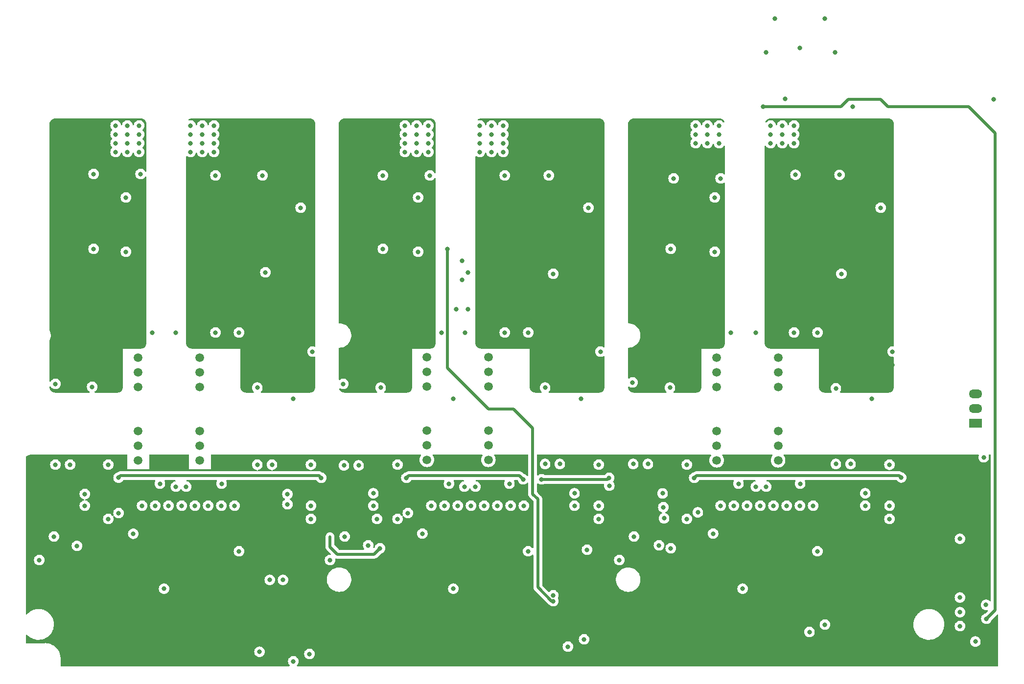
<source format=gbr>
%TF.GenerationSoftware,KiCad,Pcbnew,(6.0.1)*%
%TF.CreationDate,2023-01-11T14:02:27+03:00*%
%TF.ProjectId,Driver_SKiM459GD12E4 V2,44726976-6572-45f5-934b-694d34353947,rev?*%
%TF.SameCoordinates,Original*%
%TF.FileFunction,Copper,L2,Inr*%
%TF.FilePolarity,Positive*%
%FSLAX46Y46*%
G04 Gerber Fmt 4.6, Leading zero omitted, Abs format (unit mm)*
G04 Created by KiCad (PCBNEW (6.0.1)) date 2023-01-11 14:02:27*
%MOMM*%
%LPD*%
G01*
G04 APERTURE LIST*
%TA.AperFunction,ComponentPad*%
%ADD10C,1.500000*%
%TD*%
%TA.AperFunction,ComponentPad*%
%ADD11R,2.300000X1.500000*%
%TD*%
%TA.AperFunction,ComponentPad*%
%ADD12O,2.300000X1.500000*%
%TD*%
%TA.AperFunction,ViaPad*%
%ADD13C,0.800000*%
%TD*%
%TA.AperFunction,Conductor*%
%ADD14C,0.500000*%
%TD*%
G04 APERTURE END LIST*
D10*
%TO.N,GND*%
%TO.C,D16*%
X90754000Y-114808000D03*
%TO.N,+15V*%
X90754000Y-112268000D03*
%TO.N,unconnected-(D16-Pad3)*%
X90754000Y-109728000D03*
%TO.N,+15V_H1*%
X90754000Y-102108000D03*
%TO.N,OUT1*%
X90754000Y-99568000D03*
%TO.N,-15V_H1*%
X90754000Y-97028000D03*
%TD*%
%TO.N,GND*%
%TO.C,D15*%
X80086000Y-114808000D03*
%TO.N,+15V*%
X80086000Y-112268000D03*
%TO.N,unconnected-(D15-Pad3)*%
X80086000Y-109728000D03*
%TO.N,+15V_L1*%
X80086000Y-102108000D03*
%TO.N,EL1*%
X80086000Y-99568000D03*
%TO.N,-15V_L1*%
X80086000Y-97028000D03*
%TD*%
%TO.N,GND*%
%TO.C,D31*%
X190782000Y-114808000D03*
%TO.N,+15V*%
X190782000Y-112268000D03*
%TO.N,unconnected-(D31-Pad3)*%
X190782000Y-109728000D03*
%TO.N,+15V_H3*%
X190782000Y-102108000D03*
%TO.N,OUT3*%
X190782000Y-99568000D03*
%TO.N,-15V_H3*%
X190782000Y-97028000D03*
%TD*%
%TO.N,GND*%
%TO.C,D32*%
X180162000Y-114808000D03*
%TO.N,+15V*%
X180162000Y-112268000D03*
%TO.N,unconnected-(D32-Pad3)*%
X180162000Y-109728000D03*
%TO.N,+15V_L3*%
X180162000Y-102108000D03*
%TO.N,EL3*%
X180162000Y-99568000D03*
%TO.N,-15V_L3*%
X180162000Y-97028000D03*
%TD*%
%TO.N,GND*%
%TO.C,D29*%
X130048000Y-114730000D03*
%TO.N,+15V*%
X130048000Y-112190000D03*
%TO.N,unconnected-(D29-Pad3)*%
X130048000Y-109650000D03*
%TO.N,+15V_L2*%
X130048000Y-102030000D03*
%TO.N,EL2*%
X130048000Y-99490000D03*
%TO.N,-15V_L2*%
X130048000Y-96950000D03*
%TD*%
%TO.N,GND*%
%TO.C,D30*%
X140668000Y-114730000D03*
%TO.N,+15V*%
X140668000Y-112190000D03*
%TO.N,unconnected-(D30-Pad3)*%
X140668000Y-109650000D03*
%TO.N,+15V_H2*%
X140668000Y-102030000D03*
%TO.N,OUT2*%
X140668000Y-99490000D03*
%TO.N,-15V_H2*%
X140668000Y-96950000D03*
%TD*%
D11*
%TO.N,+15V*%
%TO.C,U2*%
X224965500Y-108365000D03*
D12*
%TO.N,GND*%
X224965500Y-105825000D03*
%TO.N,+5VD*%
X224965500Y-103285000D03*
%TD*%
D13*
%TO.N,+5VD*%
X102108000Y-121920000D03*
X119888000Y-135382000D03*
X217170000Y-114300000D03*
X78232000Y-118872000D03*
X155800000Y-127200000D03*
X122936000Y-115570000D03*
X208200000Y-115570000D03*
X112400000Y-122400000D03*
X172974000Y-115570000D03*
X79248000Y-123952000D03*
X129032000Y-123952000D03*
X179197000Y-123825000D03*
X157734000Y-115570000D03*
X182118000Y-135128000D03*
X202073000Y-122031000D03*
X101219000Y-137287000D03*
X143445000Y-135063000D03*
X177673000Y-118872000D03*
X63400000Y-123200000D03*
X72898000Y-115570000D03*
X193802000Y-134998000D03*
X93602000Y-134998000D03*
X69596000Y-135382000D03*
X150876000Y-130302000D03*
X91567000Y-147955000D03*
X82166000Y-134998000D03*
X106600000Y-127200000D03*
X127635000Y-118872000D03*
X161800000Y-122000000D03*
X107950000Y-115570000D03*
X215646000Y-123000000D03*
X151908000Y-121920000D03*
X206600000Y-127200000D03*
X169926000Y-135382000D03*
X131572000Y-135128000D03*
%TO.N,GL1*%
X77978000Y-78740000D03*
%TO.N,GH1*%
X102108000Y-82296000D03*
%TO.N,GL2*%
X128524000Y-78740000D03*
%TO.N,NTC2_A*%
X135128000Y-88646000D03*
X136144000Y-80264000D03*
%TO.N,Net-(C97-Pad1)*%
X136144000Y-83566000D03*
%TO.N,GH2*%
X151892000Y-82550000D03*
%TO.N,GL3*%
X179832000Y-78740000D03*
%TO.N,GH3*%
X201740000Y-82550000D03*
%TO.N,RDY_H1*%
X83058000Y-122682000D03*
X105918000Y-122428000D03*
%TO.N,FLT_H1*%
X105913500Y-120654500D03*
X96774000Y-122682000D03*
%TO.N,+15V_H1*%
X97282000Y-59944000D03*
X97282000Y-58420000D03*
X97282000Y-56896000D03*
X101346000Y-59944000D03*
X99314000Y-58420000D03*
X89154000Y-92710000D03*
X99314000Y-59944000D03*
X99314000Y-56896000D03*
X104521000Y-102235000D03*
X101346000Y-58420000D03*
X110236000Y-98298000D03*
X101346000Y-56896000D03*
%TO.N,RST_H1*%
X176276000Y-117856000D03*
X161544000Y-117856000D03*
X126492000Y-117856000D03*
X76708000Y-117818500D03*
X111760000Y-117856000D03*
X149860000Y-118110000D03*
X212090000Y-117792500D03*
X146685000Y-118110000D03*
%TO.N,Net-(D2-Pad2)*%
X108204000Y-71120000D03*
%TO.N,RDY_L1*%
X87630000Y-122682000D03*
X70866000Y-122682000D03*
%TO.N,FLT_L1*%
X70866000Y-120650000D03*
X92202000Y-122682000D03*
%TO.N,+15V_L1*%
X68072000Y-61468000D03*
X68072000Y-56896000D03*
X70104000Y-61468000D03*
X78193500Y-92710000D03*
X70104000Y-56896000D03*
X70104000Y-59944000D03*
X68580000Y-101600000D03*
X70104000Y-58420000D03*
X72136000Y-59944000D03*
X68072000Y-59944000D03*
X68072000Y-58420000D03*
X72136000Y-61468000D03*
X72136000Y-58420000D03*
X72136000Y-56896000D03*
%TO.N,Net-(D6-Pad2)*%
X72390000Y-78232000D03*
%TO.N,Net-(R141-Pad1)*%
X151892000Y-138176000D03*
X134620000Y-104140000D03*
%TO.N,Net-(C7-Pad1)*%
X79248000Y-127529500D03*
%TO.N,Net-(D10-Pad2)*%
X76708000Y-123952000D03*
%TO.N,Net-(D11-Pad2)*%
X74930000Y-124968000D03*
%TO.N,Net-(D12-Pad2)*%
X109991000Y-122682000D03*
%TO.N,Net-(D13-Pad2)*%
X109982000Y-124968000D03*
%TO.N,FAULT_1*%
X84582000Y-137033000D03*
%TO.N,+15V*%
X94526500Y-118872000D03*
X83858500Y-118872000D03*
X226352500Y-114300000D03*
X194602500Y-118872000D03*
X224917000Y-146177000D03*
X183934500Y-118872000D03*
X191989000Y-52289000D03*
X133858000Y-118872000D03*
X144310500Y-118872000D03*
X101092000Y-147955000D03*
%TO.N,-15V_H1*%
X91186000Y-56896000D03*
X89154000Y-61468000D03*
X93218000Y-59944000D03*
X91186000Y-59944000D03*
X91186000Y-58420000D03*
X100711000Y-102235000D03*
X93218000Y-61468000D03*
X93218000Y-58420000D03*
X89154000Y-56896000D03*
X89154000Y-59944000D03*
X93218000Y-56896000D03*
X89154000Y-58420000D03*
X97536000Y-92710000D03*
X91186000Y-61468000D03*
%TO.N,-15V_L1*%
X78232000Y-58420000D03*
X76200000Y-58420000D03*
X78232000Y-56896000D03*
X76200000Y-61468000D03*
X80264000Y-61468000D03*
X80264000Y-58420000D03*
X80264000Y-59944000D03*
X65786000Y-101600000D03*
X76200000Y-56896000D03*
X78232000Y-59944000D03*
X80264000Y-56896000D03*
X86614000Y-92710000D03*
X78232000Y-61468000D03*
X76200000Y-59944000D03*
%TO.N,Net-(Q1-Pad3)*%
X93472000Y-65532000D03*
X101600000Y-65532000D03*
%TO.N,Net-(Q3-Pad3)*%
X80518000Y-65278000D03*
X72390000Y-65278000D03*
X77978000Y-69342000D03*
%TO.N,Net-(D21-Pad2)*%
X157988000Y-71120000D03*
%TO.N,Net-(D22-Pad2)*%
X122428000Y-78232000D03*
%TO.N,Net-(Q5-Pad3)*%
X143510000Y-65532000D03*
X151130000Y-65532000D03*
%TO.N,Net-(Q7-Pad3)*%
X128524000Y-69342000D03*
X122428000Y-65532000D03*
X130556000Y-65532000D03*
%TO.N,Net-(D27-Pad2)*%
X208534000Y-71120000D03*
%TO.N,Net-(D28-Pad2)*%
X172212000Y-78232000D03*
%TO.N,Net-(Q10-Pad3)*%
X193800000Y-65400000D03*
X201416000Y-65414000D03*
%TO.N,Net-(Q11-Pad3)*%
X172720000Y-66040000D03*
X179832000Y-69342000D03*
X180848000Y-66040000D03*
%TO.N,Net-(D33-Pad2)*%
X126746000Y-123952000D03*
%TO.N,Net-(D34-Pad2)*%
X124968000Y-124968000D03*
%TO.N,Net-(D35-Pad2)*%
X159766000Y-122682000D03*
%TO.N,Net-(D36-Pad2)*%
X159766000Y-124968000D03*
%TO.N,Net-(D38-Pad2)*%
X176911000Y-123825000D03*
%TO.N,Net-(D39-Pad2)*%
X175006000Y-124968000D03*
%TO.N,Net-(D40-Pad2)*%
X210067000Y-122682000D03*
%TO.N,Net-(D41-Pad2)*%
X210058000Y-124968000D03*
%TO.N,Net-(C77-Pad1)*%
X129264500Y-127508000D03*
%TO.N,Net-(C81-Pad1)*%
X179556500Y-127508000D03*
%TO.N,+15V_H2*%
X146812000Y-56896000D03*
X146812000Y-59944000D03*
X148844000Y-56896000D03*
X146812000Y-58420000D03*
X150876000Y-58420000D03*
X160020000Y-98298000D03*
X139192000Y-92710000D03*
X150876000Y-56896000D03*
X154305000Y-102235000D03*
X150876000Y-59944000D03*
X148844000Y-58420000D03*
X148844000Y-59944000D03*
%TO.N,-15V_H2*%
X139192000Y-58420000D03*
X150495000Y-102235000D03*
X141224000Y-61468000D03*
X141224000Y-56896000D03*
X147574000Y-92710000D03*
X139192000Y-59944000D03*
X141224000Y-59944000D03*
X139192000Y-61468000D03*
X139192000Y-56896000D03*
X143256000Y-61468000D03*
X141224000Y-58420000D03*
X143256000Y-58420000D03*
X143256000Y-59944000D03*
X143256000Y-56896000D03*
%TO.N,+15V_L2*%
X118110000Y-58420000D03*
X120142000Y-56896000D03*
X122174000Y-58420000D03*
X120142000Y-59944000D03*
X122174000Y-59944000D03*
X120142000Y-61468000D03*
X131080000Y-86106000D03*
X118110000Y-59944000D03*
X122174000Y-61468000D03*
X128270000Y-92710000D03*
X120142000Y-58420000D03*
X118364000Y-101600000D03*
X118110000Y-61468000D03*
X122174000Y-56896000D03*
X118110000Y-56896000D03*
%TO.N,-15V_L2*%
X126238000Y-58420000D03*
X130302000Y-61468000D03*
X128270000Y-59944000D03*
X126238000Y-61468000D03*
X136652000Y-92710000D03*
X128270000Y-58420000D03*
X126238000Y-56896000D03*
X115570000Y-101600000D03*
X130302000Y-59944000D03*
X128270000Y-61468000D03*
X126238000Y-59944000D03*
X130302000Y-58420000D03*
X130302000Y-56896000D03*
X128270000Y-56896000D03*
%TO.N,RDY_L2*%
X120777000Y-122682000D03*
X137668000Y-122682000D03*
%TO.N,FLT_L2*%
X142240000Y-122682000D03*
X120777000Y-120523000D03*
%TO.N,RDY_H2*%
X155575000Y-122682000D03*
X133096000Y-122682000D03*
%TO.N,FLT_H2*%
X146812000Y-122682000D03*
X155575000Y-120523000D03*
%TO.N,+15V_H3*%
X199136000Y-58420000D03*
X199136000Y-56896000D03*
X199136000Y-59944000D03*
X201168000Y-59944000D03*
X197104000Y-58420000D03*
X189191500Y-92710000D03*
X197104000Y-56896000D03*
X204597000Y-102362000D03*
X210566000Y-98298000D03*
X201168000Y-56896000D03*
X197104000Y-59944000D03*
X201168000Y-58420000D03*
%TO.N,-15V_H3*%
X191516000Y-59944000D03*
X193548000Y-59944000D03*
X191516000Y-58420000D03*
X189484000Y-56896000D03*
X193548000Y-56896000D03*
X191516000Y-56896000D03*
X189484000Y-59944000D03*
X197612000Y-92710000D03*
X200787000Y-102362000D03*
X193548000Y-58420000D03*
X189484000Y-58420000D03*
%TO.N,+15V_L3*%
X168402000Y-101346000D03*
X172466000Y-58420000D03*
X172466000Y-59944000D03*
X168402000Y-56896000D03*
X178269500Y-92710000D03*
X172466000Y-56896000D03*
X170434000Y-56896000D03*
X168402000Y-58420000D03*
X170434000Y-59944000D03*
X168402000Y-59944000D03*
X170434000Y-58420000D03*
%TO.N,-15V_L3*%
X176530000Y-58420000D03*
X165608000Y-101346000D03*
X176530000Y-59944000D03*
X178562000Y-56896000D03*
X178562000Y-58420000D03*
X176530000Y-56896000D03*
X186944000Y-92710000D03*
X178562000Y-59944000D03*
X180594000Y-56896000D03*
X180594000Y-59944000D03*
X180594000Y-58420000D03*
%TO.N,RDY_L3*%
X170942000Y-122936000D03*
X187706000Y-122682000D03*
%TO.N,FLT_L3*%
X192278000Y-122682000D03*
X170815000Y-120532000D03*
%TO.N,RDY_H3*%
X205867000Y-122682000D03*
X183134000Y-122682000D03*
%TO.N,FLT_H3*%
X205867000Y-120523000D03*
X196850000Y-122682000D03*
%TO.N,Net-(U3-Pad4)*%
X133604000Y-78232000D03*
X151892000Y-139192000D03*
%TO.N,FAULT_2*%
X134620000Y-137033000D03*
%TO.N,FAULT_3*%
X184658000Y-137033000D03*
%TO.N,GND*%
X203327000Y-115443000D03*
X200787000Y-115443000D03*
X121920000Y-130048000D03*
X89916000Y-122682000D03*
X168275000Y-115443000D03*
X172212000Y-130048000D03*
X180848000Y-122682000D03*
X118237000Y-115697000D03*
X105156000Y-135509000D03*
X103251000Y-115570000D03*
X222255800Y-141097000D03*
X124968000Y-115570000D03*
X228092000Y-52324000D03*
X210058000Y-115570000D03*
X144526000Y-122682000D03*
X222255800Y-138557000D03*
X115697000Y-115697000D03*
X121412000Y-124968000D03*
X109982000Y-115570000D03*
X88392000Y-119380000D03*
X80772000Y-122682000D03*
X86614000Y-119380000D03*
X65786000Y-115570000D03*
X157734000Y-130302000D03*
X161600000Y-119200000D03*
X185420000Y-122682000D03*
X130810000Y-122682000D03*
X194564000Y-122682000D03*
X171069000Y-124841000D03*
X175006000Y-115570000D03*
X74930000Y-115570000D03*
X194564000Y-43434000D03*
X85344000Y-122682000D03*
X100711000Y-115570000D03*
X153035000Y-115443000D03*
X189992000Y-122682000D03*
X150495000Y-115443000D03*
X102870000Y-135509000D03*
X139954000Y-122682000D03*
X186944000Y-119380000D03*
X68326000Y-115570000D03*
X135382000Y-122682000D03*
X159766000Y-115570000D03*
X188722000Y-119380000D03*
X136525000Y-119380000D03*
X94488000Y-122682000D03*
X138430000Y-119380000D03*
X226755801Y-139827000D03*
X165735000Y-115443000D03*
%TO.N,Net-(C86-Pad2)*%
X198882000Y-38354000D03*
X190246000Y-38354000D03*
%TO.N,Net-(C85-Pad1)*%
X200660000Y-44196000D03*
%TO.N,Net-(C85-Pad2)*%
X188722000Y-44196000D03*
%TO.N,DCLINK_N*%
X226822000Y-142240000D03*
X188214000Y-53594000D03*
%TO.N,DCLINK_P*%
X203708000Y-53594000D03*
X222250000Y-143510000D03*
%TO.N,OUT1*%
X93472000Y-92710000D03*
X106934000Y-104140000D03*
X110257500Y-96012000D03*
%TO.N,EL1*%
X82550000Y-92710000D03*
X72136000Y-102108000D03*
%TO.N,OUT2*%
X143510000Y-92710000D03*
X156718000Y-104140000D03*
X160063000Y-96012000D03*
%TO.N,EL2*%
X132588000Y-92710000D03*
X122047000Y-102235000D03*
X137160000Y-82296000D03*
X137160000Y-88646000D03*
%TO.N,OUT3*%
X210587500Y-96012000D03*
X193548000Y-92710000D03*
X207010000Y-104140000D03*
%TO.N,EL3*%
X182626000Y-92710000D03*
X172085000Y-102235000D03*
%TO.N,HB1_BOT*%
X106934000Y-149606000D03*
X109728000Y-148336000D03*
X62992000Y-132080000D03*
%TO.N,HB2_BOT*%
X154432000Y-147066000D03*
X113284000Y-132080000D03*
X157226000Y-145796000D03*
%TO.N,HB3_BOT*%
X163322000Y-132080000D03*
X198882000Y-143256000D03*
X196215000Y-144526000D03*
%TO.N,ERR*%
X222250000Y-128397000D03*
%TO.N,Net-(D7-Pad1)*%
X97536000Y-130556000D03*
X69508497Y-129627503D03*
%TO.N,Net-(D7-Pad2)*%
X65532000Y-128000000D03*
%TO.N,Net-(D9-Pad1)*%
X147558000Y-130556000D03*
X119888000Y-129540000D03*
%TO.N,Net-(D9-Pad2)*%
X115824000Y-128000000D03*
%TO.N,Net-(D44-Pad1)*%
X197596000Y-130556000D03*
X170180000Y-129540000D03*
%TO.N,Net-(D44-Pad2)*%
X165862000Y-128000000D03*
%TD*%
D14*
%TO.N,RST_H1*%
X146050000Y-117475000D02*
X146685000Y-118110000D01*
X211772500Y-117475000D02*
X176657000Y-117475000D01*
X126492000Y-117856000D02*
X126873000Y-117475000D01*
X126873000Y-117475000D02*
X146050000Y-117475000D01*
X161290000Y-118110000D02*
X161544000Y-117856000D01*
X77051500Y-117475000D02*
X111379000Y-117475000D01*
X149860000Y-118110000D02*
X161290000Y-118110000D01*
X76708000Y-117818500D02*
X77051500Y-117475000D01*
X111379000Y-117475000D02*
X111760000Y-117856000D01*
X176657000Y-117475000D02*
X176276000Y-117856000D01*
X212090000Y-117792500D02*
X211772500Y-117475000D01*
%TO.N,Net-(U3-Pad4)*%
X149225000Y-121539000D02*
X148336000Y-120650000D01*
X148336000Y-109220000D02*
X145034000Y-105918000D01*
X148336000Y-120650000D02*
X148336000Y-109220000D01*
X133604000Y-98806000D02*
X133604000Y-78232000D01*
X145034000Y-105918000D02*
X140716000Y-105918000D01*
X151638000Y-139192000D02*
X149225000Y-136779000D01*
X149225000Y-136779000D02*
X149225000Y-121539000D01*
X151892000Y-139192000D02*
X151638000Y-139192000D01*
X140716000Y-105918000D02*
X133604000Y-98806000D01*
%TO.N,GND*%
X180809500Y-122643500D02*
X180848000Y-122682000D01*
X130733000Y-122605000D02*
X130810000Y-122682000D01*
X113284000Y-128037500D02*
X113284000Y-129794000D01*
X120904000Y-131064000D02*
X121920000Y-130048000D01*
X114554000Y-131064000D02*
X120904000Y-131064000D01*
X113284000Y-129794000D02*
X114554000Y-131064000D01*
X80733500Y-122643500D02*
X80772000Y-122682000D01*
%TO.N,DCLINK_N*%
X202946000Y-52324000D02*
X208534000Y-52324000D01*
X228346000Y-58166000D02*
X228346000Y-140716000D01*
X228346000Y-140716000D02*
X226822000Y-142240000D01*
X208534000Y-52324000D02*
X209804000Y-53594000D01*
X201676000Y-53594000D02*
X202946000Y-52324000D01*
X223774000Y-53594000D02*
X228346000Y-58166000D01*
X188214000Y-53594000D02*
X201676000Y-53594000D01*
X209804000Y-53594000D02*
X223774000Y-53594000D01*
%TD*%
%TA.AperFunction,Conductor*%
%TO.N,+5VD*%
G36*
X78174121Y-113812002D02*
G01*
X78220614Y-113865658D01*
X78232000Y-113918000D01*
X78232000Y-116332000D01*
X82042000Y-116332000D01*
X82042000Y-113918000D01*
X82062002Y-113849879D01*
X82115658Y-113803386D01*
X82168000Y-113792000D01*
X88774000Y-113792000D01*
X88842121Y-113812002D01*
X88888614Y-113865658D01*
X88900000Y-113918000D01*
X88900000Y-116332000D01*
X92710000Y-116332000D01*
X92710000Y-113918000D01*
X92730002Y-113849879D01*
X92783658Y-113803386D01*
X92836000Y-113792000D01*
X128926407Y-113792000D01*
X128994528Y-113812002D01*
X129041021Y-113865658D01*
X129051125Y-113935932D01*
X129029620Y-113990270D01*
X128953944Y-114098347D01*
X128951621Y-114103329D01*
X128951618Y-114103334D01*
X128919675Y-114171838D01*
X128860880Y-114297924D01*
X128803885Y-114510629D01*
X128784693Y-114730000D01*
X128803885Y-114949371D01*
X128860880Y-115162076D01*
X128881888Y-115207128D01*
X128951618Y-115356666D01*
X128951621Y-115356671D01*
X128953944Y-115361653D01*
X128957100Y-115366160D01*
X128957101Y-115366162D01*
X129055768Y-115507072D01*
X129080251Y-115542038D01*
X129235962Y-115697749D01*
X129416346Y-115824056D01*
X129615924Y-115917120D01*
X129828629Y-115974115D01*
X130048000Y-115993307D01*
X130267371Y-115974115D01*
X130480076Y-115917120D01*
X130679654Y-115824056D01*
X130860038Y-115697749D01*
X131015749Y-115542038D01*
X131040233Y-115507072D01*
X131138899Y-115366162D01*
X131138900Y-115366160D01*
X131142056Y-115361653D01*
X131144379Y-115356671D01*
X131144382Y-115356666D01*
X131214112Y-115207128D01*
X131235120Y-115162076D01*
X131292115Y-114949371D01*
X131311307Y-114730000D01*
X131292115Y-114510629D01*
X131235120Y-114297924D01*
X131176325Y-114171838D01*
X131144382Y-114103334D01*
X131144379Y-114103329D01*
X131142056Y-114098347D01*
X131066380Y-113990270D01*
X131043692Y-113922997D01*
X131060977Y-113854137D01*
X131112746Y-113805552D01*
X131169593Y-113792000D01*
X139546407Y-113792000D01*
X139614528Y-113812002D01*
X139661021Y-113865658D01*
X139671125Y-113935932D01*
X139649620Y-113990270D01*
X139573944Y-114098347D01*
X139571621Y-114103329D01*
X139571618Y-114103334D01*
X139539675Y-114171838D01*
X139480880Y-114297924D01*
X139423885Y-114510629D01*
X139404693Y-114730000D01*
X139423885Y-114949371D01*
X139480880Y-115162076D01*
X139501888Y-115207128D01*
X139571618Y-115356666D01*
X139571621Y-115356671D01*
X139573944Y-115361653D01*
X139577100Y-115366160D01*
X139577101Y-115366162D01*
X139675768Y-115507072D01*
X139700251Y-115542038D01*
X139855962Y-115697749D01*
X140036346Y-115824056D01*
X140235924Y-115917120D01*
X140448629Y-115974115D01*
X140668000Y-115993307D01*
X140887371Y-115974115D01*
X141100076Y-115917120D01*
X141299654Y-115824056D01*
X141480038Y-115697749D01*
X141635749Y-115542038D01*
X141660233Y-115507072D01*
X141758899Y-115366162D01*
X141758900Y-115366160D01*
X141762056Y-115361653D01*
X141764379Y-115356671D01*
X141764382Y-115356666D01*
X141834112Y-115207128D01*
X141855120Y-115162076D01*
X141912115Y-114949371D01*
X141931307Y-114730000D01*
X141912115Y-114510629D01*
X141855120Y-114297924D01*
X141796325Y-114171838D01*
X141764382Y-114103334D01*
X141764379Y-114103329D01*
X141762056Y-114098347D01*
X141686380Y-113990270D01*
X141663692Y-113922997D01*
X141680977Y-113854137D01*
X141732746Y-113805552D01*
X141789593Y-113792000D01*
X147451500Y-113792000D01*
X147519621Y-113812002D01*
X147566114Y-113865658D01*
X147577500Y-113918000D01*
X147577500Y-117415250D01*
X147557498Y-117483371D01*
X147503842Y-117529864D01*
X147433568Y-117539968D01*
X147368988Y-117510474D01*
X147357864Y-117499560D01*
X147300675Y-117436045D01*
X147300674Y-117436044D01*
X147296253Y-117431134D01*
X147149862Y-117324774D01*
X147147094Y-117322763D01*
X147147093Y-117322762D01*
X147141752Y-117318882D01*
X147135724Y-117316198D01*
X147135722Y-117316197D01*
X146973319Y-117243891D01*
X146973318Y-117243891D01*
X146967288Y-117241206D01*
X146960833Y-117239834D01*
X146960824Y-117239831D01*
X146904228Y-117227801D01*
X146841331Y-117193650D01*
X146633770Y-116986089D01*
X146621384Y-116971677D01*
X146612851Y-116960082D01*
X146612846Y-116960077D01*
X146608508Y-116954182D01*
X146602930Y-116949443D01*
X146602927Y-116949440D01*
X146568232Y-116919965D01*
X146560716Y-116913035D01*
X146555021Y-116907340D01*
X146538735Y-116894455D01*
X146532749Y-116889719D01*
X146529345Y-116886928D01*
X146479297Y-116844409D01*
X146479295Y-116844408D01*
X146473715Y-116839667D01*
X146467199Y-116836339D01*
X146462150Y-116832972D01*
X146457021Y-116829805D01*
X146451284Y-116825266D01*
X146385125Y-116794345D01*
X146381225Y-116792439D01*
X146316192Y-116759231D01*
X146309084Y-116757492D01*
X146303441Y-116755393D01*
X146297678Y-116753476D01*
X146291050Y-116750378D01*
X146219583Y-116735513D01*
X146215299Y-116734543D01*
X146180958Y-116726140D01*
X146144390Y-116717192D01*
X146138788Y-116716844D01*
X146138785Y-116716844D01*
X146133236Y-116716500D01*
X146133238Y-116716464D01*
X146129245Y-116716225D01*
X146125053Y-116715851D01*
X146117885Y-116714360D01*
X146054120Y-116716085D01*
X146040479Y-116716454D01*
X146037072Y-116716500D01*
X126940063Y-116716500D01*
X126921114Y-116715067D01*
X126920907Y-116715036D01*
X126899651Y-116711802D01*
X126892359Y-116712395D01*
X126892356Y-116712395D01*
X126846991Y-116716085D01*
X126836777Y-116716500D01*
X126828707Y-116716500D01*
X126825087Y-116716922D01*
X126825069Y-116716923D01*
X126800461Y-116719792D01*
X126796100Y-116720224D01*
X126770981Y-116722267D01*
X126730661Y-116725546D01*
X126730658Y-116725547D01*
X126723363Y-116726140D01*
X126716399Y-116728396D01*
X126710440Y-116729587D01*
X126704585Y-116730971D01*
X126697319Y-116731818D01*
X126628673Y-116756735D01*
X126624545Y-116758152D01*
X126562064Y-116778393D01*
X126562062Y-116778394D01*
X126555101Y-116780649D01*
X126548846Y-116784445D01*
X126543372Y-116786951D01*
X126537942Y-116789670D01*
X126531063Y-116792167D01*
X126470016Y-116832191D01*
X126466327Y-116834518D01*
X126457843Y-116839667D01*
X126408693Y-116869491D01*
X126408688Y-116869495D01*
X126403892Y-116872405D01*
X126395516Y-116879803D01*
X126395493Y-116879777D01*
X126392503Y-116882426D01*
X126389265Y-116885134D01*
X126383148Y-116889144D01*
X126378117Y-116894455D01*
X126337506Y-116937324D01*
X126272231Y-116973917D01*
X126266492Y-116975137D01*
X126209712Y-116987206D01*
X126203682Y-116989891D01*
X126203681Y-116989891D01*
X126041278Y-117062197D01*
X126041276Y-117062198D01*
X126035248Y-117064882D01*
X125880747Y-117177134D01*
X125876326Y-117182044D01*
X125876325Y-117182045D01*
X125781577Y-117287274D01*
X125752960Y-117319056D01*
X125657473Y-117484444D01*
X125598458Y-117666072D01*
X125578496Y-117856000D01*
X125579186Y-117862565D01*
X125594517Y-118008428D01*
X125598458Y-118045928D01*
X125657473Y-118227556D01*
X125660776Y-118233278D01*
X125660777Y-118233279D01*
X125666116Y-118242526D01*
X125752960Y-118392944D01*
X125757378Y-118397851D01*
X125757379Y-118397852D01*
X125855412Y-118506729D01*
X125880747Y-118534866D01*
X126035248Y-118647118D01*
X126041276Y-118649802D01*
X126041278Y-118649803D01*
X126203681Y-118722109D01*
X126209712Y-118724794D01*
X126303113Y-118744647D01*
X126390056Y-118763128D01*
X126390061Y-118763128D01*
X126396513Y-118764500D01*
X126587487Y-118764500D01*
X126593939Y-118763128D01*
X126593944Y-118763128D01*
X126680887Y-118744647D01*
X126774288Y-118724794D01*
X126780319Y-118722109D01*
X126942722Y-118649803D01*
X126942724Y-118649802D01*
X126948752Y-118647118D01*
X127103253Y-118534866D01*
X127128588Y-118506729D01*
X127226621Y-118397852D01*
X127226622Y-118397851D01*
X127231040Y-118392944D01*
X127286723Y-118296499D01*
X127338104Y-118247507D01*
X127395841Y-118233500D01*
X132959355Y-118233500D01*
X133027476Y-118253502D01*
X133073969Y-118307158D01*
X133084073Y-118377432D01*
X133068474Y-118422500D01*
X133043097Y-118466455D01*
X133023473Y-118500444D01*
X132964458Y-118682072D01*
X132963768Y-118688633D01*
X132963768Y-118688635D01*
X132952130Y-118799370D01*
X132944496Y-118872000D01*
X132945186Y-118878565D01*
X132959894Y-119018500D01*
X132964458Y-119061928D01*
X133023473Y-119243556D01*
X133118960Y-119408944D01*
X133246747Y-119550866D01*
X133292224Y-119583907D01*
X133388982Y-119654206D01*
X133401248Y-119663118D01*
X133407276Y-119665802D01*
X133407278Y-119665803D01*
X133569681Y-119738109D01*
X133575712Y-119740794D01*
X133669113Y-119760647D01*
X133756056Y-119779128D01*
X133756061Y-119779128D01*
X133762513Y-119780500D01*
X133953487Y-119780500D01*
X133959939Y-119779128D01*
X133959944Y-119779128D01*
X134046887Y-119760647D01*
X134140288Y-119740794D01*
X134146319Y-119738109D01*
X134308722Y-119665803D01*
X134308724Y-119665802D01*
X134314752Y-119663118D01*
X134327019Y-119654206D01*
X134423776Y-119583907D01*
X134469253Y-119550866D01*
X134597040Y-119408944D01*
X134692527Y-119243556D01*
X134751542Y-119061928D01*
X134756107Y-119018500D01*
X134770814Y-118878565D01*
X134771504Y-118872000D01*
X134763870Y-118799370D01*
X134752232Y-118688635D01*
X134752232Y-118688633D01*
X134751542Y-118682072D01*
X134692527Y-118500444D01*
X134672904Y-118466455D01*
X134647526Y-118422500D01*
X134630788Y-118353505D01*
X134654008Y-118286413D01*
X134709816Y-118242526D01*
X134756645Y-118233500D01*
X136350403Y-118233500D01*
X136418524Y-118253502D01*
X136465017Y-118307158D01*
X136475121Y-118377432D01*
X136445627Y-118442012D01*
X136385901Y-118480396D01*
X136376598Y-118482747D01*
X136242712Y-118511206D01*
X136236682Y-118513891D01*
X136236681Y-118513891D01*
X136074278Y-118586197D01*
X136074276Y-118586198D01*
X136068248Y-118588882D01*
X135913747Y-118701134D01*
X135909326Y-118706044D01*
X135909325Y-118706045D01*
X135793458Y-118834729D01*
X135785960Y-118843056D01*
X135771270Y-118868500D01*
X135716833Y-118962788D01*
X135690473Y-119008444D01*
X135631458Y-119190072D01*
X135630768Y-119196633D01*
X135630768Y-119196635D01*
X135626497Y-119237271D01*
X135611496Y-119380000D01*
X135612186Y-119386565D01*
X135629863Y-119554749D01*
X135631458Y-119569928D01*
X135690473Y-119751556D01*
X135693776Y-119757278D01*
X135693777Y-119757279D01*
X135724309Y-119810162D01*
X135785960Y-119916944D01*
X135790378Y-119921851D01*
X135790379Y-119921852D01*
X135843769Y-119981148D01*
X135913747Y-120058866D01*
X135980174Y-120107128D01*
X136053557Y-120160444D01*
X136068248Y-120171118D01*
X136074276Y-120173802D01*
X136074278Y-120173803D01*
X136236681Y-120246109D01*
X136242712Y-120248794D01*
X136336112Y-120268647D01*
X136423056Y-120287128D01*
X136423061Y-120287128D01*
X136429513Y-120288500D01*
X136620487Y-120288500D01*
X136626939Y-120287128D01*
X136626944Y-120287128D01*
X136713888Y-120268647D01*
X136807288Y-120248794D01*
X136813319Y-120246109D01*
X136975722Y-120173803D01*
X136975724Y-120173802D01*
X136981752Y-120171118D01*
X136996444Y-120160444D01*
X137069826Y-120107128D01*
X137136253Y-120058866D01*
X137206231Y-119981148D01*
X137259621Y-119921852D01*
X137259622Y-119921851D01*
X137264040Y-119916944D01*
X137325691Y-119810162D01*
X137356226Y-119757274D01*
X137356227Y-119757272D01*
X137359527Y-119751556D01*
X137361567Y-119745277D01*
X137362394Y-119743420D01*
X137408374Y-119689325D01*
X137476301Y-119668676D01*
X137544609Y-119688029D01*
X137592606Y-119743420D01*
X137593433Y-119745277D01*
X137595473Y-119751556D01*
X137598773Y-119757272D01*
X137598774Y-119757274D01*
X137629309Y-119810162D01*
X137690960Y-119916944D01*
X137695378Y-119921851D01*
X137695379Y-119921852D01*
X137748769Y-119981148D01*
X137818747Y-120058866D01*
X137885174Y-120107128D01*
X137958557Y-120160444D01*
X137973248Y-120171118D01*
X137979276Y-120173802D01*
X137979278Y-120173803D01*
X138141681Y-120246109D01*
X138147712Y-120248794D01*
X138241112Y-120268647D01*
X138328056Y-120287128D01*
X138328061Y-120287128D01*
X138334513Y-120288500D01*
X138525487Y-120288500D01*
X138531939Y-120287128D01*
X138531944Y-120287128D01*
X138618888Y-120268647D01*
X138712288Y-120248794D01*
X138718319Y-120246109D01*
X138880722Y-120173803D01*
X138880724Y-120173802D01*
X138886752Y-120171118D01*
X138901444Y-120160444D01*
X138974826Y-120107128D01*
X139041253Y-120058866D01*
X139111231Y-119981148D01*
X139164621Y-119921852D01*
X139164622Y-119921851D01*
X139169040Y-119916944D01*
X139230691Y-119810162D01*
X139261223Y-119757279D01*
X139261224Y-119757278D01*
X139264527Y-119751556D01*
X139323542Y-119569928D01*
X139325138Y-119554749D01*
X139342814Y-119386565D01*
X139343504Y-119380000D01*
X139328503Y-119237271D01*
X139324232Y-119196635D01*
X139324232Y-119196633D01*
X139323542Y-119190072D01*
X139264527Y-119008444D01*
X139238168Y-118962788D01*
X139183730Y-118868500D01*
X139169040Y-118843056D01*
X139161543Y-118834729D01*
X139045675Y-118706045D01*
X139045674Y-118706044D01*
X139041253Y-118701134D01*
X138886752Y-118588882D01*
X138880724Y-118586198D01*
X138880722Y-118586197D01*
X138718319Y-118513891D01*
X138718318Y-118513891D01*
X138712288Y-118511206D01*
X138578400Y-118482747D01*
X138515927Y-118449018D01*
X138481605Y-118386869D01*
X138486333Y-118316030D01*
X138528609Y-118258992D01*
X138595010Y-118233865D01*
X138604597Y-118233500D01*
X143411855Y-118233500D01*
X143479976Y-118253502D01*
X143526469Y-118307158D01*
X143536573Y-118377432D01*
X143520974Y-118422500D01*
X143495597Y-118466455D01*
X143475973Y-118500444D01*
X143416958Y-118682072D01*
X143416268Y-118688633D01*
X143416268Y-118688635D01*
X143404630Y-118799370D01*
X143396996Y-118872000D01*
X143397686Y-118878565D01*
X143412394Y-119018500D01*
X143416958Y-119061928D01*
X143475973Y-119243556D01*
X143571460Y-119408944D01*
X143699247Y-119550866D01*
X143744724Y-119583907D01*
X143841482Y-119654206D01*
X143853748Y-119663118D01*
X143859776Y-119665802D01*
X143859778Y-119665803D01*
X144022181Y-119738109D01*
X144028212Y-119740794D01*
X144121613Y-119760647D01*
X144208556Y-119779128D01*
X144208561Y-119779128D01*
X144215013Y-119780500D01*
X144405987Y-119780500D01*
X144412439Y-119779128D01*
X144412444Y-119779128D01*
X144499387Y-119760647D01*
X144592788Y-119740794D01*
X144598819Y-119738109D01*
X144761222Y-119665803D01*
X144761224Y-119665802D01*
X144767252Y-119663118D01*
X144779519Y-119654206D01*
X144876276Y-119583907D01*
X144921753Y-119550866D01*
X145049540Y-119408944D01*
X145145027Y-119243556D01*
X145204042Y-119061928D01*
X145208607Y-119018500D01*
X145223314Y-118878565D01*
X145224004Y-118872000D01*
X145216370Y-118799370D01*
X145204732Y-118688635D01*
X145204732Y-118688633D01*
X145204042Y-118682072D01*
X145145027Y-118500444D01*
X145125404Y-118466455D01*
X145100026Y-118422500D01*
X145083288Y-118353505D01*
X145106508Y-118286413D01*
X145162316Y-118242526D01*
X145209145Y-118233500D01*
X145678330Y-118233500D01*
X145746451Y-118253502D01*
X145792944Y-118307158D01*
X145798163Y-118320564D01*
X145799191Y-118323729D01*
X145850473Y-118481556D01*
X145853776Y-118487278D01*
X145853777Y-118487279D01*
X145858074Y-118494721D01*
X145945960Y-118646944D01*
X145950378Y-118651851D01*
X145950379Y-118651852D01*
X145993397Y-118699628D01*
X146073747Y-118788866D01*
X146128221Y-118828444D01*
X146222904Y-118897235D01*
X146228248Y-118901118D01*
X146234276Y-118903802D01*
X146234278Y-118903803D01*
X146396681Y-118976109D01*
X146402712Y-118978794D01*
X146496112Y-118998647D01*
X146583056Y-119017128D01*
X146583061Y-119017128D01*
X146589513Y-119018500D01*
X146780487Y-119018500D01*
X146786939Y-119017128D01*
X146786944Y-119017128D01*
X146873888Y-118998647D01*
X146967288Y-118978794D01*
X146973319Y-118976109D01*
X147135722Y-118903803D01*
X147135724Y-118903802D01*
X147141752Y-118901118D01*
X147147097Y-118897235D01*
X147241779Y-118828444D01*
X147296253Y-118788866D01*
X147357864Y-118720440D01*
X147418310Y-118683200D01*
X147489294Y-118684552D01*
X147548278Y-118724065D01*
X147576536Y-118789196D01*
X147577500Y-118804750D01*
X147577500Y-120582930D01*
X147576067Y-120601880D01*
X147572801Y-120623349D01*
X147573394Y-120630641D01*
X147573394Y-120630644D01*
X147577085Y-120676018D01*
X147577500Y-120686233D01*
X147577500Y-120694293D01*
X147577925Y-120697937D01*
X147580789Y-120722507D01*
X147581222Y-120726882D01*
X147587140Y-120799637D01*
X147589396Y-120806601D01*
X147590587Y-120812560D01*
X147591971Y-120818415D01*
X147592818Y-120825681D01*
X147617735Y-120894327D01*
X147619152Y-120898455D01*
X147622659Y-120909279D01*
X147641649Y-120967899D01*
X147645445Y-120974154D01*
X147647951Y-120979628D01*
X147650670Y-120985058D01*
X147653167Y-120991937D01*
X147657180Y-120998057D01*
X147657180Y-120998058D01*
X147693186Y-121052976D01*
X147695523Y-121056680D01*
X147733405Y-121119107D01*
X147737121Y-121123315D01*
X147737122Y-121123316D01*
X147740803Y-121127484D01*
X147740776Y-121127508D01*
X147743429Y-121130500D01*
X147746132Y-121133733D01*
X147750144Y-121139852D01*
X147755456Y-121144884D01*
X147806383Y-121193128D01*
X147808825Y-121195506D01*
X148429595Y-121816276D01*
X148463621Y-121878588D01*
X148466500Y-121905371D01*
X148466500Y-129879020D01*
X148446498Y-129947141D01*
X148392842Y-129993634D01*
X148322568Y-130003738D01*
X148257988Y-129974244D01*
X148246864Y-129963330D01*
X148232288Y-129947141D01*
X148169253Y-129877134D01*
X148070157Y-129805136D01*
X148020094Y-129768763D01*
X148020093Y-129768762D01*
X148014752Y-129764882D01*
X148008724Y-129762198D01*
X148008722Y-129762197D01*
X147846319Y-129689891D01*
X147846318Y-129689891D01*
X147840288Y-129687206D01*
X147746888Y-129667353D01*
X147659944Y-129648872D01*
X147659939Y-129648872D01*
X147653487Y-129647500D01*
X147462513Y-129647500D01*
X147456061Y-129648872D01*
X147456056Y-129648872D01*
X147369112Y-129667353D01*
X147275712Y-129687206D01*
X147269682Y-129689891D01*
X147269681Y-129689891D01*
X147107278Y-129762197D01*
X147107276Y-129762198D01*
X147101248Y-129764882D01*
X147095907Y-129768762D01*
X147095906Y-129768763D01*
X147045843Y-129805136D01*
X146946747Y-129877134D01*
X146942326Y-129882044D01*
X146942325Y-129882045D01*
X146875232Y-129956560D01*
X146818960Y-130019056D01*
X146805451Y-130042455D01*
X146738320Y-130158729D01*
X146723473Y-130184444D01*
X146664458Y-130366072D01*
X146663768Y-130372633D01*
X146663768Y-130372635D01*
X146651920Y-130485365D01*
X146644496Y-130556000D01*
X146645186Y-130562565D01*
X146662863Y-130730749D01*
X146664458Y-130745928D01*
X146723473Y-130927556D01*
X146818960Y-131092944D01*
X146946747Y-131234866D01*
X147101248Y-131347118D01*
X147107276Y-131349802D01*
X147107278Y-131349803D01*
X147269681Y-131422109D01*
X147275712Y-131424794D01*
X147369113Y-131444647D01*
X147456056Y-131463128D01*
X147456061Y-131463128D01*
X147462513Y-131464500D01*
X147653487Y-131464500D01*
X147659939Y-131463128D01*
X147659944Y-131463128D01*
X147746887Y-131444647D01*
X147840288Y-131424794D01*
X147846319Y-131422109D01*
X148008722Y-131349803D01*
X148008724Y-131349802D01*
X148014752Y-131347118D01*
X148169253Y-131234866D01*
X148246864Y-131148670D01*
X148307310Y-131111430D01*
X148378293Y-131112782D01*
X148437278Y-131152295D01*
X148465536Y-131217426D01*
X148466500Y-131232980D01*
X148466500Y-136711930D01*
X148465067Y-136730880D01*
X148461801Y-136752349D01*
X148462394Y-136759641D01*
X148462394Y-136759644D01*
X148466085Y-136805018D01*
X148466500Y-136815233D01*
X148466500Y-136823293D01*
X148466925Y-136826937D01*
X148469789Y-136851507D01*
X148470222Y-136855882D01*
X148473366Y-136894528D01*
X148476140Y-136928637D01*
X148478396Y-136935601D01*
X148479587Y-136941560D01*
X148480971Y-136947415D01*
X148481818Y-136954681D01*
X148506735Y-137023327D01*
X148508152Y-137027455D01*
X148530649Y-137096899D01*
X148534445Y-137103154D01*
X148536951Y-137108628D01*
X148539670Y-137114058D01*
X148542167Y-137120937D01*
X148546180Y-137127057D01*
X148546180Y-137127058D01*
X148582186Y-137181976D01*
X148584523Y-137185680D01*
X148622405Y-137248107D01*
X148626121Y-137252315D01*
X148626122Y-137252316D01*
X148629803Y-137256484D01*
X148629776Y-137256508D01*
X148632429Y-137259500D01*
X148635132Y-137262733D01*
X148639144Y-137268852D01*
X148644456Y-137273884D01*
X148695383Y-137322128D01*
X148697825Y-137324506D01*
X151054230Y-139680911D01*
X151066616Y-139695323D01*
X151075149Y-139706918D01*
X151075154Y-139706923D01*
X151079492Y-139712818D01*
X151085070Y-139717557D01*
X151085073Y-139717560D01*
X151119768Y-139747035D01*
X151127284Y-139753965D01*
X151132979Y-139759660D01*
X151135861Y-139761940D01*
X151155251Y-139777281D01*
X151158655Y-139780072D01*
X151208703Y-139822591D01*
X151214285Y-139827333D01*
X151220804Y-139830662D01*
X151225854Y-139834030D01*
X151230980Y-139837196D01*
X151236716Y-139841734D01*
X151243341Y-139844830D01*
X151243347Y-139844834D01*
X151246135Y-139846137D01*
X151276736Y-139866411D01*
X151280747Y-139870866D01*
X151435248Y-139983118D01*
X151441276Y-139985802D01*
X151441278Y-139985803D01*
X151603681Y-140058109D01*
X151609712Y-140060794D01*
X151703112Y-140080647D01*
X151790056Y-140099128D01*
X151790061Y-140099128D01*
X151796513Y-140100500D01*
X151987487Y-140100500D01*
X151993939Y-140099128D01*
X151993944Y-140099128D01*
X152080888Y-140080647D01*
X152174288Y-140060794D01*
X152180319Y-140058109D01*
X152342722Y-139985803D01*
X152342724Y-139985802D01*
X152348752Y-139983118D01*
X152503253Y-139870866D01*
X152608511Y-139753965D01*
X152626621Y-139733852D01*
X152626622Y-139733851D01*
X152631040Y-139728944D01*
X152726527Y-139563556D01*
X152785542Y-139381928D01*
X152788814Y-139350803D01*
X152804814Y-139198565D01*
X152805504Y-139192000D01*
X152792127Y-139064724D01*
X152786232Y-139008635D01*
X152786232Y-139008633D01*
X152785542Y-139002072D01*
X152726527Y-138820444D01*
X152684124Y-138747000D01*
X152667386Y-138678005D01*
X152684124Y-138621000D01*
X152721075Y-138557000D01*
X221342296Y-138557000D01*
X221362258Y-138746928D01*
X221421273Y-138928556D01*
X221516760Y-139093944D01*
X221521178Y-139098851D01*
X221521179Y-139098852D01*
X221565553Y-139148134D01*
X221644547Y-139235866D01*
X221799048Y-139348118D01*
X221805076Y-139350802D01*
X221805078Y-139350803D01*
X221967481Y-139423109D01*
X221973512Y-139425794D01*
X222066913Y-139445647D01*
X222153856Y-139464128D01*
X222153861Y-139464128D01*
X222160313Y-139465500D01*
X222351287Y-139465500D01*
X222357739Y-139464128D01*
X222357744Y-139464128D01*
X222444687Y-139445647D01*
X222538088Y-139425794D01*
X222544119Y-139423109D01*
X222706522Y-139350803D01*
X222706524Y-139350802D01*
X222712552Y-139348118D01*
X222867053Y-139235866D01*
X222946047Y-139148134D01*
X222990421Y-139098852D01*
X222990422Y-139098851D01*
X222994840Y-139093944D01*
X223090327Y-138928556D01*
X223149342Y-138746928D01*
X223169304Y-138557000D01*
X223149342Y-138367072D01*
X223090327Y-138185444D01*
X223084875Y-138176000D01*
X222998141Y-138025774D01*
X222994840Y-138020056D01*
X222867053Y-137878134D01*
X222712552Y-137765882D01*
X222706524Y-137763198D01*
X222706522Y-137763197D01*
X222544119Y-137690891D01*
X222544118Y-137690891D01*
X222538088Y-137688206D01*
X222444688Y-137668353D01*
X222357744Y-137649872D01*
X222357739Y-137649872D01*
X222351287Y-137648500D01*
X222160313Y-137648500D01*
X222153861Y-137649872D01*
X222153856Y-137649872D01*
X222066912Y-137668353D01*
X221973512Y-137688206D01*
X221967482Y-137690891D01*
X221967481Y-137690891D01*
X221805078Y-137763197D01*
X221805076Y-137763198D01*
X221799048Y-137765882D01*
X221644547Y-137878134D01*
X221516760Y-138020056D01*
X221513459Y-138025774D01*
X221426726Y-138176000D01*
X221421273Y-138185444D01*
X221362258Y-138367072D01*
X221342296Y-138557000D01*
X152721075Y-138557000D01*
X152723223Y-138553279D01*
X152723224Y-138553278D01*
X152726527Y-138547556D01*
X152785542Y-138365928D01*
X152805504Y-138176000D01*
X152785542Y-137986072D01*
X152726527Y-137804444D01*
X152631040Y-137639056D01*
X152572246Y-137573758D01*
X152507675Y-137502045D01*
X152507674Y-137502044D01*
X152503253Y-137497134D01*
X152371819Y-137401641D01*
X152354094Y-137388763D01*
X152354093Y-137388762D01*
X152348752Y-137384882D01*
X152342724Y-137382198D01*
X152342722Y-137382197D01*
X152180319Y-137309891D01*
X152180318Y-137309891D01*
X152174288Y-137307206D01*
X152080888Y-137287353D01*
X151993944Y-137268872D01*
X151993939Y-137268872D01*
X151987487Y-137267500D01*
X151796513Y-137267500D01*
X151790061Y-137268872D01*
X151790056Y-137268872D01*
X151703112Y-137287353D01*
X151609712Y-137307206D01*
X151603682Y-137309891D01*
X151603681Y-137309891D01*
X151441278Y-137382197D01*
X151441276Y-137382198D01*
X151435248Y-137384882D01*
X151429907Y-137388762D01*
X151429906Y-137388763D01*
X151412181Y-137401641D01*
X151280747Y-137497134D01*
X151276334Y-137502036D01*
X151276332Y-137502037D01*
X151244067Y-137537871D01*
X151183621Y-137575110D01*
X151112637Y-137573758D01*
X151061336Y-137542655D01*
X150020405Y-136501724D01*
X149986379Y-136439412D01*
X149983500Y-136412629D01*
X149983500Y-135596703D01*
X162752743Y-135596703D01*
X162790268Y-135881734D01*
X162866129Y-136159036D01*
X162867813Y-136162984D01*
X162975789Y-136416128D01*
X162978923Y-136423476D01*
X163053473Y-136548040D01*
X163117919Y-136655721D01*
X163126561Y-136670161D01*
X163306313Y-136894528D01*
X163514851Y-137092423D01*
X163563051Y-137127058D01*
X163743199Y-137256508D01*
X163748317Y-137260186D01*
X163752112Y-137262195D01*
X163752113Y-137262196D01*
X163773869Y-137273715D01*
X164002392Y-137394712D01*
X164272373Y-137493511D01*
X164553264Y-137554755D01*
X164581841Y-137557004D01*
X164776282Y-137572307D01*
X164776291Y-137572307D01*
X164778739Y-137572500D01*
X164934271Y-137572500D01*
X164936407Y-137572354D01*
X164936418Y-137572354D01*
X165144548Y-137558165D01*
X165144554Y-137558164D01*
X165148825Y-137557873D01*
X165153020Y-137557004D01*
X165153022Y-137557004D01*
X165289583Y-137528724D01*
X165430342Y-137499574D01*
X165701343Y-137403607D01*
X165890775Y-137305834D01*
X165953005Y-137273715D01*
X165953006Y-137273715D01*
X165956812Y-137271750D01*
X165960313Y-137269289D01*
X165960317Y-137269287D01*
X166081935Y-137183812D01*
X166192023Y-137106441D01*
X166271055Y-137033000D01*
X183744496Y-137033000D01*
X183745186Y-137039565D01*
X183750742Y-137092423D01*
X183764458Y-137222928D01*
X183823473Y-137404556D01*
X183918960Y-137569944D01*
X184046747Y-137711866D01*
X184117398Y-137763197D01*
X184182820Y-137810729D01*
X184201248Y-137824118D01*
X184207276Y-137826802D01*
X184207278Y-137826803D01*
X184369681Y-137899109D01*
X184375712Y-137901794D01*
X184469112Y-137921647D01*
X184556056Y-137940128D01*
X184556061Y-137940128D01*
X184562513Y-137941500D01*
X184753487Y-137941500D01*
X184759939Y-137940128D01*
X184759944Y-137940128D01*
X184846888Y-137921647D01*
X184940288Y-137901794D01*
X184946319Y-137899109D01*
X185108722Y-137826803D01*
X185108724Y-137826802D01*
X185114752Y-137824118D01*
X185133181Y-137810729D01*
X185198602Y-137763197D01*
X185269253Y-137711866D01*
X185397040Y-137569944D01*
X185492527Y-137404556D01*
X185551542Y-137222928D01*
X185565259Y-137092423D01*
X185570814Y-137039565D01*
X185571504Y-137033000D01*
X185563995Y-136961553D01*
X185552232Y-136849635D01*
X185552232Y-136849633D01*
X185551542Y-136843072D01*
X185492527Y-136661444D01*
X185397040Y-136496056D01*
X185328131Y-136419524D01*
X185273675Y-136359045D01*
X185273674Y-136359044D01*
X185269253Y-136354134D01*
X185114752Y-136241882D01*
X185108724Y-136239198D01*
X185108722Y-136239197D01*
X184946319Y-136166891D01*
X184946318Y-136166891D01*
X184940288Y-136164206D01*
X184846887Y-136144353D01*
X184759944Y-136125872D01*
X184759939Y-136125872D01*
X184753487Y-136124500D01*
X184562513Y-136124500D01*
X184556061Y-136125872D01*
X184556056Y-136125872D01*
X184469113Y-136144353D01*
X184375712Y-136164206D01*
X184369682Y-136166891D01*
X184369681Y-136166891D01*
X184207278Y-136239197D01*
X184207276Y-136239198D01*
X184201248Y-136241882D01*
X184046747Y-136354134D01*
X184042326Y-136359044D01*
X184042325Y-136359045D01*
X183987870Y-136419524D01*
X183918960Y-136496056D01*
X183823473Y-136661444D01*
X183764458Y-136843072D01*
X183763768Y-136849633D01*
X183763768Y-136849635D01*
X183752005Y-136961553D01*
X183744496Y-137033000D01*
X166271055Y-137033000D01*
X166402622Y-136910740D01*
X166584713Y-136688268D01*
X166734927Y-136443142D01*
X166763011Y-136379166D01*
X166848757Y-136183830D01*
X166850483Y-136179898D01*
X166929244Y-135903406D01*
X166969751Y-135618784D01*
X166969845Y-135600951D01*
X166971235Y-135335583D01*
X166971235Y-135335576D01*
X166971257Y-135331297D01*
X166933732Y-135046266D01*
X166857871Y-134768964D01*
X166802951Y-134640206D01*
X166746763Y-134508476D01*
X166746761Y-134508472D01*
X166745077Y-134504524D01*
X166597439Y-134257839D01*
X166417687Y-134033472D01*
X166209149Y-133835577D01*
X165975683Y-133667814D01*
X165953843Y-133656250D01*
X165930654Y-133643972D01*
X165721608Y-133533288D01*
X165451627Y-133434489D01*
X165170736Y-133373245D01*
X165139685Y-133370801D01*
X164947718Y-133355693D01*
X164947709Y-133355693D01*
X164945261Y-133355500D01*
X164789729Y-133355500D01*
X164787593Y-133355646D01*
X164787582Y-133355646D01*
X164579452Y-133369835D01*
X164579446Y-133369836D01*
X164575175Y-133370127D01*
X164570980Y-133370996D01*
X164570978Y-133370996D01*
X164434416Y-133399277D01*
X164293658Y-133428426D01*
X164022657Y-133524393D01*
X163767188Y-133656250D01*
X163763687Y-133658711D01*
X163763683Y-133658713D01*
X163753594Y-133665804D01*
X163531977Y-133821559D01*
X163321378Y-134017260D01*
X163139287Y-134239732D01*
X162989073Y-134484858D01*
X162873517Y-134748102D01*
X162872342Y-134752229D01*
X162872341Y-134752230D01*
X162848751Y-134835045D01*
X162794756Y-135024594D01*
X162754249Y-135309216D01*
X162754227Y-135313505D01*
X162754226Y-135313512D01*
X162753202Y-135509000D01*
X162752743Y-135596703D01*
X149983500Y-135596703D01*
X149983500Y-132080000D01*
X162408496Y-132080000D01*
X162428458Y-132269928D01*
X162487473Y-132451556D01*
X162582960Y-132616944D01*
X162710747Y-132758866D01*
X162865248Y-132871118D01*
X162871276Y-132873802D01*
X162871278Y-132873803D01*
X163033681Y-132946109D01*
X163039712Y-132948794D01*
X163133113Y-132968647D01*
X163220056Y-132987128D01*
X163220061Y-132987128D01*
X163226513Y-132988500D01*
X163417487Y-132988500D01*
X163423939Y-132987128D01*
X163423944Y-132987128D01*
X163510887Y-132968647D01*
X163604288Y-132948794D01*
X163610319Y-132946109D01*
X163772722Y-132873803D01*
X163772724Y-132873802D01*
X163778752Y-132871118D01*
X163933253Y-132758866D01*
X164061040Y-132616944D01*
X164156527Y-132451556D01*
X164215542Y-132269928D01*
X164235504Y-132080000D01*
X164215542Y-131890072D01*
X164156527Y-131708444D01*
X164061040Y-131543056D01*
X163933253Y-131401134D01*
X163778752Y-131288882D01*
X163772724Y-131286198D01*
X163772722Y-131286197D01*
X163610319Y-131213891D01*
X163610318Y-131213891D01*
X163604288Y-131211206D01*
X163510887Y-131191353D01*
X163423944Y-131172872D01*
X163423939Y-131172872D01*
X163417487Y-131171500D01*
X163226513Y-131171500D01*
X163220061Y-131172872D01*
X163220056Y-131172872D01*
X163133113Y-131191353D01*
X163039712Y-131211206D01*
X163033682Y-131213891D01*
X163033681Y-131213891D01*
X162871278Y-131286197D01*
X162871276Y-131286198D01*
X162865248Y-131288882D01*
X162710747Y-131401134D01*
X162582960Y-131543056D01*
X162487473Y-131708444D01*
X162428458Y-131890072D01*
X162408496Y-132080000D01*
X149983500Y-132080000D01*
X149983500Y-130302000D01*
X156820496Y-130302000D01*
X156821186Y-130308565D01*
X156835894Y-130448500D01*
X156840458Y-130491928D01*
X156899473Y-130673556D01*
X156994960Y-130838944D01*
X156999378Y-130843851D01*
X156999379Y-130843852D01*
X157099572Y-130955128D01*
X157122747Y-130980866D01*
X157277248Y-131093118D01*
X157283276Y-131095802D01*
X157283278Y-131095803D01*
X157321414Y-131112782D01*
X157451712Y-131170794D01*
X157545113Y-131190647D01*
X157632056Y-131209128D01*
X157632061Y-131209128D01*
X157638513Y-131210500D01*
X157829487Y-131210500D01*
X157835939Y-131209128D01*
X157835944Y-131209128D01*
X157922887Y-131190647D01*
X158016288Y-131170794D01*
X158146586Y-131112782D01*
X158184722Y-131095803D01*
X158184724Y-131095802D01*
X158190752Y-131093118D01*
X158345253Y-130980866D01*
X158368428Y-130955128D01*
X158468621Y-130843852D01*
X158468622Y-130843851D01*
X158473040Y-130838944D01*
X158568527Y-130673556D01*
X158627542Y-130491928D01*
X158632107Y-130448500D01*
X158646814Y-130308565D01*
X158647504Y-130302000D01*
X158639900Y-130229650D01*
X158628232Y-130118635D01*
X158628232Y-130118633D01*
X158627542Y-130112072D01*
X158568527Y-129930444D01*
X158473040Y-129765056D01*
X158447064Y-129736206D01*
X158349675Y-129628045D01*
X158349674Y-129628044D01*
X158345253Y-129623134D01*
X158230829Y-129540000D01*
X169266496Y-129540000D01*
X169267186Y-129546565D01*
X169281824Y-129685834D01*
X169286458Y-129729928D01*
X169345473Y-129911556D01*
X169348776Y-129917278D01*
X169348777Y-129917279D01*
X169360007Y-129936729D01*
X169440960Y-130076944D01*
X169445378Y-130081851D01*
X169445379Y-130081852D01*
X169472589Y-130112072D01*
X169568747Y-130218866D01*
X169637193Y-130268595D01*
X169694529Y-130310252D01*
X169723248Y-130331118D01*
X169729276Y-130333802D01*
X169729278Y-130333803D01*
X169801756Y-130366072D01*
X169897712Y-130408794D01*
X169991113Y-130428647D01*
X170078056Y-130447128D01*
X170078061Y-130447128D01*
X170084513Y-130448500D01*
X170275487Y-130448500D01*
X170281939Y-130447128D01*
X170281944Y-130447128D01*
X170368887Y-130428647D01*
X170462288Y-130408794D01*
X170558244Y-130366072D01*
X170630722Y-130333803D01*
X170630724Y-130333802D01*
X170636752Y-130331118D01*
X170665472Y-130310252D01*
X170722807Y-130268595D01*
X170791253Y-130218866D01*
X170887411Y-130112072D01*
X170914621Y-130081852D01*
X170914622Y-130081851D01*
X170919040Y-130076944D01*
X170935751Y-130048000D01*
X171298496Y-130048000D01*
X171299186Y-130054565D01*
X171316863Y-130222749D01*
X171318458Y-130237928D01*
X171377473Y-130419556D01*
X171472960Y-130584944D01*
X171477378Y-130589851D01*
X171477379Y-130589852D01*
X171596325Y-130721955D01*
X171600747Y-130726866D01*
X171755248Y-130839118D01*
X171761276Y-130841802D01*
X171761278Y-130841803D01*
X171923681Y-130914109D01*
X171929712Y-130916794D01*
X172023113Y-130936647D01*
X172110056Y-130955128D01*
X172110061Y-130955128D01*
X172116513Y-130956500D01*
X172307487Y-130956500D01*
X172313939Y-130955128D01*
X172313944Y-130955128D01*
X172400887Y-130936647D01*
X172494288Y-130916794D01*
X172500319Y-130914109D01*
X172662722Y-130841803D01*
X172662724Y-130841802D01*
X172668752Y-130839118D01*
X172823253Y-130726866D01*
X172827675Y-130721955D01*
X172946621Y-130589852D01*
X172946622Y-130589851D01*
X172951040Y-130584944D01*
X172967751Y-130556000D01*
X196682496Y-130556000D01*
X196683186Y-130562565D01*
X196700863Y-130730749D01*
X196702458Y-130745928D01*
X196761473Y-130927556D01*
X196856960Y-131092944D01*
X196984747Y-131234866D01*
X197139248Y-131347118D01*
X197145276Y-131349802D01*
X197145278Y-131349803D01*
X197307681Y-131422109D01*
X197313712Y-131424794D01*
X197407113Y-131444647D01*
X197494056Y-131463128D01*
X197494061Y-131463128D01*
X197500513Y-131464500D01*
X197691487Y-131464500D01*
X197697939Y-131463128D01*
X197697944Y-131463128D01*
X197784887Y-131444647D01*
X197878288Y-131424794D01*
X197884319Y-131422109D01*
X198046722Y-131349803D01*
X198046724Y-131349802D01*
X198052752Y-131347118D01*
X198207253Y-131234866D01*
X198335040Y-131092944D01*
X198430527Y-130927556D01*
X198489542Y-130745928D01*
X198491138Y-130730749D01*
X198508814Y-130562565D01*
X198509504Y-130556000D01*
X198502080Y-130485365D01*
X198490232Y-130372635D01*
X198490232Y-130372633D01*
X198489542Y-130366072D01*
X198430527Y-130184444D01*
X198415681Y-130158729D01*
X198348549Y-130042455D01*
X198335040Y-130019056D01*
X198278769Y-129956560D01*
X198211675Y-129882045D01*
X198211674Y-129882044D01*
X198207253Y-129877134D01*
X198108157Y-129805136D01*
X198058094Y-129768763D01*
X198058093Y-129768762D01*
X198052752Y-129764882D01*
X198046724Y-129762198D01*
X198046722Y-129762197D01*
X197884319Y-129689891D01*
X197884318Y-129689891D01*
X197878288Y-129687206D01*
X197784888Y-129667353D01*
X197697944Y-129648872D01*
X197697939Y-129648872D01*
X197691487Y-129647500D01*
X197500513Y-129647500D01*
X197494061Y-129648872D01*
X197494056Y-129648872D01*
X197407112Y-129667353D01*
X197313712Y-129687206D01*
X197307682Y-129689891D01*
X197307681Y-129689891D01*
X197145278Y-129762197D01*
X197145276Y-129762198D01*
X197139248Y-129764882D01*
X197133907Y-129768762D01*
X197133906Y-129768763D01*
X197083843Y-129805136D01*
X196984747Y-129877134D01*
X196980326Y-129882044D01*
X196980325Y-129882045D01*
X196913232Y-129956560D01*
X196856960Y-130019056D01*
X196843451Y-130042455D01*
X196776320Y-130158729D01*
X196761473Y-130184444D01*
X196702458Y-130366072D01*
X196701768Y-130372633D01*
X196701768Y-130372635D01*
X196689920Y-130485365D01*
X196682496Y-130556000D01*
X172967751Y-130556000D01*
X173046527Y-130419556D01*
X173105542Y-130237928D01*
X173107138Y-130222749D01*
X173124814Y-130054565D01*
X173125504Y-130048000D01*
X173117752Y-129974244D01*
X173106232Y-129864635D01*
X173106232Y-129864633D01*
X173105542Y-129858072D01*
X173046527Y-129676444D01*
X172951040Y-129511056D01*
X172884878Y-129437575D01*
X172827675Y-129374045D01*
X172827674Y-129374044D01*
X172823253Y-129369134D01*
X172682907Y-129267166D01*
X172674094Y-129260763D01*
X172674093Y-129260762D01*
X172668752Y-129256882D01*
X172662724Y-129254198D01*
X172662722Y-129254197D01*
X172500319Y-129181891D01*
X172500318Y-129181891D01*
X172494288Y-129179206D01*
X172400887Y-129159353D01*
X172313944Y-129140872D01*
X172313939Y-129140872D01*
X172307487Y-129139500D01*
X172116513Y-129139500D01*
X172110061Y-129140872D01*
X172110056Y-129140872D01*
X172023113Y-129159353D01*
X171929712Y-129179206D01*
X171923682Y-129181891D01*
X171923681Y-129181891D01*
X171761278Y-129254197D01*
X171761276Y-129254198D01*
X171755248Y-129256882D01*
X171749907Y-129260762D01*
X171749906Y-129260763D01*
X171741093Y-129267166D01*
X171600747Y-129369134D01*
X171596326Y-129374044D01*
X171596325Y-129374045D01*
X171539123Y-129437575D01*
X171472960Y-129511056D01*
X171377473Y-129676444D01*
X171318458Y-129858072D01*
X171317768Y-129864633D01*
X171317768Y-129864635D01*
X171306248Y-129974244D01*
X171298496Y-130048000D01*
X170935751Y-130048000D01*
X170999993Y-129936729D01*
X171011223Y-129917279D01*
X171011224Y-129917278D01*
X171014527Y-129911556D01*
X171073542Y-129729928D01*
X171078177Y-129685834D01*
X171092814Y-129546565D01*
X171093504Y-129540000D01*
X171087179Y-129479819D01*
X171074232Y-129356635D01*
X171074232Y-129356633D01*
X171073542Y-129350072D01*
X171014527Y-129168444D01*
X170919040Y-129003056D01*
X170833902Y-128908500D01*
X170795675Y-128866045D01*
X170795674Y-128866044D01*
X170791253Y-128861134D01*
X170663831Y-128768556D01*
X170642094Y-128752763D01*
X170642093Y-128752762D01*
X170636752Y-128748882D01*
X170630724Y-128746198D01*
X170630722Y-128746197D01*
X170468319Y-128673891D01*
X170468318Y-128673891D01*
X170462288Y-128671206D01*
X170368888Y-128651353D01*
X170281944Y-128632872D01*
X170281939Y-128632872D01*
X170275487Y-128631500D01*
X170084513Y-128631500D01*
X170078061Y-128632872D01*
X170078056Y-128632872D01*
X169991112Y-128651353D01*
X169897712Y-128671206D01*
X169891682Y-128673891D01*
X169891681Y-128673891D01*
X169729278Y-128746197D01*
X169729276Y-128746198D01*
X169723248Y-128748882D01*
X169717907Y-128752762D01*
X169717906Y-128752763D01*
X169696169Y-128768556D01*
X169568747Y-128861134D01*
X169564326Y-128866044D01*
X169564325Y-128866045D01*
X169526099Y-128908500D01*
X169440960Y-129003056D01*
X169345473Y-129168444D01*
X169286458Y-129350072D01*
X169285768Y-129356633D01*
X169285768Y-129356635D01*
X169272821Y-129479819D01*
X169266496Y-129540000D01*
X158230829Y-129540000D01*
X158196094Y-129514763D01*
X158196093Y-129514762D01*
X158190752Y-129510882D01*
X158184724Y-129508198D01*
X158184722Y-129508197D01*
X158022319Y-129435891D01*
X158022318Y-129435891D01*
X158016288Y-129433206D01*
X157922888Y-129413353D01*
X157835944Y-129394872D01*
X157835939Y-129394872D01*
X157829487Y-129393500D01*
X157638513Y-129393500D01*
X157632061Y-129394872D01*
X157632056Y-129394872D01*
X157545112Y-129413353D01*
X157451712Y-129433206D01*
X157445682Y-129435891D01*
X157445681Y-129435891D01*
X157283278Y-129508197D01*
X157283276Y-129508198D01*
X157277248Y-129510882D01*
X157271907Y-129514762D01*
X157271906Y-129514763D01*
X157237171Y-129540000D01*
X157122747Y-129623134D01*
X157118326Y-129628044D01*
X157118325Y-129628045D01*
X157020937Y-129736206D01*
X156994960Y-129765056D01*
X156899473Y-129930444D01*
X156840458Y-130112072D01*
X156839768Y-130118633D01*
X156839768Y-130118635D01*
X156828100Y-130229650D01*
X156820496Y-130302000D01*
X149983500Y-130302000D01*
X149983500Y-128000000D01*
X164948496Y-128000000D01*
X164968458Y-128189928D01*
X165027473Y-128371556D01*
X165122960Y-128536944D01*
X165127378Y-128541851D01*
X165127379Y-128541852D01*
X165243850Y-128671206D01*
X165250747Y-128678866D01*
X165405248Y-128791118D01*
X165411276Y-128793802D01*
X165411278Y-128793803D01*
X165573681Y-128866109D01*
X165579712Y-128868794D01*
X165673113Y-128888647D01*
X165760056Y-128907128D01*
X165760061Y-128907128D01*
X165766513Y-128908500D01*
X165957487Y-128908500D01*
X165963939Y-128907128D01*
X165963944Y-128907128D01*
X166050887Y-128888647D01*
X166144288Y-128868794D01*
X166150319Y-128866109D01*
X166312722Y-128793803D01*
X166312724Y-128793802D01*
X166318752Y-128791118D01*
X166473253Y-128678866D01*
X166480150Y-128671206D01*
X166596621Y-128541852D01*
X166596622Y-128541851D01*
X166601040Y-128536944D01*
X166696527Y-128371556D01*
X166755542Y-128189928D01*
X166775504Y-128000000D01*
X166769525Y-127943110D01*
X166756232Y-127816635D01*
X166756232Y-127816633D01*
X166755542Y-127810072D01*
X166696527Y-127628444D01*
X166685742Y-127609763D01*
X166640205Y-127530891D01*
X166626989Y-127508000D01*
X178642996Y-127508000D01*
X178643686Y-127514565D01*
X178656316Y-127634729D01*
X178662958Y-127697928D01*
X178721973Y-127879556D01*
X178817460Y-128044944D01*
X178821878Y-128049851D01*
X178821879Y-128049852D01*
X178841238Y-128071352D01*
X178945247Y-128186866D01*
X179099748Y-128299118D01*
X179105776Y-128301802D01*
X179105778Y-128301803D01*
X179262447Y-128371556D01*
X179274212Y-128376794D01*
X179338388Y-128390435D01*
X179454556Y-128415128D01*
X179454561Y-128415128D01*
X179461013Y-128416500D01*
X179651987Y-128416500D01*
X179658439Y-128415128D01*
X179658444Y-128415128D01*
X179743727Y-128397000D01*
X221336496Y-128397000D01*
X221337186Y-128403565D01*
X221351205Y-128536944D01*
X221356458Y-128586928D01*
X221415473Y-128768556D01*
X221418776Y-128774278D01*
X221418777Y-128774279D01*
X221428499Y-128791118D01*
X221510960Y-128933944D01*
X221515378Y-128938851D01*
X221515379Y-128938852D01*
X221568769Y-128998148D01*
X221638747Y-129075866D01*
X221726331Y-129139500D01*
X221780982Y-129179206D01*
X221793248Y-129188118D01*
X221799276Y-129190802D01*
X221799278Y-129190803D01*
X221961681Y-129263109D01*
X221967712Y-129265794D01*
X222061112Y-129285647D01*
X222148056Y-129304128D01*
X222148061Y-129304128D01*
X222154513Y-129305500D01*
X222345487Y-129305500D01*
X222351939Y-129304128D01*
X222351944Y-129304128D01*
X222438888Y-129285647D01*
X222532288Y-129265794D01*
X222538319Y-129263109D01*
X222700722Y-129190803D01*
X222700724Y-129190802D01*
X222706752Y-129188118D01*
X222719019Y-129179206D01*
X222773669Y-129139500D01*
X222861253Y-129075866D01*
X222931231Y-128998148D01*
X222984621Y-128938852D01*
X222984622Y-128938851D01*
X222989040Y-128933944D01*
X223071501Y-128791118D01*
X223081223Y-128774279D01*
X223081224Y-128774278D01*
X223084527Y-128768556D01*
X223143542Y-128586928D01*
X223148796Y-128536944D01*
X223162814Y-128403565D01*
X223163504Y-128397000D01*
X223162814Y-128390435D01*
X223144232Y-128213635D01*
X223144232Y-128213633D01*
X223143542Y-128207072D01*
X223084527Y-128025444D01*
X222989040Y-127860056D01*
X222984436Y-127854942D01*
X222865675Y-127723045D01*
X222865674Y-127723044D01*
X222861253Y-127718134D01*
X222706752Y-127605882D01*
X222700724Y-127603198D01*
X222700722Y-127603197D01*
X222538319Y-127530891D01*
X222538318Y-127530891D01*
X222532288Y-127528206D01*
X222437227Y-127508000D01*
X222351944Y-127489872D01*
X222351939Y-127489872D01*
X222345487Y-127488500D01*
X222154513Y-127488500D01*
X222148061Y-127489872D01*
X222148056Y-127489872D01*
X222062773Y-127508000D01*
X221967712Y-127528206D01*
X221961682Y-127530891D01*
X221961681Y-127530891D01*
X221799278Y-127603197D01*
X221799276Y-127603198D01*
X221793248Y-127605882D01*
X221638747Y-127718134D01*
X221634326Y-127723044D01*
X221634325Y-127723045D01*
X221515565Y-127854942D01*
X221510960Y-127860056D01*
X221415473Y-128025444D01*
X221356458Y-128207072D01*
X221355768Y-128213633D01*
X221355768Y-128213635D01*
X221337186Y-128390435D01*
X221336496Y-128397000D01*
X179743727Y-128397000D01*
X179774612Y-128390435D01*
X179838788Y-128376794D01*
X179850553Y-128371556D01*
X180007222Y-128301803D01*
X180007224Y-128301802D01*
X180013252Y-128299118D01*
X180167753Y-128186866D01*
X180271762Y-128071352D01*
X180291121Y-128049852D01*
X180291122Y-128049851D01*
X180295540Y-128044944D01*
X180391027Y-127879556D01*
X180450042Y-127697928D01*
X180456685Y-127634729D01*
X180469314Y-127514565D01*
X180470004Y-127508000D01*
X180468099Y-127489872D01*
X180450732Y-127324635D01*
X180450732Y-127324633D01*
X180450042Y-127318072D01*
X180391027Y-127136444D01*
X180295540Y-126971056D01*
X180183616Y-126846751D01*
X180172175Y-126834045D01*
X180172174Y-126834044D01*
X180167753Y-126829134D01*
X180013252Y-126716882D01*
X180007224Y-126714198D01*
X180007222Y-126714197D01*
X179844819Y-126641891D01*
X179844818Y-126641891D01*
X179838788Y-126639206D01*
X179745388Y-126619353D01*
X179658444Y-126600872D01*
X179658439Y-126600872D01*
X179651987Y-126599500D01*
X179461013Y-126599500D01*
X179454561Y-126600872D01*
X179454556Y-126600872D01*
X179367612Y-126619353D01*
X179274212Y-126639206D01*
X179268182Y-126641891D01*
X179268181Y-126641891D01*
X179105778Y-126714197D01*
X179105776Y-126714198D01*
X179099748Y-126716882D01*
X178945247Y-126829134D01*
X178940826Y-126834044D01*
X178940825Y-126834045D01*
X178929385Y-126846751D01*
X178817460Y-126971056D01*
X178721973Y-127136444D01*
X178662958Y-127318072D01*
X178662268Y-127324633D01*
X178662268Y-127324635D01*
X178644901Y-127489872D01*
X178642996Y-127508000D01*
X166626989Y-127508000D01*
X166601040Y-127463056D01*
X166518416Y-127371292D01*
X166477675Y-127326045D01*
X166477674Y-127326044D01*
X166473253Y-127321134D01*
X166318752Y-127208882D01*
X166312724Y-127206198D01*
X166312722Y-127206197D01*
X166150319Y-127133891D01*
X166150318Y-127133891D01*
X166144288Y-127131206D01*
X166050888Y-127111353D01*
X165963944Y-127092872D01*
X165963939Y-127092872D01*
X165957487Y-127091500D01*
X165766513Y-127091500D01*
X165760061Y-127092872D01*
X165760056Y-127092872D01*
X165673112Y-127111353D01*
X165579712Y-127131206D01*
X165573682Y-127133891D01*
X165573681Y-127133891D01*
X165411278Y-127206197D01*
X165411276Y-127206198D01*
X165405248Y-127208882D01*
X165250747Y-127321134D01*
X165246326Y-127326044D01*
X165246325Y-127326045D01*
X165205585Y-127371292D01*
X165122960Y-127463056D01*
X165083795Y-127530891D01*
X165038259Y-127609763D01*
X165027473Y-127628444D01*
X164968458Y-127810072D01*
X164967768Y-127816633D01*
X164967768Y-127816635D01*
X164954475Y-127943110D01*
X164948496Y-128000000D01*
X149983500Y-128000000D01*
X149983500Y-124968000D01*
X158852496Y-124968000D01*
X158872458Y-125157928D01*
X158931473Y-125339556D01*
X159026960Y-125504944D01*
X159154747Y-125646866D01*
X159237664Y-125707109D01*
X159294122Y-125748128D01*
X159309248Y-125759118D01*
X159315276Y-125761802D01*
X159315278Y-125761803D01*
X159477681Y-125834109D01*
X159483712Y-125836794D01*
X159577112Y-125856647D01*
X159664056Y-125875128D01*
X159664061Y-125875128D01*
X159670513Y-125876500D01*
X159861487Y-125876500D01*
X159867939Y-125875128D01*
X159867944Y-125875128D01*
X159954888Y-125856647D01*
X160048288Y-125836794D01*
X160054319Y-125834109D01*
X160216722Y-125761803D01*
X160216724Y-125761802D01*
X160222752Y-125759118D01*
X160237879Y-125748128D01*
X160294336Y-125707109D01*
X160377253Y-125646866D01*
X160505040Y-125504944D01*
X160600527Y-125339556D01*
X160659542Y-125157928D01*
X160679504Y-124968000D01*
X160678814Y-124961435D01*
X160660232Y-124784635D01*
X160660232Y-124784633D01*
X160659542Y-124778072D01*
X160600527Y-124596444D01*
X160505040Y-124431056D01*
X160377253Y-124289134D01*
X160249831Y-124196556D01*
X160228094Y-124180763D01*
X160228093Y-124180762D01*
X160222752Y-124176882D01*
X160216724Y-124174198D01*
X160216722Y-124174197D01*
X160054319Y-124101891D01*
X160054318Y-124101891D01*
X160048288Y-124099206D01*
X159954887Y-124079353D01*
X159867944Y-124060872D01*
X159867939Y-124060872D01*
X159861487Y-124059500D01*
X159670513Y-124059500D01*
X159664061Y-124060872D01*
X159664056Y-124060872D01*
X159577113Y-124079353D01*
X159483712Y-124099206D01*
X159477682Y-124101891D01*
X159477681Y-124101891D01*
X159315278Y-124174197D01*
X159315276Y-124174198D01*
X159309248Y-124176882D01*
X159303907Y-124180762D01*
X159303906Y-124180763D01*
X159282169Y-124196556D01*
X159154747Y-124289134D01*
X159026960Y-124431056D01*
X158931473Y-124596444D01*
X158872458Y-124778072D01*
X158871768Y-124784633D01*
X158871768Y-124784635D01*
X158853186Y-124961435D01*
X158852496Y-124968000D01*
X149983500Y-124968000D01*
X149983500Y-122682000D01*
X154661496Y-122682000D01*
X154681458Y-122871928D01*
X154740473Y-123053556D01*
X154835960Y-123218944D01*
X154840378Y-123223851D01*
X154840379Y-123223852D01*
X154940572Y-123335128D01*
X154963747Y-123360866D01*
X155031578Y-123410148D01*
X155099820Y-123459729D01*
X155118248Y-123473118D01*
X155124276Y-123475802D01*
X155124278Y-123475803D01*
X155286681Y-123548109D01*
X155292712Y-123550794D01*
X155386113Y-123570647D01*
X155473056Y-123589128D01*
X155473061Y-123589128D01*
X155479513Y-123590500D01*
X155670487Y-123590500D01*
X155676939Y-123589128D01*
X155676944Y-123589128D01*
X155763887Y-123570647D01*
X155857288Y-123550794D01*
X155863319Y-123548109D01*
X156025722Y-123475803D01*
X156025724Y-123475802D01*
X156031752Y-123473118D01*
X156050181Y-123459729D01*
X156118422Y-123410148D01*
X156186253Y-123360866D01*
X156209428Y-123335128D01*
X156309621Y-123223852D01*
X156309622Y-123223851D01*
X156314040Y-123218944D01*
X156409527Y-123053556D01*
X156468542Y-122871928D01*
X156488504Y-122682000D01*
X158852496Y-122682000D01*
X158872458Y-122871928D01*
X158931473Y-123053556D01*
X159026960Y-123218944D01*
X159031378Y-123223851D01*
X159031379Y-123223852D01*
X159131572Y-123335128D01*
X159154747Y-123360866D01*
X159222578Y-123410148D01*
X159290820Y-123459729D01*
X159309248Y-123473118D01*
X159315276Y-123475802D01*
X159315278Y-123475803D01*
X159477681Y-123548109D01*
X159483712Y-123550794D01*
X159577113Y-123570647D01*
X159664056Y-123589128D01*
X159664061Y-123589128D01*
X159670513Y-123590500D01*
X159861487Y-123590500D01*
X159867939Y-123589128D01*
X159867944Y-123589128D01*
X159954887Y-123570647D01*
X160048288Y-123550794D01*
X160054319Y-123548109D01*
X160216722Y-123475803D01*
X160216724Y-123475802D01*
X160222752Y-123473118D01*
X160241181Y-123459729D01*
X160309422Y-123410148D01*
X160377253Y-123360866D01*
X160400428Y-123335128D01*
X160500621Y-123223852D01*
X160500622Y-123223851D01*
X160505040Y-123218944D01*
X160600527Y-123053556D01*
X160638724Y-122936000D01*
X170028496Y-122936000D01*
X170029186Y-122942565D01*
X170046863Y-123110749D01*
X170048458Y-123125928D01*
X170107473Y-123307556D01*
X170202960Y-123472944D01*
X170330747Y-123614866D01*
X170485248Y-123727118D01*
X170491276Y-123729802D01*
X170491278Y-123729803D01*
X170652684Y-123801665D01*
X170706780Y-123847645D01*
X170727429Y-123915572D01*
X170708077Y-123983880D01*
X170652683Y-124031879D01*
X170618281Y-124047195D01*
X170618274Y-124047199D01*
X170612248Y-124049882D01*
X170606907Y-124053762D01*
X170606906Y-124053763D01*
X170556843Y-124090136D01*
X170457747Y-124162134D01*
X170453326Y-124167044D01*
X170453325Y-124167045D01*
X170348723Y-124283218D01*
X170329960Y-124304056D01*
X170301018Y-124354185D01*
X170252503Y-124438216D01*
X170234473Y-124469444D01*
X170175458Y-124651072D01*
X170174768Y-124657633D01*
X170174768Y-124657635D01*
X170156186Y-124834435D01*
X170155496Y-124841000D01*
X170156186Y-124847565D01*
X170157546Y-124860500D01*
X170175458Y-125030928D01*
X170234473Y-125212556D01*
X170329960Y-125377944D01*
X170457747Y-125519866D01*
X170612248Y-125632118D01*
X170618276Y-125634802D01*
X170618278Y-125634803D01*
X170654094Y-125650749D01*
X170786712Y-125709794D01*
X170880113Y-125729647D01*
X170967056Y-125748128D01*
X170967061Y-125748128D01*
X170973513Y-125749500D01*
X171164487Y-125749500D01*
X171170939Y-125748128D01*
X171170944Y-125748128D01*
X171257887Y-125729647D01*
X171351288Y-125709794D01*
X171483906Y-125650749D01*
X171519722Y-125634803D01*
X171519724Y-125634802D01*
X171525752Y-125632118D01*
X171680253Y-125519866D01*
X171808040Y-125377944D01*
X171903527Y-125212556D01*
X171962542Y-125030928D01*
X171969156Y-124968000D01*
X174092496Y-124968000D01*
X174112458Y-125157928D01*
X174171473Y-125339556D01*
X174266960Y-125504944D01*
X174394747Y-125646866D01*
X174477664Y-125707109D01*
X174534122Y-125748128D01*
X174549248Y-125759118D01*
X174555276Y-125761802D01*
X174555278Y-125761803D01*
X174717681Y-125834109D01*
X174723712Y-125836794D01*
X174817112Y-125856647D01*
X174904056Y-125875128D01*
X174904061Y-125875128D01*
X174910513Y-125876500D01*
X175101487Y-125876500D01*
X175107939Y-125875128D01*
X175107944Y-125875128D01*
X175194888Y-125856647D01*
X175288288Y-125836794D01*
X175294319Y-125834109D01*
X175456722Y-125761803D01*
X175456724Y-125761802D01*
X175462752Y-125759118D01*
X175477879Y-125748128D01*
X175534336Y-125707109D01*
X175617253Y-125646866D01*
X175745040Y-125504944D01*
X175840527Y-125339556D01*
X175899542Y-125157928D01*
X175919504Y-124968000D01*
X209144496Y-124968000D01*
X209164458Y-125157928D01*
X209223473Y-125339556D01*
X209318960Y-125504944D01*
X209446747Y-125646866D01*
X209529664Y-125707109D01*
X209586122Y-125748128D01*
X209601248Y-125759118D01*
X209607276Y-125761802D01*
X209607278Y-125761803D01*
X209769681Y-125834109D01*
X209775712Y-125836794D01*
X209869112Y-125856647D01*
X209956056Y-125875128D01*
X209956061Y-125875128D01*
X209962513Y-125876500D01*
X210153487Y-125876500D01*
X210159939Y-125875128D01*
X210159944Y-125875128D01*
X210246888Y-125856647D01*
X210340288Y-125836794D01*
X210346319Y-125834109D01*
X210508722Y-125761803D01*
X210508724Y-125761802D01*
X210514752Y-125759118D01*
X210529879Y-125748128D01*
X210586336Y-125707109D01*
X210669253Y-125646866D01*
X210797040Y-125504944D01*
X210892527Y-125339556D01*
X210951542Y-125157928D01*
X210971504Y-124968000D01*
X210970814Y-124961435D01*
X210952232Y-124784635D01*
X210952232Y-124784633D01*
X210951542Y-124778072D01*
X210892527Y-124596444D01*
X210797040Y-124431056D01*
X210669253Y-124289134D01*
X210541831Y-124196556D01*
X210520094Y-124180763D01*
X210520093Y-124180762D01*
X210514752Y-124176882D01*
X210508724Y-124174198D01*
X210508722Y-124174197D01*
X210346319Y-124101891D01*
X210346318Y-124101891D01*
X210340288Y-124099206D01*
X210246887Y-124079353D01*
X210159944Y-124060872D01*
X210159939Y-124060872D01*
X210153487Y-124059500D01*
X209962513Y-124059500D01*
X209956061Y-124060872D01*
X209956056Y-124060872D01*
X209869113Y-124079353D01*
X209775712Y-124099206D01*
X209769682Y-124101891D01*
X209769681Y-124101891D01*
X209607278Y-124174197D01*
X209607276Y-124174198D01*
X209601248Y-124176882D01*
X209595907Y-124180762D01*
X209595906Y-124180763D01*
X209574169Y-124196556D01*
X209446747Y-124289134D01*
X209318960Y-124431056D01*
X209223473Y-124596444D01*
X209164458Y-124778072D01*
X209163768Y-124784633D01*
X209163768Y-124784635D01*
X209145186Y-124961435D01*
X209144496Y-124968000D01*
X175919504Y-124968000D01*
X175918814Y-124961435D01*
X175900232Y-124784635D01*
X175900232Y-124784633D01*
X175899542Y-124778072D01*
X175840527Y-124596444D01*
X175745040Y-124431056D01*
X175617253Y-124289134D01*
X175489831Y-124196556D01*
X175468094Y-124180763D01*
X175468093Y-124180762D01*
X175462752Y-124176882D01*
X175456724Y-124174198D01*
X175456722Y-124174197D01*
X175294319Y-124101891D01*
X175294318Y-124101891D01*
X175288288Y-124099206D01*
X175194887Y-124079353D01*
X175107944Y-124060872D01*
X175107939Y-124060872D01*
X175101487Y-124059500D01*
X174910513Y-124059500D01*
X174904061Y-124060872D01*
X174904056Y-124060872D01*
X174817113Y-124079353D01*
X174723712Y-124099206D01*
X174717682Y-124101891D01*
X174717681Y-124101891D01*
X174555278Y-124174197D01*
X174555276Y-124174198D01*
X174549248Y-124176882D01*
X174543907Y-124180762D01*
X174543906Y-124180763D01*
X174522169Y-124196556D01*
X174394747Y-124289134D01*
X174266960Y-124431056D01*
X174171473Y-124596444D01*
X174112458Y-124778072D01*
X174111768Y-124784633D01*
X174111768Y-124784635D01*
X174093186Y-124961435D01*
X174092496Y-124968000D01*
X171969156Y-124968000D01*
X171980455Y-124860500D01*
X171981814Y-124847565D01*
X171982504Y-124841000D01*
X171981814Y-124834435D01*
X171963232Y-124657635D01*
X171963232Y-124657633D01*
X171962542Y-124651072D01*
X171903527Y-124469444D01*
X171885498Y-124438216D01*
X171836982Y-124354185D01*
X171808040Y-124304056D01*
X171789278Y-124283218D01*
X171684675Y-124167045D01*
X171684674Y-124167044D01*
X171680253Y-124162134D01*
X171581157Y-124090136D01*
X171531094Y-124053763D01*
X171531093Y-124053762D01*
X171525752Y-124049882D01*
X171519724Y-124047198D01*
X171519722Y-124047197D01*
X171358316Y-123975335D01*
X171304220Y-123929355D01*
X171283571Y-123861428D01*
X171293891Y-123825000D01*
X175997496Y-123825000D01*
X175998186Y-123831565D01*
X176013297Y-123975335D01*
X176017458Y-124014928D01*
X176076473Y-124196556D01*
X176171960Y-124361944D01*
X176176378Y-124366851D01*
X176176379Y-124366852D01*
X176263600Y-124463721D01*
X176299747Y-124503866D01*
X176313057Y-124513536D01*
X176435820Y-124602729D01*
X176454248Y-124616118D01*
X176460276Y-124618802D01*
X176460278Y-124618803D01*
X176532756Y-124651072D01*
X176628712Y-124693794D01*
X176722113Y-124713647D01*
X176809056Y-124732128D01*
X176809061Y-124732128D01*
X176815513Y-124733500D01*
X177006487Y-124733500D01*
X177012939Y-124732128D01*
X177012944Y-124732128D01*
X177099887Y-124713647D01*
X177193288Y-124693794D01*
X177289244Y-124651072D01*
X177361722Y-124618803D01*
X177361724Y-124618802D01*
X177367752Y-124616118D01*
X177386181Y-124602729D01*
X177508943Y-124513536D01*
X177522253Y-124503866D01*
X177558400Y-124463721D01*
X177645621Y-124366852D01*
X177645622Y-124366851D01*
X177650040Y-124361944D01*
X177745527Y-124196556D01*
X177804542Y-124014928D01*
X177808704Y-123975335D01*
X177823814Y-123831565D01*
X177824504Y-123825000D01*
X177817230Y-123755794D01*
X177805232Y-123641635D01*
X177805232Y-123641633D01*
X177804542Y-123635072D01*
X177745527Y-123453444D01*
X177650040Y-123288056D01*
X177522253Y-123146134D01*
X177394831Y-123053556D01*
X177373094Y-123037763D01*
X177373093Y-123037762D01*
X177367752Y-123033882D01*
X177361724Y-123031198D01*
X177361722Y-123031197D01*
X177199319Y-122958891D01*
X177199318Y-122958891D01*
X177193288Y-122956206D01*
X177098227Y-122936000D01*
X177012944Y-122917872D01*
X177012939Y-122917872D01*
X177006487Y-122916500D01*
X176815513Y-122916500D01*
X176809061Y-122917872D01*
X176809056Y-122917872D01*
X176723773Y-122936000D01*
X176628712Y-122956206D01*
X176622682Y-122958891D01*
X176622681Y-122958891D01*
X176460278Y-123031197D01*
X176460276Y-123031198D01*
X176454248Y-123033882D01*
X176448907Y-123037762D01*
X176448906Y-123037763D01*
X176427169Y-123053556D01*
X176299747Y-123146134D01*
X176171960Y-123288056D01*
X176076473Y-123453444D01*
X176017458Y-123635072D01*
X176016768Y-123641633D01*
X176016768Y-123641635D01*
X176004770Y-123755794D01*
X175997496Y-123825000D01*
X171293891Y-123825000D01*
X171302923Y-123793120D01*
X171358317Y-123745121D01*
X171392719Y-123729805D01*
X171392726Y-123729801D01*
X171398752Y-123727118D01*
X171553253Y-123614866D01*
X171681040Y-123472944D01*
X171776527Y-123307556D01*
X171835542Y-123125928D01*
X171837138Y-123110749D01*
X171854814Y-122942565D01*
X171855504Y-122936000D01*
X171853599Y-122917872D01*
X171836232Y-122752635D01*
X171836232Y-122752633D01*
X171835542Y-122746072D01*
X171814724Y-122682000D01*
X179934496Y-122682000D01*
X179954458Y-122871928D01*
X180013473Y-123053556D01*
X180108960Y-123218944D01*
X180113378Y-123223851D01*
X180113379Y-123223852D01*
X180213572Y-123335128D01*
X180236747Y-123360866D01*
X180304578Y-123410148D01*
X180372820Y-123459729D01*
X180391248Y-123473118D01*
X180397276Y-123475802D01*
X180397278Y-123475803D01*
X180559681Y-123548109D01*
X180565712Y-123550794D01*
X180659113Y-123570647D01*
X180746056Y-123589128D01*
X180746061Y-123589128D01*
X180752513Y-123590500D01*
X180943487Y-123590500D01*
X180949939Y-123589128D01*
X180949944Y-123589128D01*
X181036887Y-123570647D01*
X181130288Y-123550794D01*
X181136319Y-123548109D01*
X181298722Y-123475803D01*
X181298724Y-123475802D01*
X181304752Y-123473118D01*
X181323181Y-123459729D01*
X181391422Y-123410148D01*
X181459253Y-123360866D01*
X181482428Y-123335128D01*
X181582621Y-123223852D01*
X181582622Y-123223851D01*
X181587040Y-123218944D01*
X181682527Y-123053556D01*
X181741542Y-122871928D01*
X181761504Y-122682000D01*
X182220496Y-122682000D01*
X182240458Y-122871928D01*
X182299473Y-123053556D01*
X182394960Y-123218944D01*
X182399378Y-123223851D01*
X182399379Y-123223852D01*
X182499572Y-123335128D01*
X182522747Y-123360866D01*
X182590578Y-123410148D01*
X182658820Y-123459729D01*
X182677248Y-123473118D01*
X182683276Y-123475802D01*
X182683278Y-123475803D01*
X182845681Y-123548109D01*
X182851712Y-123550794D01*
X182945113Y-123570647D01*
X183032056Y-123589128D01*
X183032061Y-123589128D01*
X183038513Y-123590500D01*
X183229487Y-123590500D01*
X183235939Y-123589128D01*
X183235944Y-123589128D01*
X183322887Y-123570647D01*
X183416288Y-123550794D01*
X183422319Y-123548109D01*
X183584722Y-123475803D01*
X183584724Y-123475802D01*
X183590752Y-123473118D01*
X183609181Y-123459729D01*
X183677422Y-123410148D01*
X183745253Y-123360866D01*
X183768428Y-123335128D01*
X183868621Y-123223852D01*
X183868622Y-123223851D01*
X183873040Y-123218944D01*
X183968527Y-123053556D01*
X184027542Y-122871928D01*
X184047504Y-122682000D01*
X184506496Y-122682000D01*
X184526458Y-122871928D01*
X184585473Y-123053556D01*
X184680960Y-123218944D01*
X184685378Y-123223851D01*
X184685379Y-123223852D01*
X184785572Y-123335128D01*
X184808747Y-123360866D01*
X184876578Y-123410148D01*
X184944820Y-123459729D01*
X184963248Y-123473118D01*
X184969276Y-123475802D01*
X184969278Y-123475803D01*
X185131681Y-123548109D01*
X185137712Y-123550794D01*
X185231113Y-123570647D01*
X185318056Y-123589128D01*
X185318061Y-123589128D01*
X185324513Y-123590500D01*
X185515487Y-123590500D01*
X185521939Y-123589128D01*
X185521944Y-123589128D01*
X185608887Y-123570647D01*
X185702288Y-123550794D01*
X185708319Y-123548109D01*
X185870722Y-123475803D01*
X185870724Y-123475802D01*
X185876752Y-123473118D01*
X185895181Y-123459729D01*
X185963422Y-123410148D01*
X186031253Y-123360866D01*
X186054428Y-123335128D01*
X186154621Y-123223852D01*
X186154622Y-123223851D01*
X186159040Y-123218944D01*
X186254527Y-123053556D01*
X186313542Y-122871928D01*
X186333504Y-122682000D01*
X186792496Y-122682000D01*
X186812458Y-122871928D01*
X186871473Y-123053556D01*
X186966960Y-123218944D01*
X186971378Y-123223851D01*
X186971379Y-123223852D01*
X187071572Y-123335128D01*
X187094747Y-123360866D01*
X187162578Y-123410148D01*
X187230820Y-123459729D01*
X187249248Y-123473118D01*
X187255276Y-123475802D01*
X187255278Y-123475803D01*
X187417681Y-123548109D01*
X187423712Y-123550794D01*
X187517113Y-123570647D01*
X187604056Y-123589128D01*
X187604061Y-123589128D01*
X187610513Y-123590500D01*
X187801487Y-123590500D01*
X187807939Y-123589128D01*
X187807944Y-123589128D01*
X187894887Y-123570647D01*
X187988288Y-123550794D01*
X187994319Y-123548109D01*
X188156722Y-123475803D01*
X188156724Y-123475802D01*
X188162752Y-123473118D01*
X188181181Y-123459729D01*
X188249422Y-123410148D01*
X188317253Y-123360866D01*
X188340428Y-123335128D01*
X188440621Y-123223852D01*
X188440622Y-123223851D01*
X188445040Y-123218944D01*
X188540527Y-123053556D01*
X188599542Y-122871928D01*
X188619504Y-122682000D01*
X189078496Y-122682000D01*
X189098458Y-122871928D01*
X189157473Y-123053556D01*
X189252960Y-123218944D01*
X189257378Y-123223851D01*
X189257379Y-123223852D01*
X189357572Y-123335128D01*
X189380747Y-123360866D01*
X189448578Y-123410148D01*
X189516820Y-123459729D01*
X189535248Y-123473118D01*
X189541276Y-123475802D01*
X189541278Y-123475803D01*
X189703681Y-123548109D01*
X189709712Y-123550794D01*
X189803113Y-123570647D01*
X189890056Y-123589128D01*
X189890061Y-123589128D01*
X189896513Y-123590500D01*
X190087487Y-123590500D01*
X190093939Y-123589128D01*
X190093944Y-123589128D01*
X190180887Y-123570647D01*
X190274288Y-123550794D01*
X190280319Y-123548109D01*
X190442722Y-123475803D01*
X190442724Y-123475802D01*
X190448752Y-123473118D01*
X190467181Y-123459729D01*
X190535422Y-123410148D01*
X190603253Y-123360866D01*
X190626428Y-123335128D01*
X190726621Y-123223852D01*
X190726622Y-123223851D01*
X190731040Y-123218944D01*
X190826527Y-123053556D01*
X190885542Y-122871928D01*
X190905504Y-122682000D01*
X191364496Y-122682000D01*
X191384458Y-122871928D01*
X191443473Y-123053556D01*
X191538960Y-123218944D01*
X191543378Y-123223851D01*
X191543379Y-123223852D01*
X191643572Y-123335128D01*
X191666747Y-123360866D01*
X191734578Y-123410148D01*
X191802820Y-123459729D01*
X191821248Y-123473118D01*
X191827276Y-123475802D01*
X191827278Y-123475803D01*
X191989681Y-123548109D01*
X191995712Y-123550794D01*
X192089113Y-123570647D01*
X192176056Y-123589128D01*
X192176061Y-123589128D01*
X192182513Y-123590500D01*
X192373487Y-123590500D01*
X192379939Y-123589128D01*
X192379944Y-123589128D01*
X192466887Y-123570647D01*
X192560288Y-123550794D01*
X192566319Y-123548109D01*
X192728722Y-123475803D01*
X192728724Y-123475802D01*
X192734752Y-123473118D01*
X192753181Y-123459729D01*
X192821422Y-123410148D01*
X192889253Y-123360866D01*
X192912428Y-123335128D01*
X193012621Y-123223852D01*
X193012622Y-123223851D01*
X193017040Y-123218944D01*
X193112527Y-123053556D01*
X193171542Y-122871928D01*
X193191504Y-122682000D01*
X193650496Y-122682000D01*
X193670458Y-122871928D01*
X193729473Y-123053556D01*
X193824960Y-123218944D01*
X193829378Y-123223851D01*
X193829379Y-123223852D01*
X193929572Y-123335128D01*
X193952747Y-123360866D01*
X194020578Y-123410148D01*
X194088820Y-123459729D01*
X194107248Y-123473118D01*
X194113276Y-123475802D01*
X194113278Y-123475803D01*
X194275681Y-123548109D01*
X194281712Y-123550794D01*
X194375113Y-123570647D01*
X194462056Y-123589128D01*
X194462061Y-123589128D01*
X194468513Y-123590500D01*
X194659487Y-123590500D01*
X194665939Y-123589128D01*
X194665944Y-123589128D01*
X194752887Y-123570647D01*
X194846288Y-123550794D01*
X194852319Y-123548109D01*
X195014722Y-123475803D01*
X195014724Y-123475802D01*
X195020752Y-123473118D01*
X195039181Y-123459729D01*
X195107422Y-123410148D01*
X195175253Y-123360866D01*
X195198428Y-123335128D01*
X195298621Y-123223852D01*
X195298622Y-123223851D01*
X195303040Y-123218944D01*
X195398527Y-123053556D01*
X195457542Y-122871928D01*
X195477504Y-122682000D01*
X195936496Y-122682000D01*
X195956458Y-122871928D01*
X196015473Y-123053556D01*
X196110960Y-123218944D01*
X196115378Y-123223851D01*
X196115379Y-123223852D01*
X196215572Y-123335128D01*
X196238747Y-123360866D01*
X196306578Y-123410148D01*
X196374820Y-123459729D01*
X196393248Y-123473118D01*
X196399276Y-123475802D01*
X196399278Y-123475803D01*
X196561681Y-123548109D01*
X196567712Y-123550794D01*
X196661113Y-123570647D01*
X196748056Y-123589128D01*
X196748061Y-123589128D01*
X196754513Y-123590500D01*
X196945487Y-123590500D01*
X196951939Y-123589128D01*
X196951944Y-123589128D01*
X197038887Y-123570647D01*
X197132288Y-123550794D01*
X197138319Y-123548109D01*
X197300722Y-123475803D01*
X197300724Y-123475802D01*
X197306752Y-123473118D01*
X197325181Y-123459729D01*
X197393422Y-123410148D01*
X197461253Y-123360866D01*
X197484428Y-123335128D01*
X197584621Y-123223852D01*
X197584622Y-123223851D01*
X197589040Y-123218944D01*
X197684527Y-123053556D01*
X197743542Y-122871928D01*
X197763504Y-122682000D01*
X204953496Y-122682000D01*
X204973458Y-122871928D01*
X205032473Y-123053556D01*
X205127960Y-123218944D01*
X205132378Y-123223851D01*
X205132379Y-123223852D01*
X205232572Y-123335128D01*
X205255747Y-123360866D01*
X205323578Y-123410148D01*
X205391820Y-123459729D01*
X205410248Y-123473118D01*
X205416276Y-123475802D01*
X205416278Y-123475803D01*
X205578681Y-123548109D01*
X205584712Y-123550794D01*
X205678113Y-123570647D01*
X205765056Y-123589128D01*
X205765061Y-123589128D01*
X205771513Y-123590500D01*
X205962487Y-123590500D01*
X205968939Y-123589128D01*
X205968944Y-123589128D01*
X206055887Y-123570647D01*
X206149288Y-123550794D01*
X206155319Y-123548109D01*
X206317722Y-123475803D01*
X206317724Y-123475802D01*
X206323752Y-123473118D01*
X206342181Y-123459729D01*
X206410422Y-123410148D01*
X206478253Y-123360866D01*
X206501428Y-123335128D01*
X206601621Y-123223852D01*
X206601622Y-123223851D01*
X206606040Y-123218944D01*
X206701527Y-123053556D01*
X206760542Y-122871928D01*
X206780504Y-122682000D01*
X209153496Y-122682000D01*
X209173458Y-122871928D01*
X209232473Y-123053556D01*
X209327960Y-123218944D01*
X209332378Y-123223851D01*
X209332379Y-123223852D01*
X209432572Y-123335128D01*
X209455747Y-123360866D01*
X209523578Y-123410148D01*
X209591820Y-123459729D01*
X209610248Y-123473118D01*
X209616276Y-123475802D01*
X209616278Y-123475803D01*
X209778681Y-123548109D01*
X209784712Y-123550794D01*
X209878113Y-123570647D01*
X209965056Y-123589128D01*
X209965061Y-123589128D01*
X209971513Y-123590500D01*
X210162487Y-123590500D01*
X210168939Y-123589128D01*
X210168944Y-123589128D01*
X210255887Y-123570647D01*
X210349288Y-123550794D01*
X210355319Y-123548109D01*
X210517722Y-123475803D01*
X210517724Y-123475802D01*
X210523752Y-123473118D01*
X210542181Y-123459729D01*
X210610422Y-123410148D01*
X210678253Y-123360866D01*
X210701428Y-123335128D01*
X210801621Y-123223852D01*
X210801622Y-123223851D01*
X210806040Y-123218944D01*
X210901527Y-123053556D01*
X210960542Y-122871928D01*
X210980504Y-122682000D01*
X210960542Y-122492072D01*
X210901527Y-122310444D01*
X210806040Y-122145056D01*
X210726254Y-122056444D01*
X210682675Y-122008045D01*
X210682674Y-122008044D01*
X210678253Y-122003134D01*
X210579157Y-121931136D01*
X210529094Y-121894763D01*
X210529093Y-121894762D01*
X210523752Y-121890882D01*
X210517724Y-121888198D01*
X210517722Y-121888197D01*
X210355319Y-121815891D01*
X210355318Y-121815891D01*
X210349288Y-121813206D01*
X210255888Y-121793353D01*
X210168944Y-121774872D01*
X210168939Y-121774872D01*
X210162487Y-121773500D01*
X209971513Y-121773500D01*
X209965061Y-121774872D01*
X209965056Y-121774872D01*
X209878112Y-121793353D01*
X209784712Y-121813206D01*
X209778682Y-121815891D01*
X209778681Y-121815891D01*
X209616278Y-121888197D01*
X209616276Y-121888198D01*
X209610248Y-121890882D01*
X209604907Y-121894762D01*
X209604906Y-121894763D01*
X209554843Y-121931136D01*
X209455747Y-122003134D01*
X209451326Y-122008044D01*
X209451325Y-122008045D01*
X209407747Y-122056444D01*
X209327960Y-122145056D01*
X209232473Y-122310444D01*
X209173458Y-122492072D01*
X209153496Y-122682000D01*
X206780504Y-122682000D01*
X206760542Y-122492072D01*
X206701527Y-122310444D01*
X206606040Y-122145056D01*
X206526254Y-122056444D01*
X206482675Y-122008045D01*
X206482674Y-122008044D01*
X206478253Y-122003134D01*
X206379157Y-121931136D01*
X206329094Y-121894763D01*
X206329093Y-121894762D01*
X206323752Y-121890882D01*
X206317724Y-121888198D01*
X206317722Y-121888197D01*
X206155319Y-121815891D01*
X206155318Y-121815891D01*
X206149288Y-121813206D01*
X206055888Y-121793353D01*
X205968944Y-121774872D01*
X205968939Y-121774872D01*
X205962487Y-121773500D01*
X205771513Y-121773500D01*
X205765061Y-121774872D01*
X205765056Y-121774872D01*
X205678112Y-121793353D01*
X205584712Y-121813206D01*
X205578682Y-121815891D01*
X205578681Y-121815891D01*
X205416278Y-121888197D01*
X205416276Y-121888198D01*
X205410248Y-121890882D01*
X205404907Y-121894762D01*
X205404906Y-121894763D01*
X205354843Y-121931136D01*
X205255747Y-122003134D01*
X205251326Y-122008044D01*
X205251325Y-122008045D01*
X205207747Y-122056444D01*
X205127960Y-122145056D01*
X205032473Y-122310444D01*
X204973458Y-122492072D01*
X204953496Y-122682000D01*
X197763504Y-122682000D01*
X197743542Y-122492072D01*
X197684527Y-122310444D01*
X197589040Y-122145056D01*
X197509254Y-122056444D01*
X197465675Y-122008045D01*
X197465674Y-122008044D01*
X197461253Y-122003134D01*
X197362157Y-121931136D01*
X197312094Y-121894763D01*
X197312093Y-121894762D01*
X197306752Y-121890882D01*
X197300724Y-121888198D01*
X197300722Y-121888197D01*
X197138319Y-121815891D01*
X197138318Y-121815891D01*
X197132288Y-121813206D01*
X197038888Y-121793353D01*
X196951944Y-121774872D01*
X196951939Y-121774872D01*
X196945487Y-121773500D01*
X196754513Y-121773500D01*
X196748061Y-121774872D01*
X196748056Y-121774872D01*
X196661112Y-121793353D01*
X196567712Y-121813206D01*
X196561682Y-121815891D01*
X196561681Y-121815891D01*
X196399278Y-121888197D01*
X196399276Y-121888198D01*
X196393248Y-121890882D01*
X196387907Y-121894762D01*
X196387906Y-121894763D01*
X196337843Y-121931136D01*
X196238747Y-122003134D01*
X196234326Y-122008044D01*
X196234325Y-122008045D01*
X196190747Y-122056444D01*
X196110960Y-122145056D01*
X196015473Y-122310444D01*
X195956458Y-122492072D01*
X195936496Y-122682000D01*
X195477504Y-122682000D01*
X195457542Y-122492072D01*
X195398527Y-122310444D01*
X195303040Y-122145056D01*
X195223254Y-122056444D01*
X195179675Y-122008045D01*
X195179674Y-122008044D01*
X195175253Y-122003134D01*
X195076157Y-121931136D01*
X195026094Y-121894763D01*
X195026093Y-121894762D01*
X195020752Y-121890882D01*
X195014724Y-121888198D01*
X195014722Y-121888197D01*
X194852319Y-121815891D01*
X194852318Y-121815891D01*
X194846288Y-121813206D01*
X194752888Y-121793353D01*
X194665944Y-121774872D01*
X194665939Y-121774872D01*
X194659487Y-121773500D01*
X194468513Y-121773500D01*
X194462061Y-121774872D01*
X194462056Y-121774872D01*
X194375112Y-121793353D01*
X194281712Y-121813206D01*
X194275682Y-121815891D01*
X194275681Y-121815891D01*
X194113278Y-121888197D01*
X194113276Y-121888198D01*
X194107248Y-121890882D01*
X194101907Y-121894762D01*
X194101906Y-121894763D01*
X194051843Y-121931136D01*
X193952747Y-122003134D01*
X193948326Y-122008044D01*
X193948325Y-122008045D01*
X193904747Y-122056444D01*
X193824960Y-122145056D01*
X193729473Y-122310444D01*
X193670458Y-122492072D01*
X193650496Y-122682000D01*
X193191504Y-122682000D01*
X193171542Y-122492072D01*
X193112527Y-122310444D01*
X193017040Y-122145056D01*
X192937254Y-122056444D01*
X192893675Y-122008045D01*
X192893674Y-122008044D01*
X192889253Y-122003134D01*
X192790157Y-121931136D01*
X192740094Y-121894763D01*
X192740093Y-121894762D01*
X192734752Y-121890882D01*
X192728724Y-121888198D01*
X192728722Y-121888197D01*
X192566319Y-121815891D01*
X192566318Y-121815891D01*
X192560288Y-121813206D01*
X192466888Y-121793353D01*
X192379944Y-121774872D01*
X192379939Y-121774872D01*
X192373487Y-121773500D01*
X192182513Y-121773500D01*
X192176061Y-121774872D01*
X192176056Y-121774872D01*
X192089112Y-121793353D01*
X191995712Y-121813206D01*
X191989682Y-121815891D01*
X191989681Y-121815891D01*
X191827278Y-121888197D01*
X191827276Y-121888198D01*
X191821248Y-121890882D01*
X191815907Y-121894762D01*
X191815906Y-121894763D01*
X191765843Y-121931136D01*
X191666747Y-122003134D01*
X191662326Y-122008044D01*
X191662325Y-122008045D01*
X191618747Y-122056444D01*
X191538960Y-122145056D01*
X191443473Y-122310444D01*
X191384458Y-122492072D01*
X191364496Y-122682000D01*
X190905504Y-122682000D01*
X190885542Y-122492072D01*
X190826527Y-122310444D01*
X190731040Y-122145056D01*
X190651254Y-122056444D01*
X190607675Y-122008045D01*
X190607674Y-122008044D01*
X190603253Y-122003134D01*
X190504157Y-121931136D01*
X190454094Y-121894763D01*
X190454093Y-121894762D01*
X190448752Y-121890882D01*
X190442724Y-121888198D01*
X190442722Y-121888197D01*
X190280319Y-121815891D01*
X190280318Y-121815891D01*
X190274288Y-121813206D01*
X190180888Y-121793353D01*
X190093944Y-121774872D01*
X190093939Y-121774872D01*
X190087487Y-121773500D01*
X189896513Y-121773500D01*
X189890061Y-121774872D01*
X189890056Y-121774872D01*
X189803112Y-121793353D01*
X189709712Y-121813206D01*
X189703682Y-121815891D01*
X189703681Y-121815891D01*
X189541278Y-121888197D01*
X189541276Y-121888198D01*
X189535248Y-121890882D01*
X189529907Y-121894762D01*
X189529906Y-121894763D01*
X189479843Y-121931136D01*
X189380747Y-122003134D01*
X189376326Y-122008044D01*
X189376325Y-122008045D01*
X189332747Y-122056444D01*
X189252960Y-122145056D01*
X189157473Y-122310444D01*
X189098458Y-122492072D01*
X189078496Y-122682000D01*
X188619504Y-122682000D01*
X188599542Y-122492072D01*
X188540527Y-122310444D01*
X188445040Y-122145056D01*
X188365254Y-122056444D01*
X188321675Y-122008045D01*
X188321674Y-122008044D01*
X188317253Y-122003134D01*
X188218157Y-121931136D01*
X188168094Y-121894763D01*
X188168093Y-121894762D01*
X188162752Y-121890882D01*
X188156724Y-121888198D01*
X188156722Y-121888197D01*
X187994319Y-121815891D01*
X187994318Y-121815891D01*
X187988288Y-121813206D01*
X187894888Y-121793353D01*
X187807944Y-121774872D01*
X187807939Y-121774872D01*
X187801487Y-121773500D01*
X187610513Y-121773500D01*
X187604061Y-121774872D01*
X187604056Y-121774872D01*
X187517112Y-121793353D01*
X187423712Y-121813206D01*
X187417682Y-121815891D01*
X187417681Y-121815891D01*
X187255278Y-121888197D01*
X187255276Y-121888198D01*
X187249248Y-121890882D01*
X187243907Y-121894762D01*
X187243906Y-121894763D01*
X187193843Y-121931136D01*
X187094747Y-122003134D01*
X187090326Y-122008044D01*
X187090325Y-122008045D01*
X187046747Y-122056444D01*
X186966960Y-122145056D01*
X186871473Y-122310444D01*
X186812458Y-122492072D01*
X186792496Y-122682000D01*
X186333504Y-122682000D01*
X186313542Y-122492072D01*
X186254527Y-122310444D01*
X186159040Y-122145056D01*
X186079254Y-122056444D01*
X186035675Y-122008045D01*
X186035674Y-122008044D01*
X186031253Y-122003134D01*
X185932157Y-121931136D01*
X185882094Y-121894763D01*
X185882093Y-121894762D01*
X185876752Y-121890882D01*
X185870724Y-121888198D01*
X185870722Y-121888197D01*
X185708319Y-121815891D01*
X185708318Y-121815891D01*
X185702288Y-121813206D01*
X185608888Y-121793353D01*
X185521944Y-121774872D01*
X185521939Y-121774872D01*
X185515487Y-121773500D01*
X185324513Y-121773500D01*
X185318061Y-121774872D01*
X185318056Y-121774872D01*
X185231112Y-121793353D01*
X185137712Y-121813206D01*
X185131682Y-121815891D01*
X185131681Y-121815891D01*
X184969278Y-121888197D01*
X184969276Y-121888198D01*
X184963248Y-121890882D01*
X184957907Y-121894762D01*
X184957906Y-121894763D01*
X184907843Y-121931136D01*
X184808747Y-122003134D01*
X184804326Y-122008044D01*
X184804325Y-122008045D01*
X184760747Y-122056444D01*
X184680960Y-122145056D01*
X184585473Y-122310444D01*
X184526458Y-122492072D01*
X184506496Y-122682000D01*
X184047504Y-122682000D01*
X184027542Y-122492072D01*
X183968527Y-122310444D01*
X183873040Y-122145056D01*
X183793254Y-122056444D01*
X183749675Y-122008045D01*
X183749674Y-122008044D01*
X183745253Y-122003134D01*
X183646157Y-121931136D01*
X183596094Y-121894763D01*
X183596093Y-121894762D01*
X183590752Y-121890882D01*
X183584724Y-121888198D01*
X183584722Y-121888197D01*
X183422319Y-121815891D01*
X183422318Y-121815891D01*
X183416288Y-121813206D01*
X183322888Y-121793353D01*
X183235944Y-121774872D01*
X183235939Y-121774872D01*
X183229487Y-121773500D01*
X183038513Y-121773500D01*
X183032061Y-121774872D01*
X183032056Y-121774872D01*
X182945112Y-121793353D01*
X182851712Y-121813206D01*
X182845682Y-121815891D01*
X182845681Y-121815891D01*
X182683278Y-121888197D01*
X182683276Y-121888198D01*
X182677248Y-121890882D01*
X182671907Y-121894762D01*
X182671906Y-121894763D01*
X182621843Y-121931136D01*
X182522747Y-122003134D01*
X182518326Y-122008044D01*
X182518325Y-122008045D01*
X182474747Y-122056444D01*
X182394960Y-122145056D01*
X182299473Y-122310444D01*
X182240458Y-122492072D01*
X182220496Y-122682000D01*
X181761504Y-122682000D01*
X181741542Y-122492072D01*
X181682527Y-122310444D01*
X181587040Y-122145056D01*
X181507254Y-122056444D01*
X181463675Y-122008045D01*
X181463674Y-122008044D01*
X181459253Y-122003134D01*
X181360157Y-121931136D01*
X181310094Y-121894763D01*
X181310093Y-121894762D01*
X181304752Y-121890882D01*
X181298724Y-121888198D01*
X181298722Y-121888197D01*
X181136319Y-121815891D01*
X181136318Y-121815891D01*
X181130288Y-121813206D01*
X181036888Y-121793353D01*
X180949944Y-121774872D01*
X180949939Y-121774872D01*
X180943487Y-121773500D01*
X180752513Y-121773500D01*
X180746061Y-121774872D01*
X180746056Y-121774872D01*
X180659112Y-121793353D01*
X180565712Y-121813206D01*
X180559682Y-121815891D01*
X180559681Y-121815891D01*
X180397278Y-121888197D01*
X180397276Y-121888198D01*
X180391248Y-121890882D01*
X180385907Y-121894762D01*
X180385906Y-121894763D01*
X180335843Y-121931136D01*
X180236747Y-122003134D01*
X180232326Y-122008044D01*
X180232325Y-122008045D01*
X180188747Y-122056444D01*
X180108960Y-122145056D01*
X180013473Y-122310444D01*
X179954458Y-122492072D01*
X179934496Y-122682000D01*
X171814724Y-122682000D01*
X171776527Y-122564444D01*
X171681040Y-122399056D01*
X171601254Y-122310444D01*
X171557675Y-122262045D01*
X171557674Y-122262044D01*
X171553253Y-122257134D01*
X171398752Y-122144882D01*
X171392724Y-122142198D01*
X171392722Y-122142197D01*
X171230319Y-122069891D01*
X171230318Y-122069891D01*
X171224288Y-122067206D01*
X171130887Y-122047353D01*
X171043944Y-122028872D01*
X171043939Y-122028872D01*
X171037487Y-122027500D01*
X170846513Y-122027500D01*
X170840061Y-122028872D01*
X170840056Y-122028872D01*
X170753113Y-122047353D01*
X170659712Y-122067206D01*
X170653682Y-122069891D01*
X170653681Y-122069891D01*
X170491278Y-122142197D01*
X170491276Y-122142198D01*
X170485248Y-122144882D01*
X170330747Y-122257134D01*
X170326326Y-122262044D01*
X170326325Y-122262045D01*
X170282747Y-122310444D01*
X170202960Y-122399056D01*
X170107473Y-122564444D01*
X170048458Y-122746072D01*
X170047768Y-122752633D01*
X170047768Y-122752635D01*
X170030401Y-122917872D01*
X170028496Y-122936000D01*
X160638724Y-122936000D01*
X160659542Y-122871928D01*
X160679504Y-122682000D01*
X160659542Y-122492072D01*
X160600527Y-122310444D01*
X160505040Y-122145056D01*
X160425254Y-122056444D01*
X160381675Y-122008045D01*
X160381674Y-122008044D01*
X160377253Y-122003134D01*
X160278157Y-121931136D01*
X160228094Y-121894763D01*
X160228093Y-121894762D01*
X160222752Y-121890882D01*
X160216724Y-121888198D01*
X160216722Y-121888197D01*
X160054319Y-121815891D01*
X160054318Y-121815891D01*
X160048288Y-121813206D01*
X159954888Y-121793353D01*
X159867944Y-121774872D01*
X159867939Y-121774872D01*
X159861487Y-121773500D01*
X159670513Y-121773500D01*
X159664061Y-121774872D01*
X159664056Y-121774872D01*
X159577112Y-121793353D01*
X159483712Y-121813206D01*
X159477682Y-121815891D01*
X159477681Y-121815891D01*
X159315278Y-121888197D01*
X159315276Y-121888198D01*
X159309248Y-121890882D01*
X159303907Y-121894762D01*
X159303906Y-121894763D01*
X159253843Y-121931136D01*
X159154747Y-122003134D01*
X159150326Y-122008044D01*
X159150325Y-122008045D01*
X159106747Y-122056444D01*
X159026960Y-122145056D01*
X158931473Y-122310444D01*
X158872458Y-122492072D01*
X158852496Y-122682000D01*
X156488504Y-122682000D01*
X156468542Y-122492072D01*
X156409527Y-122310444D01*
X156314040Y-122145056D01*
X156234254Y-122056444D01*
X156190675Y-122008045D01*
X156190674Y-122008044D01*
X156186253Y-122003134D01*
X156087157Y-121931136D01*
X156037094Y-121894763D01*
X156037093Y-121894762D01*
X156031752Y-121890882D01*
X156025724Y-121888198D01*
X156025722Y-121888197D01*
X155863319Y-121815891D01*
X155863318Y-121815891D01*
X155857288Y-121813206D01*
X155763888Y-121793353D01*
X155676944Y-121774872D01*
X155676939Y-121774872D01*
X155670487Y-121773500D01*
X155479513Y-121773500D01*
X155473061Y-121774872D01*
X155473056Y-121774872D01*
X155386112Y-121793353D01*
X155292712Y-121813206D01*
X155286682Y-121815891D01*
X155286681Y-121815891D01*
X155124278Y-121888197D01*
X155124276Y-121888198D01*
X155118248Y-121890882D01*
X155112907Y-121894762D01*
X155112906Y-121894763D01*
X155062843Y-121931136D01*
X154963747Y-122003134D01*
X154959326Y-122008044D01*
X154959325Y-122008045D01*
X154915747Y-122056444D01*
X154835960Y-122145056D01*
X154740473Y-122310444D01*
X154681458Y-122492072D01*
X154661496Y-122682000D01*
X149983500Y-122682000D01*
X149983500Y-121606070D01*
X149984933Y-121587120D01*
X149987099Y-121572885D01*
X149987099Y-121572881D01*
X149988199Y-121565651D01*
X149986176Y-121540772D01*
X149983915Y-121512982D01*
X149983500Y-121502767D01*
X149983500Y-121494707D01*
X149980209Y-121466480D01*
X149979778Y-121462121D01*
X149973860Y-121389364D01*
X149971605Y-121382403D01*
X149970418Y-121376463D01*
X149969029Y-121370588D01*
X149968182Y-121363319D01*
X149943264Y-121294670D01*
X149941847Y-121290542D01*
X149921607Y-121228064D01*
X149921606Y-121228062D01*
X149919351Y-121221101D01*
X149915555Y-121214846D01*
X149913049Y-121209372D01*
X149910330Y-121203942D01*
X149907833Y-121197063D01*
X149867814Y-121136024D01*
X149865467Y-121132305D01*
X149862542Y-121127484D01*
X149827595Y-121069893D01*
X149820197Y-121061516D01*
X149820224Y-121061492D01*
X149817571Y-121058500D01*
X149814868Y-121055267D01*
X149810856Y-121049148D01*
X149754617Y-120995872D01*
X149752175Y-120993494D01*
X149281681Y-120523000D01*
X154661496Y-120523000D01*
X154662186Y-120529565D01*
X154677579Y-120676018D01*
X154681458Y-120712928D01*
X154740473Y-120894556D01*
X154835960Y-121059944D01*
X154840378Y-121064851D01*
X154840379Y-121064852D01*
X154904463Y-121136024D01*
X154963747Y-121201866D01*
X155062843Y-121273864D01*
X155091526Y-121294703D01*
X155118248Y-121314118D01*
X155124276Y-121316802D01*
X155124278Y-121316803D01*
X155258644Y-121376626D01*
X155292712Y-121391794D01*
X155386112Y-121411647D01*
X155473056Y-121430128D01*
X155473061Y-121430128D01*
X155479513Y-121431500D01*
X155670487Y-121431500D01*
X155676939Y-121430128D01*
X155676944Y-121430128D01*
X155763888Y-121411647D01*
X155857288Y-121391794D01*
X155891356Y-121376626D01*
X156025722Y-121316803D01*
X156025724Y-121316802D01*
X156031752Y-121314118D01*
X156058475Y-121294703D01*
X156087157Y-121273864D01*
X156186253Y-121201866D01*
X156245537Y-121136024D01*
X156309621Y-121064852D01*
X156309622Y-121064851D01*
X156314040Y-121059944D01*
X156409527Y-120894556D01*
X156468542Y-120712928D01*
X156472422Y-120676018D01*
X156487558Y-120532000D01*
X169901496Y-120532000D01*
X169902186Y-120538565D01*
X169907851Y-120592460D01*
X169921458Y-120721928D01*
X169980473Y-120903556D01*
X170075960Y-121068944D01*
X170080378Y-121073851D01*
X170080379Y-121073852D01*
X170191221Y-121196955D01*
X170203747Y-121210866D01*
X170227418Y-121228064D01*
X170345861Y-121314118D01*
X170358248Y-121323118D01*
X170364276Y-121325802D01*
X170364278Y-121325803D01*
X170526681Y-121398109D01*
X170532712Y-121400794D01*
X170626112Y-121420647D01*
X170713056Y-121439128D01*
X170713061Y-121439128D01*
X170719513Y-121440500D01*
X170910487Y-121440500D01*
X170916939Y-121439128D01*
X170916944Y-121439128D01*
X171003888Y-121420647D01*
X171097288Y-121400794D01*
X171103319Y-121398109D01*
X171265722Y-121325803D01*
X171265724Y-121325802D01*
X171271752Y-121323118D01*
X171284140Y-121314118D01*
X171402582Y-121228064D01*
X171426253Y-121210866D01*
X171438779Y-121196955D01*
X171549621Y-121073852D01*
X171549622Y-121073851D01*
X171554040Y-121068944D01*
X171649527Y-120903556D01*
X171708542Y-120721928D01*
X171722150Y-120592460D01*
X171727814Y-120538565D01*
X171728504Y-120532000D01*
X171727558Y-120523000D01*
X204953496Y-120523000D01*
X204954186Y-120529565D01*
X204969579Y-120676018D01*
X204973458Y-120712928D01*
X205032473Y-120894556D01*
X205127960Y-121059944D01*
X205132378Y-121064851D01*
X205132379Y-121064852D01*
X205196463Y-121136024D01*
X205255747Y-121201866D01*
X205354843Y-121273864D01*
X205383526Y-121294703D01*
X205410248Y-121314118D01*
X205416276Y-121316802D01*
X205416278Y-121316803D01*
X205550644Y-121376626D01*
X205584712Y-121391794D01*
X205678112Y-121411647D01*
X205765056Y-121430128D01*
X205765061Y-121430128D01*
X205771513Y-121431500D01*
X205962487Y-121431500D01*
X205968939Y-121430128D01*
X205968944Y-121430128D01*
X206055888Y-121411647D01*
X206149288Y-121391794D01*
X206183356Y-121376626D01*
X206317722Y-121316803D01*
X206317724Y-121316802D01*
X206323752Y-121314118D01*
X206350475Y-121294703D01*
X206379157Y-121273864D01*
X206478253Y-121201866D01*
X206537537Y-121136024D01*
X206601621Y-121064852D01*
X206601622Y-121064851D01*
X206606040Y-121059944D01*
X206701527Y-120894556D01*
X206760542Y-120712928D01*
X206764422Y-120676018D01*
X206779814Y-120529565D01*
X206780504Y-120523000D01*
X206760542Y-120333072D01*
X206701527Y-120151444D01*
X206606040Y-119986056D01*
X206499079Y-119867263D01*
X206482675Y-119849045D01*
X206482674Y-119849044D01*
X206478253Y-119844134D01*
X206343184Y-119746000D01*
X206329094Y-119735763D01*
X206329093Y-119735762D01*
X206323752Y-119731882D01*
X206317724Y-119729198D01*
X206317722Y-119729197D01*
X206155319Y-119656891D01*
X206155318Y-119656891D01*
X206149288Y-119654206D01*
X206055888Y-119634353D01*
X205968944Y-119615872D01*
X205968939Y-119615872D01*
X205962487Y-119614500D01*
X205771513Y-119614500D01*
X205765061Y-119615872D01*
X205765056Y-119615872D01*
X205678112Y-119634353D01*
X205584712Y-119654206D01*
X205578682Y-119656891D01*
X205578681Y-119656891D01*
X205416278Y-119729197D01*
X205416276Y-119729198D01*
X205410248Y-119731882D01*
X205404907Y-119735762D01*
X205404906Y-119735763D01*
X205390816Y-119746000D01*
X205255747Y-119844134D01*
X205251326Y-119849044D01*
X205251325Y-119849045D01*
X205234922Y-119867263D01*
X205127960Y-119986056D01*
X205032473Y-120151444D01*
X204973458Y-120333072D01*
X204953496Y-120523000D01*
X171727558Y-120523000D01*
X171708542Y-120342072D01*
X171649527Y-120160444D01*
X171622168Y-120113056D01*
X171596613Y-120068794D01*
X171554040Y-119995056D01*
X171545937Y-119986056D01*
X171430675Y-119858045D01*
X171430674Y-119858044D01*
X171426253Y-119853134D01*
X171324393Y-119779128D01*
X171277094Y-119744763D01*
X171277093Y-119744762D01*
X171271752Y-119740882D01*
X171265724Y-119738198D01*
X171265722Y-119738197D01*
X171103319Y-119665891D01*
X171103318Y-119665891D01*
X171097288Y-119663206D01*
X171003887Y-119643353D01*
X170916944Y-119624872D01*
X170916939Y-119624872D01*
X170910487Y-119623500D01*
X170719513Y-119623500D01*
X170713061Y-119624872D01*
X170713056Y-119624872D01*
X170626113Y-119643353D01*
X170532712Y-119663206D01*
X170526682Y-119665891D01*
X170526681Y-119665891D01*
X170364278Y-119738197D01*
X170364276Y-119738198D01*
X170358248Y-119740882D01*
X170352907Y-119744762D01*
X170352906Y-119744763D01*
X170305607Y-119779128D01*
X170203747Y-119853134D01*
X170199326Y-119858044D01*
X170199325Y-119858045D01*
X170084064Y-119986056D01*
X170075960Y-119995056D01*
X170033387Y-120068794D01*
X170007833Y-120113056D01*
X169980473Y-120160444D01*
X169921458Y-120342072D01*
X169901496Y-120532000D01*
X156487558Y-120532000D01*
X156487814Y-120529565D01*
X156488504Y-120523000D01*
X156468542Y-120333072D01*
X156409527Y-120151444D01*
X156314040Y-119986056D01*
X156207079Y-119867263D01*
X156190675Y-119849045D01*
X156190674Y-119849044D01*
X156186253Y-119844134D01*
X156051184Y-119746000D01*
X156037094Y-119735763D01*
X156037093Y-119735762D01*
X156031752Y-119731882D01*
X156025724Y-119729198D01*
X156025722Y-119729197D01*
X155863319Y-119656891D01*
X155863318Y-119656891D01*
X155857288Y-119654206D01*
X155763888Y-119634353D01*
X155676944Y-119615872D01*
X155676939Y-119615872D01*
X155670487Y-119614500D01*
X155479513Y-119614500D01*
X155473061Y-119615872D01*
X155473056Y-119615872D01*
X155386112Y-119634353D01*
X155292712Y-119654206D01*
X155286682Y-119656891D01*
X155286681Y-119656891D01*
X155124278Y-119729197D01*
X155124276Y-119729198D01*
X155118248Y-119731882D01*
X155112907Y-119735762D01*
X155112906Y-119735763D01*
X155098816Y-119746000D01*
X154963747Y-119844134D01*
X154959326Y-119849044D01*
X154959325Y-119849045D01*
X154942922Y-119867263D01*
X154835960Y-119986056D01*
X154740473Y-120151444D01*
X154681458Y-120333072D01*
X154661496Y-120523000D01*
X149281681Y-120523000D01*
X149131405Y-120372724D01*
X149097379Y-120310412D01*
X149094500Y-120283629D01*
X149094500Y-118924088D01*
X149114502Y-118855967D01*
X149168158Y-118809474D01*
X149238432Y-118799370D01*
X149294561Y-118822152D01*
X149397904Y-118897235D01*
X149403248Y-118901118D01*
X149409276Y-118903802D01*
X149409278Y-118903803D01*
X149571681Y-118976109D01*
X149577712Y-118978794D01*
X149671112Y-118998647D01*
X149758056Y-119017128D01*
X149758061Y-119017128D01*
X149764513Y-119018500D01*
X149955487Y-119018500D01*
X149961939Y-119017128D01*
X149961944Y-119017128D01*
X150048888Y-118998647D01*
X150142288Y-118978794D01*
X150148319Y-118976109D01*
X150310722Y-118903803D01*
X150310724Y-118903802D01*
X150316752Y-118901118D01*
X150322091Y-118897239D01*
X150322098Y-118897235D01*
X150328528Y-118892563D01*
X150402587Y-118868500D01*
X160581659Y-118868500D01*
X160649780Y-118888502D01*
X160696273Y-118942158D01*
X160706031Y-119010027D01*
X160706458Y-119010072D01*
X160686496Y-119200000D01*
X160687186Y-119206565D01*
X160705415Y-119380000D01*
X160706458Y-119389928D01*
X160765473Y-119571556D01*
X160860960Y-119736944D01*
X160865378Y-119741851D01*
X160865379Y-119741852D01*
X160984325Y-119873955D01*
X160988747Y-119878866D01*
X161033287Y-119911226D01*
X161129526Y-119981148D01*
X161143248Y-119991118D01*
X161149276Y-119993802D01*
X161149278Y-119993803D01*
X161311681Y-120066109D01*
X161317712Y-120068794D01*
X161411112Y-120088647D01*
X161498056Y-120107128D01*
X161498061Y-120107128D01*
X161504513Y-120108500D01*
X161695487Y-120108500D01*
X161701939Y-120107128D01*
X161701944Y-120107128D01*
X161788888Y-120088647D01*
X161882288Y-120068794D01*
X161888319Y-120066109D01*
X162050722Y-119993803D01*
X162050724Y-119993802D01*
X162056752Y-119991118D01*
X162070475Y-119981148D01*
X162166713Y-119911226D01*
X162211253Y-119878866D01*
X162215675Y-119873955D01*
X162334621Y-119741852D01*
X162334622Y-119741851D01*
X162339040Y-119736944D01*
X162434527Y-119571556D01*
X162493542Y-119389928D01*
X162494586Y-119380000D01*
X162512814Y-119206565D01*
X162513504Y-119200000D01*
X162498992Y-119061928D01*
X162494232Y-119016635D01*
X162494232Y-119016633D01*
X162493542Y-119010072D01*
X162434527Y-118828444D01*
X162413919Y-118792749D01*
X162375166Y-118725628D01*
X162339040Y-118663056D01*
X162265348Y-118581212D01*
X162234631Y-118517205D01*
X162243396Y-118446752D01*
X162265348Y-118412593D01*
X162278621Y-118397852D01*
X162278622Y-118397851D01*
X162283040Y-118392944D01*
X162338723Y-118296499D01*
X162375223Y-118233279D01*
X162375224Y-118233278D01*
X162378527Y-118227556D01*
X162437542Y-118045928D01*
X162441484Y-118008428D01*
X162456814Y-117862565D01*
X162457504Y-117856000D01*
X175362496Y-117856000D01*
X175363186Y-117862565D01*
X175378517Y-118008428D01*
X175382458Y-118045928D01*
X175441473Y-118227556D01*
X175444776Y-118233278D01*
X175444777Y-118233279D01*
X175450116Y-118242526D01*
X175536960Y-118392944D01*
X175541378Y-118397851D01*
X175541379Y-118397852D01*
X175639412Y-118506729D01*
X175664747Y-118534866D01*
X175819248Y-118647118D01*
X175825276Y-118649802D01*
X175825278Y-118649803D01*
X175987681Y-118722109D01*
X175993712Y-118724794D01*
X176087113Y-118744647D01*
X176174056Y-118763128D01*
X176174061Y-118763128D01*
X176180513Y-118764500D01*
X176371487Y-118764500D01*
X176377939Y-118763128D01*
X176377944Y-118763128D01*
X176464887Y-118744647D01*
X176558288Y-118724794D01*
X176564319Y-118722109D01*
X176726722Y-118649803D01*
X176726724Y-118649802D01*
X176732752Y-118647118D01*
X176887253Y-118534866D01*
X176912588Y-118506729D01*
X177010621Y-118397852D01*
X177010622Y-118397851D01*
X177015040Y-118392944D01*
X177070723Y-118296499D01*
X177122104Y-118247507D01*
X177179841Y-118233500D01*
X183035855Y-118233500D01*
X183103976Y-118253502D01*
X183150469Y-118307158D01*
X183160573Y-118377432D01*
X183144974Y-118422500D01*
X183119597Y-118466455D01*
X183099973Y-118500444D01*
X183040958Y-118682072D01*
X183040268Y-118688633D01*
X183040268Y-118688635D01*
X183028630Y-118799370D01*
X183020996Y-118872000D01*
X183021686Y-118878565D01*
X183036394Y-119018500D01*
X183040958Y-119061928D01*
X183099973Y-119243556D01*
X183195460Y-119408944D01*
X183323247Y-119550866D01*
X183368724Y-119583907D01*
X183465482Y-119654206D01*
X183477748Y-119663118D01*
X183483776Y-119665802D01*
X183483778Y-119665803D01*
X183646181Y-119738109D01*
X183652212Y-119740794D01*
X183745613Y-119760647D01*
X183832556Y-119779128D01*
X183832561Y-119779128D01*
X183839013Y-119780500D01*
X184029987Y-119780500D01*
X184036439Y-119779128D01*
X184036444Y-119779128D01*
X184123387Y-119760647D01*
X184216788Y-119740794D01*
X184222819Y-119738109D01*
X184385222Y-119665803D01*
X184385224Y-119665802D01*
X184391252Y-119663118D01*
X184403519Y-119654206D01*
X184500276Y-119583907D01*
X184545753Y-119550866D01*
X184673540Y-119408944D01*
X184769027Y-119243556D01*
X184828042Y-119061928D01*
X184832607Y-119018500D01*
X184847314Y-118878565D01*
X184848004Y-118872000D01*
X184840370Y-118799370D01*
X184828732Y-118688635D01*
X184828732Y-118688633D01*
X184828042Y-118682072D01*
X184769027Y-118500444D01*
X184749404Y-118466455D01*
X184724026Y-118422500D01*
X184707288Y-118353505D01*
X184730508Y-118286413D01*
X184786316Y-118242526D01*
X184833145Y-118233500D01*
X186769403Y-118233500D01*
X186837524Y-118253502D01*
X186884017Y-118307158D01*
X186894121Y-118377432D01*
X186864627Y-118442012D01*
X186804901Y-118480396D01*
X186795598Y-118482747D01*
X186661712Y-118511206D01*
X186655682Y-118513891D01*
X186655681Y-118513891D01*
X186493278Y-118586197D01*
X186493276Y-118586198D01*
X186487248Y-118588882D01*
X186332747Y-118701134D01*
X186328326Y-118706044D01*
X186328325Y-118706045D01*
X186212458Y-118834729D01*
X186204960Y-118843056D01*
X186190270Y-118868500D01*
X186135833Y-118962788D01*
X186109473Y-119008444D01*
X186050458Y-119190072D01*
X186049768Y-119196633D01*
X186049768Y-119196635D01*
X186045497Y-119237271D01*
X186030496Y-119380000D01*
X186031186Y-119386565D01*
X186048863Y-119554749D01*
X186050458Y-119569928D01*
X186109473Y-119751556D01*
X186112776Y-119757278D01*
X186112777Y-119757279D01*
X186143309Y-119810162D01*
X186204960Y-119916944D01*
X186209378Y-119921851D01*
X186209379Y-119921852D01*
X186262769Y-119981148D01*
X186332747Y-120058866D01*
X186399174Y-120107128D01*
X186472557Y-120160444D01*
X186487248Y-120171118D01*
X186493276Y-120173802D01*
X186493278Y-120173803D01*
X186655681Y-120246109D01*
X186661712Y-120248794D01*
X186755112Y-120268647D01*
X186842056Y-120287128D01*
X186842061Y-120287128D01*
X186848513Y-120288500D01*
X187039487Y-120288500D01*
X187045939Y-120287128D01*
X187045944Y-120287128D01*
X187132888Y-120268647D01*
X187226288Y-120248794D01*
X187232319Y-120246109D01*
X187394722Y-120173803D01*
X187394724Y-120173802D01*
X187400752Y-120171118D01*
X187415444Y-120160444D01*
X187488826Y-120107128D01*
X187555253Y-120058866D01*
X187625231Y-119981148D01*
X187678621Y-119921852D01*
X187678622Y-119921851D01*
X187683040Y-119916944D01*
X187723882Y-119846204D01*
X187775263Y-119797212D01*
X187844977Y-119783776D01*
X187910888Y-119810162D01*
X187942118Y-119846204D01*
X187982960Y-119916944D01*
X187987378Y-119921851D01*
X187987379Y-119921852D01*
X188040769Y-119981148D01*
X188110747Y-120058866D01*
X188177174Y-120107128D01*
X188250557Y-120160444D01*
X188265248Y-120171118D01*
X188271276Y-120173802D01*
X188271278Y-120173803D01*
X188433681Y-120246109D01*
X188439712Y-120248794D01*
X188533112Y-120268647D01*
X188620056Y-120287128D01*
X188620061Y-120287128D01*
X188626513Y-120288500D01*
X188817487Y-120288500D01*
X188823939Y-120287128D01*
X188823944Y-120287128D01*
X188910888Y-120268647D01*
X189004288Y-120248794D01*
X189010319Y-120246109D01*
X189172722Y-120173803D01*
X189172724Y-120173802D01*
X189178752Y-120171118D01*
X189193444Y-120160444D01*
X189266826Y-120107128D01*
X189333253Y-120058866D01*
X189403231Y-119981148D01*
X189456621Y-119921852D01*
X189456622Y-119921851D01*
X189461040Y-119916944D01*
X189522691Y-119810162D01*
X189553223Y-119757279D01*
X189553224Y-119757278D01*
X189556527Y-119751556D01*
X189615542Y-119569928D01*
X189617138Y-119554749D01*
X189634814Y-119386565D01*
X189635504Y-119380000D01*
X189620503Y-119237271D01*
X189616232Y-119196635D01*
X189616232Y-119196633D01*
X189615542Y-119190072D01*
X189556527Y-119008444D01*
X189530168Y-118962788D01*
X189475730Y-118868500D01*
X189461040Y-118843056D01*
X189453543Y-118834729D01*
X189337675Y-118706045D01*
X189337674Y-118706044D01*
X189333253Y-118701134D01*
X189178752Y-118588882D01*
X189172724Y-118586198D01*
X189172722Y-118586197D01*
X189010319Y-118513891D01*
X189010318Y-118513891D01*
X189004288Y-118511206D01*
X188870400Y-118482747D01*
X188807927Y-118449018D01*
X188773605Y-118386869D01*
X188778333Y-118316030D01*
X188820609Y-118258992D01*
X188887010Y-118233865D01*
X188896597Y-118233500D01*
X193703855Y-118233500D01*
X193771976Y-118253502D01*
X193818469Y-118307158D01*
X193828573Y-118377432D01*
X193812974Y-118422500D01*
X193787597Y-118466455D01*
X193767973Y-118500444D01*
X193708958Y-118682072D01*
X193708268Y-118688633D01*
X193708268Y-118688635D01*
X193696630Y-118799370D01*
X193688996Y-118872000D01*
X193689686Y-118878565D01*
X193704394Y-119018500D01*
X193708958Y-119061928D01*
X193767973Y-119243556D01*
X193863460Y-119408944D01*
X193991247Y-119550866D01*
X194036724Y-119583907D01*
X194133482Y-119654206D01*
X194145748Y-119663118D01*
X194151776Y-119665802D01*
X194151778Y-119665803D01*
X194314181Y-119738109D01*
X194320212Y-119740794D01*
X194413613Y-119760647D01*
X194500556Y-119779128D01*
X194500561Y-119779128D01*
X194507013Y-119780500D01*
X194697987Y-119780500D01*
X194704439Y-119779128D01*
X194704444Y-119779128D01*
X194791387Y-119760647D01*
X194884788Y-119740794D01*
X194890819Y-119738109D01*
X195053222Y-119665803D01*
X195053224Y-119665802D01*
X195059252Y-119663118D01*
X195071519Y-119654206D01*
X195168276Y-119583907D01*
X195213753Y-119550866D01*
X195341540Y-119408944D01*
X195437027Y-119243556D01*
X195496042Y-119061928D01*
X195500607Y-119018500D01*
X195515314Y-118878565D01*
X195516004Y-118872000D01*
X195508370Y-118799370D01*
X195496732Y-118688635D01*
X195496732Y-118688633D01*
X195496042Y-118682072D01*
X195437027Y-118500444D01*
X195417404Y-118466455D01*
X195392026Y-118422500D01*
X195375288Y-118353505D01*
X195398508Y-118286413D01*
X195454316Y-118242526D01*
X195501145Y-118233500D01*
X211222821Y-118233500D01*
X211290942Y-118253502D01*
X211331939Y-118296499D01*
X211350960Y-118329444D01*
X211355378Y-118334351D01*
X211355379Y-118334352D01*
X211456584Y-118446752D01*
X211478747Y-118471366D01*
X211633248Y-118583618D01*
X211639276Y-118586302D01*
X211639278Y-118586303D01*
X211800659Y-118658154D01*
X211807712Y-118661294D01*
X211875929Y-118675794D01*
X211988056Y-118699628D01*
X211988061Y-118699628D01*
X211994513Y-118701000D01*
X212185487Y-118701000D01*
X212191939Y-118699628D01*
X212191944Y-118699628D01*
X212304071Y-118675794D01*
X212372288Y-118661294D01*
X212379341Y-118658154D01*
X212540722Y-118586303D01*
X212540724Y-118586302D01*
X212546752Y-118583618D01*
X212701253Y-118471366D01*
X212723416Y-118446752D01*
X212824621Y-118334352D01*
X212824622Y-118334351D01*
X212829040Y-118329444D01*
X212924527Y-118164056D01*
X212983542Y-117982428D01*
X213003504Y-117792500D01*
X212989556Y-117659794D01*
X212984232Y-117609135D01*
X212984232Y-117609133D01*
X212983542Y-117602572D01*
X212924527Y-117420944D01*
X212911193Y-117397848D01*
X212862868Y-117314148D01*
X212829040Y-117255556D01*
X212762851Y-117182045D01*
X212705675Y-117118545D01*
X212705674Y-117118544D01*
X212701253Y-117113634D01*
X212546752Y-117001382D01*
X212540724Y-116998698D01*
X212540722Y-116998697D01*
X212378319Y-116926391D01*
X212378318Y-116926391D01*
X212372288Y-116923706D01*
X212300519Y-116908451D01*
X212245136Y-116881229D01*
X212201792Y-116844405D01*
X212196215Y-116839667D01*
X212189700Y-116836340D01*
X212184650Y-116832972D01*
X212179521Y-116829805D01*
X212173784Y-116825266D01*
X212107625Y-116794345D01*
X212103725Y-116792439D01*
X212038692Y-116759231D01*
X212031584Y-116757492D01*
X212025941Y-116755393D01*
X212020178Y-116753476D01*
X212013550Y-116750378D01*
X211942083Y-116735513D01*
X211937799Y-116734543D01*
X211903458Y-116726140D01*
X211866890Y-116717192D01*
X211861288Y-116716844D01*
X211861285Y-116716844D01*
X211855736Y-116716500D01*
X211855738Y-116716464D01*
X211851745Y-116716225D01*
X211847553Y-116715851D01*
X211840385Y-116714360D01*
X211776620Y-116716085D01*
X211762979Y-116716454D01*
X211759572Y-116716500D01*
X210232597Y-116716500D01*
X210164476Y-116696498D01*
X210117983Y-116642842D01*
X210107879Y-116572568D01*
X210137373Y-116507988D01*
X210197099Y-116469604D01*
X210206400Y-116467253D01*
X210222090Y-116463918D01*
X210340288Y-116438794D01*
X210472906Y-116379749D01*
X210508722Y-116363803D01*
X210508724Y-116363802D01*
X210514752Y-116361118D01*
X210529879Y-116350128D01*
X210586336Y-116309109D01*
X210669253Y-116248866D01*
X210797040Y-116106944D01*
X210861602Y-115995120D01*
X210889223Y-115947279D01*
X210889224Y-115947278D01*
X210892527Y-115941556D01*
X210951542Y-115759928D01*
X210971504Y-115570000D01*
X210951542Y-115380072D01*
X210892527Y-115198444D01*
X210797040Y-115033056D01*
X210751744Y-114982749D01*
X210673675Y-114896045D01*
X210673674Y-114896044D01*
X210669253Y-114891134D01*
X210547294Y-114802525D01*
X210520094Y-114782763D01*
X210520093Y-114782762D01*
X210514752Y-114778882D01*
X210508724Y-114776198D01*
X210508722Y-114776197D01*
X210346319Y-114703891D01*
X210346318Y-114703891D01*
X210340288Y-114701206D01*
X210227721Y-114677279D01*
X210159944Y-114662872D01*
X210159939Y-114662872D01*
X210153487Y-114661500D01*
X209962513Y-114661500D01*
X209956061Y-114662872D01*
X209956056Y-114662872D01*
X209888279Y-114677279D01*
X209775712Y-114701206D01*
X209769682Y-114703891D01*
X209769681Y-114703891D01*
X209607278Y-114776197D01*
X209607276Y-114776198D01*
X209601248Y-114778882D01*
X209595907Y-114782762D01*
X209595906Y-114782763D01*
X209568706Y-114802525D01*
X209446747Y-114891134D01*
X209442326Y-114896044D01*
X209442325Y-114896045D01*
X209364257Y-114982749D01*
X209318960Y-115033056D01*
X209223473Y-115198444D01*
X209164458Y-115380072D01*
X209144496Y-115570000D01*
X209164458Y-115759928D01*
X209223473Y-115941556D01*
X209226776Y-115947278D01*
X209226777Y-115947279D01*
X209254398Y-115995120D01*
X209318960Y-116106944D01*
X209446747Y-116248866D01*
X209529664Y-116309109D01*
X209586122Y-116350128D01*
X209601248Y-116361118D01*
X209607276Y-116363802D01*
X209607278Y-116363803D01*
X209643094Y-116379749D01*
X209775712Y-116438794D01*
X209893910Y-116463918D01*
X209909600Y-116467253D01*
X209972073Y-116500982D01*
X210006395Y-116563131D01*
X210001667Y-116633970D01*
X209959391Y-116691008D01*
X209892990Y-116716135D01*
X209883403Y-116716500D01*
X176724063Y-116716500D01*
X176705114Y-116715067D01*
X176704907Y-116715036D01*
X176683651Y-116711802D01*
X176676359Y-116712395D01*
X176676356Y-116712395D01*
X176630991Y-116716085D01*
X176620777Y-116716500D01*
X176612707Y-116716500D01*
X176609087Y-116716922D01*
X176609069Y-116716923D01*
X176584461Y-116719792D01*
X176580100Y-116720224D01*
X176554981Y-116722267D01*
X176514661Y-116725546D01*
X176514658Y-116725547D01*
X176507363Y-116726140D01*
X176500399Y-116728396D01*
X176494440Y-116729587D01*
X176488585Y-116730971D01*
X176481319Y-116731818D01*
X176412673Y-116756735D01*
X176408545Y-116758152D01*
X176346064Y-116778393D01*
X176346062Y-116778394D01*
X176339101Y-116780649D01*
X176332846Y-116784445D01*
X176327372Y-116786951D01*
X176321942Y-116789670D01*
X176315063Y-116792167D01*
X176254016Y-116832191D01*
X176250327Y-116834518D01*
X176241843Y-116839667D01*
X176192693Y-116869491D01*
X176192688Y-116869495D01*
X176187892Y-116872405D01*
X176179516Y-116879803D01*
X176179493Y-116879777D01*
X176176503Y-116882426D01*
X176173265Y-116885134D01*
X176167148Y-116889144D01*
X176162117Y-116894455D01*
X176121506Y-116937324D01*
X176056231Y-116973917D01*
X176050492Y-116975137D01*
X175993712Y-116987206D01*
X175987682Y-116989891D01*
X175987681Y-116989891D01*
X175825278Y-117062197D01*
X175825276Y-117062198D01*
X175819248Y-117064882D01*
X175664747Y-117177134D01*
X175660326Y-117182044D01*
X175660325Y-117182045D01*
X175565577Y-117287274D01*
X175536960Y-117319056D01*
X175441473Y-117484444D01*
X175382458Y-117666072D01*
X175362496Y-117856000D01*
X162457504Y-117856000D01*
X162437542Y-117666072D01*
X162378527Y-117484444D01*
X162283040Y-117319056D01*
X162254424Y-117287274D01*
X162159675Y-117182045D01*
X162159674Y-117182044D01*
X162155253Y-117177134D01*
X162000752Y-117064882D01*
X161994724Y-117062198D01*
X161994722Y-117062197D01*
X161832319Y-116989891D01*
X161832318Y-116989891D01*
X161826288Y-116987206D01*
X161730888Y-116966928D01*
X161645944Y-116948872D01*
X161645939Y-116948872D01*
X161639487Y-116947500D01*
X161448513Y-116947500D01*
X161442061Y-116948872D01*
X161442056Y-116948872D01*
X161357112Y-116966928D01*
X161261712Y-116987206D01*
X161255682Y-116989891D01*
X161255681Y-116989891D01*
X161093278Y-117062197D01*
X161093276Y-117062198D01*
X161087248Y-117064882D01*
X160932747Y-117177134D01*
X160928326Y-117182044D01*
X160928325Y-117182045D01*
X160813285Y-117309810D01*
X160752839Y-117347050D01*
X160719649Y-117351500D01*
X150402587Y-117351500D01*
X150328528Y-117327437D01*
X150322098Y-117322765D01*
X150322091Y-117322761D01*
X150316752Y-117318882D01*
X150310724Y-117316198D01*
X150310722Y-117316197D01*
X150148319Y-117243891D01*
X150148318Y-117243891D01*
X150142288Y-117241206D01*
X150048887Y-117221353D01*
X149961944Y-117202872D01*
X149961939Y-117202872D01*
X149955487Y-117201500D01*
X149764513Y-117201500D01*
X149758061Y-117202872D01*
X149758056Y-117202872D01*
X149671113Y-117221353D01*
X149577712Y-117241206D01*
X149571682Y-117243891D01*
X149571681Y-117243891D01*
X149409278Y-117316197D01*
X149409276Y-117316198D01*
X149403248Y-117318882D01*
X149397907Y-117322762D01*
X149397906Y-117322763D01*
X149294561Y-117397848D01*
X149227693Y-117421706D01*
X149158542Y-117405626D01*
X149109062Y-117354712D01*
X149094500Y-117295912D01*
X149094500Y-115443000D01*
X149581496Y-115443000D01*
X149601458Y-115632928D01*
X149660473Y-115814556D01*
X149755960Y-115979944D01*
X149760378Y-115984851D01*
X149760379Y-115984852D01*
X149865163Y-116101226D01*
X149883747Y-116121866D01*
X150038248Y-116234118D01*
X150044276Y-116236802D01*
X150044278Y-116236803D01*
X150080094Y-116252749D01*
X150212712Y-116311794D01*
X150294243Y-116329124D01*
X150393056Y-116350128D01*
X150393061Y-116350128D01*
X150399513Y-116351500D01*
X150590487Y-116351500D01*
X150596939Y-116350128D01*
X150596944Y-116350128D01*
X150695757Y-116329124D01*
X150777288Y-116311794D01*
X150909906Y-116252749D01*
X150945722Y-116236803D01*
X150945724Y-116236802D01*
X150951752Y-116234118D01*
X151106253Y-116121866D01*
X151124837Y-116101226D01*
X151229621Y-115984852D01*
X151229622Y-115984851D01*
X151234040Y-115979944D01*
X151329527Y-115814556D01*
X151388542Y-115632928D01*
X151408504Y-115443000D01*
X152121496Y-115443000D01*
X152141458Y-115632928D01*
X152200473Y-115814556D01*
X152295960Y-115979944D01*
X152300378Y-115984851D01*
X152300379Y-115984852D01*
X152405163Y-116101226D01*
X152423747Y-116121866D01*
X152578248Y-116234118D01*
X152584276Y-116236802D01*
X152584278Y-116236803D01*
X152620094Y-116252749D01*
X152752712Y-116311794D01*
X152834243Y-116329124D01*
X152933056Y-116350128D01*
X152933061Y-116350128D01*
X152939513Y-116351500D01*
X153130487Y-116351500D01*
X153136939Y-116350128D01*
X153136944Y-116350128D01*
X153235757Y-116329124D01*
X153317288Y-116311794D01*
X153449906Y-116252749D01*
X153485722Y-116236803D01*
X153485724Y-116236802D01*
X153491752Y-116234118D01*
X153646253Y-116121866D01*
X153664837Y-116101226D01*
X153769621Y-115984852D01*
X153769622Y-115984851D01*
X153774040Y-115979944D01*
X153869527Y-115814556D01*
X153928542Y-115632928D01*
X153935156Y-115570000D01*
X158852496Y-115570000D01*
X158872458Y-115759928D01*
X158931473Y-115941556D01*
X158934776Y-115947278D01*
X158934777Y-115947279D01*
X158962398Y-115995120D01*
X159026960Y-116106944D01*
X159154747Y-116248866D01*
X159237664Y-116309109D01*
X159294122Y-116350128D01*
X159309248Y-116361118D01*
X159315276Y-116363802D01*
X159315278Y-116363803D01*
X159351094Y-116379749D01*
X159483712Y-116438794D01*
X159577113Y-116458647D01*
X159664056Y-116477128D01*
X159664061Y-116477128D01*
X159670513Y-116478500D01*
X159861487Y-116478500D01*
X159867939Y-116477128D01*
X159867944Y-116477128D01*
X159954887Y-116458647D01*
X160048288Y-116438794D01*
X160180906Y-116379749D01*
X160216722Y-116363803D01*
X160216724Y-116363802D01*
X160222752Y-116361118D01*
X160237879Y-116350128D01*
X160294336Y-116309109D01*
X160377253Y-116248866D01*
X160505040Y-116106944D01*
X160569602Y-115995120D01*
X160597223Y-115947279D01*
X160597224Y-115947278D01*
X160600527Y-115941556D01*
X160659542Y-115759928D01*
X160679504Y-115570000D01*
X160666156Y-115443000D01*
X164821496Y-115443000D01*
X164841458Y-115632928D01*
X164900473Y-115814556D01*
X164995960Y-115979944D01*
X165000378Y-115984851D01*
X165000379Y-115984852D01*
X165105163Y-116101226D01*
X165123747Y-116121866D01*
X165278248Y-116234118D01*
X165284276Y-116236802D01*
X165284278Y-116236803D01*
X165320094Y-116252749D01*
X165452712Y-116311794D01*
X165534243Y-116329124D01*
X165633056Y-116350128D01*
X165633061Y-116350128D01*
X165639513Y-116351500D01*
X165830487Y-116351500D01*
X165836939Y-116350128D01*
X165836944Y-116350128D01*
X165935757Y-116329124D01*
X166017288Y-116311794D01*
X166149906Y-116252749D01*
X166185722Y-116236803D01*
X166185724Y-116236802D01*
X166191752Y-116234118D01*
X166346253Y-116121866D01*
X166364837Y-116101226D01*
X166469621Y-115984852D01*
X166469622Y-115984851D01*
X166474040Y-115979944D01*
X166569527Y-115814556D01*
X166628542Y-115632928D01*
X166648504Y-115443000D01*
X167361496Y-115443000D01*
X167381458Y-115632928D01*
X167440473Y-115814556D01*
X167535960Y-115979944D01*
X167540378Y-115984851D01*
X167540379Y-115984852D01*
X167645163Y-116101226D01*
X167663747Y-116121866D01*
X167818248Y-116234118D01*
X167824276Y-116236802D01*
X167824278Y-116236803D01*
X167860094Y-116252749D01*
X167992712Y-116311794D01*
X168074243Y-116329124D01*
X168173056Y-116350128D01*
X168173061Y-116350128D01*
X168179513Y-116351500D01*
X168370487Y-116351500D01*
X168376939Y-116350128D01*
X168376944Y-116350128D01*
X168475757Y-116329124D01*
X168557288Y-116311794D01*
X168689906Y-116252749D01*
X168725722Y-116236803D01*
X168725724Y-116236802D01*
X168731752Y-116234118D01*
X168886253Y-116121866D01*
X168904837Y-116101226D01*
X169009621Y-115984852D01*
X169009622Y-115984851D01*
X169014040Y-115979944D01*
X169109527Y-115814556D01*
X169168542Y-115632928D01*
X169175156Y-115570000D01*
X174092496Y-115570000D01*
X174112458Y-115759928D01*
X174171473Y-115941556D01*
X174174776Y-115947278D01*
X174174777Y-115947279D01*
X174202398Y-115995120D01*
X174266960Y-116106944D01*
X174394747Y-116248866D01*
X174477664Y-116309109D01*
X174534122Y-116350128D01*
X174549248Y-116361118D01*
X174555276Y-116363802D01*
X174555278Y-116363803D01*
X174591094Y-116379749D01*
X174723712Y-116438794D01*
X174817113Y-116458647D01*
X174904056Y-116477128D01*
X174904061Y-116477128D01*
X174910513Y-116478500D01*
X175101487Y-116478500D01*
X175107939Y-116477128D01*
X175107944Y-116477128D01*
X175194887Y-116458647D01*
X175288288Y-116438794D01*
X175420906Y-116379749D01*
X175456722Y-116363803D01*
X175456724Y-116363802D01*
X175462752Y-116361118D01*
X175477879Y-116350128D01*
X175534336Y-116309109D01*
X175617253Y-116248866D01*
X175745040Y-116106944D01*
X175809602Y-115995120D01*
X175837223Y-115947279D01*
X175837224Y-115947278D01*
X175840527Y-115941556D01*
X175899542Y-115759928D01*
X175919504Y-115570000D01*
X175899542Y-115380072D01*
X175840527Y-115198444D01*
X175745040Y-115033056D01*
X175699744Y-114982749D01*
X175621675Y-114896045D01*
X175621674Y-114896044D01*
X175617253Y-114891134D01*
X175495294Y-114802525D01*
X175468094Y-114782763D01*
X175468093Y-114782762D01*
X175462752Y-114778882D01*
X175456724Y-114776198D01*
X175456722Y-114776197D01*
X175294319Y-114703891D01*
X175294318Y-114703891D01*
X175288288Y-114701206D01*
X175175721Y-114677279D01*
X175107944Y-114662872D01*
X175107939Y-114662872D01*
X175101487Y-114661500D01*
X174910513Y-114661500D01*
X174904061Y-114662872D01*
X174904056Y-114662872D01*
X174836279Y-114677279D01*
X174723712Y-114701206D01*
X174717682Y-114703891D01*
X174717681Y-114703891D01*
X174555278Y-114776197D01*
X174555276Y-114776198D01*
X174549248Y-114778882D01*
X174543907Y-114782762D01*
X174543906Y-114782763D01*
X174516706Y-114802525D01*
X174394747Y-114891134D01*
X174390326Y-114896044D01*
X174390325Y-114896045D01*
X174312257Y-114982749D01*
X174266960Y-115033056D01*
X174171473Y-115198444D01*
X174112458Y-115380072D01*
X174092496Y-115570000D01*
X169175156Y-115570000D01*
X169188504Y-115443000D01*
X169168542Y-115253072D01*
X169109527Y-115071444D01*
X169014040Y-114906056D01*
X168920821Y-114802525D01*
X168890675Y-114769045D01*
X168890674Y-114769044D01*
X168886253Y-114764134D01*
X168758831Y-114671556D01*
X168737094Y-114655763D01*
X168737093Y-114655762D01*
X168731752Y-114651882D01*
X168725724Y-114649198D01*
X168725722Y-114649197D01*
X168563319Y-114576891D01*
X168563318Y-114576891D01*
X168557288Y-114574206D01*
X168463888Y-114554353D01*
X168376944Y-114535872D01*
X168376939Y-114535872D01*
X168370487Y-114534500D01*
X168179513Y-114534500D01*
X168173061Y-114535872D01*
X168173056Y-114535872D01*
X168086112Y-114554353D01*
X167992712Y-114574206D01*
X167986682Y-114576891D01*
X167986681Y-114576891D01*
X167824278Y-114649197D01*
X167824276Y-114649198D01*
X167818248Y-114651882D01*
X167812907Y-114655762D01*
X167812906Y-114655763D01*
X167791169Y-114671556D01*
X167663747Y-114764134D01*
X167659326Y-114769044D01*
X167659325Y-114769045D01*
X167629180Y-114802525D01*
X167535960Y-114906056D01*
X167440473Y-115071444D01*
X167381458Y-115253072D01*
X167361496Y-115443000D01*
X166648504Y-115443000D01*
X166628542Y-115253072D01*
X166569527Y-115071444D01*
X166474040Y-114906056D01*
X166380821Y-114802525D01*
X166350675Y-114769045D01*
X166350674Y-114769044D01*
X166346253Y-114764134D01*
X166218831Y-114671556D01*
X166197094Y-114655763D01*
X166197093Y-114655762D01*
X166191752Y-114651882D01*
X166185724Y-114649198D01*
X166185722Y-114649197D01*
X166023319Y-114576891D01*
X166023318Y-114576891D01*
X166017288Y-114574206D01*
X165923888Y-114554353D01*
X165836944Y-114535872D01*
X165836939Y-114535872D01*
X165830487Y-114534500D01*
X165639513Y-114534500D01*
X165633061Y-114535872D01*
X165633056Y-114535872D01*
X165546112Y-114554353D01*
X165452712Y-114574206D01*
X165446682Y-114576891D01*
X165446681Y-114576891D01*
X165284278Y-114649197D01*
X165284276Y-114649198D01*
X165278248Y-114651882D01*
X165272907Y-114655762D01*
X165272906Y-114655763D01*
X165251169Y-114671556D01*
X165123747Y-114764134D01*
X165119326Y-114769044D01*
X165119325Y-114769045D01*
X165089180Y-114802525D01*
X164995960Y-114906056D01*
X164900473Y-115071444D01*
X164841458Y-115253072D01*
X164821496Y-115443000D01*
X160666156Y-115443000D01*
X160659542Y-115380072D01*
X160600527Y-115198444D01*
X160505040Y-115033056D01*
X160459744Y-114982749D01*
X160381675Y-114896045D01*
X160381674Y-114896044D01*
X160377253Y-114891134D01*
X160255294Y-114802525D01*
X160228094Y-114782763D01*
X160228093Y-114782762D01*
X160222752Y-114778882D01*
X160216724Y-114776198D01*
X160216722Y-114776197D01*
X160054319Y-114703891D01*
X160054318Y-114703891D01*
X160048288Y-114701206D01*
X159935721Y-114677279D01*
X159867944Y-114662872D01*
X159867939Y-114662872D01*
X159861487Y-114661500D01*
X159670513Y-114661500D01*
X159664061Y-114662872D01*
X159664056Y-114662872D01*
X159596279Y-114677279D01*
X159483712Y-114701206D01*
X159477682Y-114703891D01*
X159477681Y-114703891D01*
X159315278Y-114776197D01*
X159315276Y-114776198D01*
X159309248Y-114778882D01*
X159303907Y-114782762D01*
X159303906Y-114782763D01*
X159276706Y-114802525D01*
X159154747Y-114891134D01*
X159150326Y-114896044D01*
X159150325Y-114896045D01*
X159072257Y-114982749D01*
X159026960Y-115033056D01*
X158931473Y-115198444D01*
X158872458Y-115380072D01*
X158852496Y-115570000D01*
X153935156Y-115570000D01*
X153948504Y-115443000D01*
X153928542Y-115253072D01*
X153869527Y-115071444D01*
X153774040Y-114906056D01*
X153680821Y-114802525D01*
X153650675Y-114769045D01*
X153650674Y-114769044D01*
X153646253Y-114764134D01*
X153518831Y-114671556D01*
X153497094Y-114655763D01*
X153497093Y-114655762D01*
X153491752Y-114651882D01*
X153485724Y-114649198D01*
X153485722Y-114649197D01*
X153323319Y-114576891D01*
X153323318Y-114576891D01*
X153317288Y-114574206D01*
X153223888Y-114554353D01*
X153136944Y-114535872D01*
X153136939Y-114535872D01*
X153130487Y-114534500D01*
X152939513Y-114534500D01*
X152933061Y-114535872D01*
X152933056Y-114535872D01*
X152846112Y-114554353D01*
X152752712Y-114574206D01*
X152746682Y-114576891D01*
X152746681Y-114576891D01*
X152584278Y-114649197D01*
X152584276Y-114649198D01*
X152578248Y-114651882D01*
X152572907Y-114655762D01*
X152572906Y-114655763D01*
X152551169Y-114671556D01*
X152423747Y-114764134D01*
X152419326Y-114769044D01*
X152419325Y-114769045D01*
X152389180Y-114802525D01*
X152295960Y-114906056D01*
X152200473Y-115071444D01*
X152141458Y-115253072D01*
X152121496Y-115443000D01*
X151408504Y-115443000D01*
X151388542Y-115253072D01*
X151329527Y-115071444D01*
X151234040Y-114906056D01*
X151140821Y-114802525D01*
X151110675Y-114769045D01*
X151110674Y-114769044D01*
X151106253Y-114764134D01*
X150978831Y-114671556D01*
X150957094Y-114655763D01*
X150957093Y-114655762D01*
X150951752Y-114651882D01*
X150945724Y-114649198D01*
X150945722Y-114649197D01*
X150783319Y-114576891D01*
X150783318Y-114576891D01*
X150777288Y-114574206D01*
X150683888Y-114554353D01*
X150596944Y-114535872D01*
X150596939Y-114535872D01*
X150590487Y-114534500D01*
X150399513Y-114534500D01*
X150393061Y-114535872D01*
X150393056Y-114535872D01*
X150306112Y-114554353D01*
X150212712Y-114574206D01*
X150206682Y-114576891D01*
X150206681Y-114576891D01*
X150044278Y-114649197D01*
X150044276Y-114649198D01*
X150038248Y-114651882D01*
X150032907Y-114655762D01*
X150032906Y-114655763D01*
X150011169Y-114671556D01*
X149883747Y-114764134D01*
X149879326Y-114769044D01*
X149879325Y-114769045D01*
X149849180Y-114802525D01*
X149755960Y-114906056D01*
X149660473Y-115071444D01*
X149601458Y-115253072D01*
X149581496Y-115443000D01*
X149094500Y-115443000D01*
X149094500Y-113918000D01*
X149114502Y-113849879D01*
X149168158Y-113803386D01*
X149220500Y-113792000D01*
X179095814Y-113792000D01*
X179163935Y-113812002D01*
X179210428Y-113865658D01*
X179220532Y-113935932D01*
X179193822Y-113995662D01*
X179194251Y-113995962D01*
X179191098Y-114000466D01*
X179191093Y-114000471D01*
X179071101Y-114171838D01*
X179067944Y-114176347D01*
X179065621Y-114181329D01*
X179065618Y-114181334D01*
X179059986Y-114193412D01*
X178974880Y-114375924D01*
X178917885Y-114588629D01*
X178898693Y-114808000D01*
X178917885Y-115027371D01*
X178974880Y-115240076D01*
X179012019Y-115319721D01*
X179065618Y-115434666D01*
X179065621Y-115434671D01*
X179067944Y-115439653D01*
X179071100Y-115444160D01*
X179071101Y-115444162D01*
X179139635Y-115542038D01*
X179194251Y-115620038D01*
X179349962Y-115775749D01*
X179530346Y-115902056D01*
X179729924Y-115995120D01*
X179942629Y-116052115D01*
X180162000Y-116071307D01*
X180381371Y-116052115D01*
X180594076Y-115995120D01*
X180793654Y-115902056D01*
X180974038Y-115775749D01*
X181129749Y-115620038D01*
X181184366Y-115542038D01*
X181252899Y-115444162D01*
X181252900Y-115444160D01*
X181256056Y-115439653D01*
X181258379Y-115434671D01*
X181258382Y-115434666D01*
X181311981Y-115319721D01*
X181349120Y-115240076D01*
X181406115Y-115027371D01*
X181425307Y-114808000D01*
X181406115Y-114588629D01*
X181349120Y-114375924D01*
X181264014Y-114193412D01*
X181258382Y-114181334D01*
X181258379Y-114181329D01*
X181256056Y-114176347D01*
X181252899Y-114171838D01*
X181132907Y-114000471D01*
X181132902Y-114000466D01*
X181129749Y-113995962D01*
X181130202Y-113995645D01*
X181103201Y-113933959D01*
X181114413Y-113863854D01*
X181161748Y-113810939D01*
X181228186Y-113792000D01*
X189715814Y-113792000D01*
X189783935Y-113812002D01*
X189830428Y-113865658D01*
X189840532Y-113935932D01*
X189813822Y-113995662D01*
X189814251Y-113995962D01*
X189811098Y-114000466D01*
X189811093Y-114000471D01*
X189691101Y-114171838D01*
X189687944Y-114176347D01*
X189685621Y-114181329D01*
X189685618Y-114181334D01*
X189679986Y-114193412D01*
X189594880Y-114375924D01*
X189537885Y-114588629D01*
X189518693Y-114808000D01*
X189537885Y-115027371D01*
X189594880Y-115240076D01*
X189632019Y-115319721D01*
X189685618Y-115434666D01*
X189685621Y-115434671D01*
X189687944Y-115439653D01*
X189691100Y-115444160D01*
X189691101Y-115444162D01*
X189759635Y-115542038D01*
X189814251Y-115620038D01*
X189969962Y-115775749D01*
X190150346Y-115902056D01*
X190349924Y-115995120D01*
X190562629Y-116052115D01*
X190782000Y-116071307D01*
X191001371Y-116052115D01*
X191214076Y-115995120D01*
X191413654Y-115902056D01*
X191594038Y-115775749D01*
X191749749Y-115620038D01*
X191804366Y-115542038D01*
X191872899Y-115444162D01*
X191872900Y-115444160D01*
X191873712Y-115443000D01*
X199873496Y-115443000D01*
X199893458Y-115632928D01*
X199952473Y-115814556D01*
X200047960Y-115979944D01*
X200052378Y-115984851D01*
X200052379Y-115984852D01*
X200157163Y-116101226D01*
X200175747Y-116121866D01*
X200330248Y-116234118D01*
X200336276Y-116236802D01*
X200336278Y-116236803D01*
X200372094Y-116252749D01*
X200504712Y-116311794D01*
X200586243Y-116329124D01*
X200685056Y-116350128D01*
X200685061Y-116350128D01*
X200691513Y-116351500D01*
X200882487Y-116351500D01*
X200888939Y-116350128D01*
X200888944Y-116350128D01*
X200987757Y-116329124D01*
X201069288Y-116311794D01*
X201201906Y-116252749D01*
X201237722Y-116236803D01*
X201237724Y-116236802D01*
X201243752Y-116234118D01*
X201398253Y-116121866D01*
X201416837Y-116101226D01*
X201521621Y-115984852D01*
X201521622Y-115984851D01*
X201526040Y-115979944D01*
X201621527Y-115814556D01*
X201680542Y-115632928D01*
X201700504Y-115443000D01*
X202413496Y-115443000D01*
X202433458Y-115632928D01*
X202492473Y-115814556D01*
X202587960Y-115979944D01*
X202592378Y-115984851D01*
X202592379Y-115984852D01*
X202697163Y-116101226D01*
X202715747Y-116121866D01*
X202870248Y-116234118D01*
X202876276Y-116236802D01*
X202876278Y-116236803D01*
X202912094Y-116252749D01*
X203044712Y-116311794D01*
X203126243Y-116329124D01*
X203225056Y-116350128D01*
X203225061Y-116350128D01*
X203231513Y-116351500D01*
X203422487Y-116351500D01*
X203428939Y-116350128D01*
X203428944Y-116350128D01*
X203527757Y-116329124D01*
X203609288Y-116311794D01*
X203741906Y-116252749D01*
X203777722Y-116236803D01*
X203777724Y-116236802D01*
X203783752Y-116234118D01*
X203938253Y-116121866D01*
X203956837Y-116101226D01*
X204061621Y-115984852D01*
X204061622Y-115984851D01*
X204066040Y-115979944D01*
X204161527Y-115814556D01*
X204220542Y-115632928D01*
X204240504Y-115443000D01*
X204220542Y-115253072D01*
X204161527Y-115071444D01*
X204066040Y-114906056D01*
X203972821Y-114802525D01*
X203942675Y-114769045D01*
X203942674Y-114769044D01*
X203938253Y-114764134D01*
X203810831Y-114671556D01*
X203789094Y-114655763D01*
X203789093Y-114655762D01*
X203783752Y-114651882D01*
X203777724Y-114649198D01*
X203777722Y-114649197D01*
X203615319Y-114576891D01*
X203615318Y-114576891D01*
X203609288Y-114574206D01*
X203515888Y-114554353D01*
X203428944Y-114535872D01*
X203428939Y-114535872D01*
X203422487Y-114534500D01*
X203231513Y-114534500D01*
X203225061Y-114535872D01*
X203225056Y-114535872D01*
X203138112Y-114554353D01*
X203044712Y-114574206D01*
X203038682Y-114576891D01*
X203038681Y-114576891D01*
X202876278Y-114649197D01*
X202876276Y-114649198D01*
X202870248Y-114651882D01*
X202864907Y-114655762D01*
X202864906Y-114655763D01*
X202843169Y-114671556D01*
X202715747Y-114764134D01*
X202711326Y-114769044D01*
X202711325Y-114769045D01*
X202681180Y-114802525D01*
X202587960Y-114906056D01*
X202492473Y-115071444D01*
X202433458Y-115253072D01*
X202413496Y-115443000D01*
X201700504Y-115443000D01*
X201680542Y-115253072D01*
X201621527Y-115071444D01*
X201526040Y-114906056D01*
X201432821Y-114802525D01*
X201402675Y-114769045D01*
X201402674Y-114769044D01*
X201398253Y-114764134D01*
X201270831Y-114671556D01*
X201249094Y-114655763D01*
X201249093Y-114655762D01*
X201243752Y-114651882D01*
X201237724Y-114649198D01*
X201237722Y-114649197D01*
X201075319Y-114576891D01*
X201075318Y-114576891D01*
X201069288Y-114574206D01*
X200975888Y-114554353D01*
X200888944Y-114535872D01*
X200888939Y-114535872D01*
X200882487Y-114534500D01*
X200691513Y-114534500D01*
X200685061Y-114535872D01*
X200685056Y-114535872D01*
X200598112Y-114554353D01*
X200504712Y-114574206D01*
X200498682Y-114576891D01*
X200498681Y-114576891D01*
X200336278Y-114649197D01*
X200336276Y-114649198D01*
X200330248Y-114651882D01*
X200324907Y-114655762D01*
X200324906Y-114655763D01*
X200303169Y-114671556D01*
X200175747Y-114764134D01*
X200171326Y-114769044D01*
X200171325Y-114769045D01*
X200141180Y-114802525D01*
X200047960Y-114906056D01*
X199952473Y-115071444D01*
X199893458Y-115253072D01*
X199873496Y-115443000D01*
X191873712Y-115443000D01*
X191876056Y-115439653D01*
X191878379Y-115434671D01*
X191878382Y-115434666D01*
X191931981Y-115319721D01*
X191969120Y-115240076D01*
X192026115Y-115027371D01*
X192045307Y-114808000D01*
X192026115Y-114588629D01*
X191969120Y-114375924D01*
X191884014Y-114193412D01*
X191878382Y-114181334D01*
X191878379Y-114181329D01*
X191876056Y-114176347D01*
X191872899Y-114171838D01*
X191752907Y-114000471D01*
X191752902Y-114000466D01*
X191749749Y-113995962D01*
X191750202Y-113995645D01*
X191723201Y-113933959D01*
X191734413Y-113863854D01*
X191781748Y-113810939D01*
X191848186Y-113792000D01*
X225388882Y-113792000D01*
X225457003Y-113812002D01*
X225503496Y-113865658D01*
X225513600Y-113935932D01*
X225508715Y-113956936D01*
X225495302Y-113998218D01*
X225458958Y-114110072D01*
X225438996Y-114300000D01*
X225458958Y-114489928D01*
X225517973Y-114671556D01*
X225613460Y-114836944D01*
X225617878Y-114841851D01*
X225617879Y-114841852D01*
X225719471Y-114954681D01*
X225741247Y-114978866D01*
X225789950Y-115014251D01*
X225877320Y-115077729D01*
X225895748Y-115091118D01*
X225901776Y-115093802D01*
X225901778Y-115093803D01*
X226039562Y-115155148D01*
X226070212Y-115168794D01*
X226163612Y-115188647D01*
X226250556Y-115207128D01*
X226250561Y-115207128D01*
X226257013Y-115208500D01*
X226447987Y-115208500D01*
X226454439Y-115207128D01*
X226454444Y-115207128D01*
X226541388Y-115188647D01*
X226634788Y-115168794D01*
X226665438Y-115155148D01*
X226803222Y-115093803D01*
X226803224Y-115093802D01*
X226809252Y-115091118D01*
X226827681Y-115077729D01*
X226915050Y-115014251D01*
X226963753Y-114978866D01*
X226985529Y-114954681D01*
X227087121Y-114841852D01*
X227087122Y-114841851D01*
X227091540Y-114836944D01*
X227187027Y-114671556D01*
X227246042Y-114489928D01*
X227266004Y-114300000D01*
X227246042Y-114110072D01*
X227209698Y-113998218D01*
X227196285Y-113956936D01*
X227194257Y-113885969D01*
X227230920Y-113825171D01*
X227294632Y-113793845D01*
X227316118Y-113792000D01*
X227461500Y-113792000D01*
X227529621Y-113812002D01*
X227576114Y-113865658D01*
X227587500Y-113918000D01*
X227587500Y-139064724D01*
X227567498Y-139132845D01*
X227513842Y-139179338D01*
X227443568Y-139189442D01*
X227378988Y-139159948D01*
X227376412Y-139157421D01*
X227376378Y-139157459D01*
X227371476Y-139153045D01*
X227367054Y-139148134D01*
X227267958Y-139076136D01*
X227217895Y-139039763D01*
X227217894Y-139039762D01*
X227212553Y-139035882D01*
X227206525Y-139033198D01*
X227206523Y-139033197D01*
X227044120Y-138960891D01*
X227044119Y-138960891D01*
X227038089Y-138958206D01*
X226925522Y-138934279D01*
X226857745Y-138919872D01*
X226857740Y-138919872D01*
X226851288Y-138918500D01*
X226660314Y-138918500D01*
X226653862Y-138919872D01*
X226653857Y-138919872D01*
X226586080Y-138934279D01*
X226473513Y-138958206D01*
X226467483Y-138960891D01*
X226467482Y-138960891D01*
X226305079Y-139033197D01*
X226305077Y-139033198D01*
X226299049Y-139035882D01*
X226293708Y-139039762D01*
X226293707Y-139039763D01*
X226243644Y-139076136D01*
X226144548Y-139148134D01*
X226140127Y-139153044D01*
X226140126Y-139153045D01*
X226062058Y-139239749D01*
X226016761Y-139290056D01*
X225921274Y-139455444D01*
X225862259Y-139637072D01*
X225861569Y-139643633D01*
X225861569Y-139643635D01*
X225850354Y-139750344D01*
X225842297Y-139827000D01*
X225842987Y-139833565D01*
X225858988Y-139985803D01*
X225862259Y-140016928D01*
X225921274Y-140198556D01*
X226016761Y-140363944D01*
X226021179Y-140368851D01*
X226021180Y-140368852D01*
X226065554Y-140418134D01*
X226144548Y-140505866D01*
X226212379Y-140555148D01*
X226286022Y-140608653D01*
X226299049Y-140618118D01*
X226305077Y-140620802D01*
X226305079Y-140620803D01*
X226327369Y-140630727D01*
X226473513Y-140695794D01*
X226565201Y-140715283D01*
X226653857Y-140734128D01*
X226653862Y-140734128D01*
X226660314Y-140735500D01*
X226851288Y-140735500D01*
X226857740Y-140734128D01*
X226857745Y-140734128D01*
X226946402Y-140715283D01*
X227017193Y-140720685D01*
X227073826Y-140763502D01*
X227098319Y-140830140D01*
X227082898Y-140899441D01*
X227061694Y-140927625D01*
X226665669Y-141323650D01*
X226602772Y-141357801D01*
X226546176Y-141369831D01*
X226546167Y-141369834D01*
X226539712Y-141371206D01*
X226533682Y-141373891D01*
X226533681Y-141373891D01*
X226371278Y-141446197D01*
X226371276Y-141446198D01*
X226365248Y-141448882D01*
X226359907Y-141452762D01*
X226359906Y-141452763D01*
X226344701Y-141463810D01*
X226210747Y-141561134D01*
X226082960Y-141703056D01*
X225987473Y-141868444D01*
X225928458Y-142050072D01*
X225908496Y-142240000D01*
X225909186Y-142246565D01*
X225923824Y-142385834D01*
X225928458Y-142429928D01*
X225987473Y-142611556D01*
X226082960Y-142776944D01*
X226087378Y-142781851D01*
X226087379Y-142781852D01*
X226146165Y-142847140D01*
X226210747Y-142918866D01*
X226365248Y-143031118D01*
X226371276Y-143033802D01*
X226371278Y-143033803D01*
X226443756Y-143066072D01*
X226539712Y-143108794D01*
X226633112Y-143128647D01*
X226720056Y-143147128D01*
X226720061Y-143147128D01*
X226726513Y-143148500D01*
X226917487Y-143148500D01*
X226923939Y-143147128D01*
X226923944Y-143147128D01*
X227010888Y-143128647D01*
X227104288Y-143108794D01*
X227200244Y-143066072D01*
X227272722Y-143033803D01*
X227272724Y-143033802D01*
X227278752Y-143031118D01*
X227433253Y-142918866D01*
X227497835Y-142847140D01*
X227556621Y-142781852D01*
X227556622Y-142781851D01*
X227561040Y-142776944D01*
X227656527Y-142611556D01*
X227711387Y-142442714D01*
X227742125Y-142392556D01*
X228638905Y-141495776D01*
X228701217Y-141461750D01*
X228772032Y-141466815D01*
X228828868Y-141509362D01*
X228853679Y-141575882D01*
X228854000Y-141584871D01*
X228854000Y-150330000D01*
X228833998Y-150398121D01*
X228780342Y-150444614D01*
X228728000Y-150456000D01*
X107674163Y-150456000D01*
X107606042Y-150435998D01*
X107559549Y-150382342D01*
X107549445Y-150312068D01*
X107580527Y-150245690D01*
X107668621Y-150147852D01*
X107668622Y-150147851D01*
X107673040Y-150142944D01*
X107768527Y-149977556D01*
X107827542Y-149795928D01*
X107847504Y-149606000D01*
X107827542Y-149416072D01*
X107768527Y-149234444D01*
X107673040Y-149069056D01*
X107627744Y-149018749D01*
X107549675Y-148932045D01*
X107549674Y-148932044D01*
X107545253Y-148927134D01*
X107404907Y-148825166D01*
X107396094Y-148818763D01*
X107396093Y-148818762D01*
X107390752Y-148814882D01*
X107384724Y-148812198D01*
X107384722Y-148812197D01*
X107222319Y-148739891D01*
X107222318Y-148739891D01*
X107216288Y-148737206D01*
X107103721Y-148713279D01*
X107035944Y-148698872D01*
X107035939Y-148698872D01*
X107029487Y-148697500D01*
X106838513Y-148697500D01*
X106832061Y-148698872D01*
X106832056Y-148698872D01*
X106764279Y-148713279D01*
X106651712Y-148737206D01*
X106645682Y-148739891D01*
X106645681Y-148739891D01*
X106483278Y-148812197D01*
X106483276Y-148812198D01*
X106477248Y-148814882D01*
X106471907Y-148818762D01*
X106471906Y-148818763D01*
X106463093Y-148825166D01*
X106322747Y-148927134D01*
X106318326Y-148932044D01*
X106318325Y-148932045D01*
X106240257Y-149018749D01*
X106194960Y-149069056D01*
X106099473Y-149234444D01*
X106040458Y-149416072D01*
X106020496Y-149606000D01*
X106040458Y-149795928D01*
X106099473Y-149977556D01*
X106194960Y-150142944D01*
X106199378Y-150147851D01*
X106199379Y-150147852D01*
X106287473Y-150245690D01*
X106318190Y-150309697D01*
X106309426Y-150380151D01*
X106263964Y-150434682D01*
X106193837Y-150456000D01*
X66796000Y-150456000D01*
X66727879Y-150435998D01*
X66681386Y-150382342D01*
X66670000Y-150330000D01*
X66670000Y-149171207D01*
X66671746Y-149150303D01*
X66674264Y-149135335D01*
X66675071Y-149130539D01*
X66675224Y-149118000D01*
X66674300Y-149111546D01*
X66673226Y-149100754D01*
X66663476Y-148927134D01*
X66657430Y-148819481D01*
X66607347Y-148524716D01*
X66524576Y-148237412D01*
X66410158Y-147961182D01*
X66406741Y-147955000D01*
X100178496Y-147955000D01*
X100179186Y-147961565D01*
X100180546Y-147974500D01*
X100198458Y-148144928D01*
X100257473Y-148326556D01*
X100260776Y-148332278D01*
X100260777Y-148332279D01*
X100266716Y-148342565D01*
X100352960Y-148491944D01*
X100357378Y-148496851D01*
X100357379Y-148496852D01*
X100389212Y-148532206D01*
X100480747Y-148633866D01*
X100508828Y-148654268D01*
X100622982Y-148737206D01*
X100635248Y-148746118D01*
X100641276Y-148748802D01*
X100641278Y-148748803D01*
X100803681Y-148821109D01*
X100809712Y-148823794D01*
X100903112Y-148843647D01*
X100990056Y-148862128D01*
X100990061Y-148862128D01*
X100996513Y-148863500D01*
X101187487Y-148863500D01*
X101193939Y-148862128D01*
X101193944Y-148862128D01*
X101280888Y-148843647D01*
X101374288Y-148823794D01*
X101380319Y-148821109D01*
X101542722Y-148748803D01*
X101542724Y-148748802D01*
X101548752Y-148746118D01*
X101561019Y-148737206D01*
X101675172Y-148654268D01*
X101703253Y-148633866D01*
X101794788Y-148532206D01*
X101826621Y-148496852D01*
X101826622Y-148496851D01*
X101831040Y-148491944D01*
X101917284Y-148342565D01*
X101921075Y-148336000D01*
X108814496Y-148336000D01*
X108834458Y-148525928D01*
X108893473Y-148707556D01*
X108988960Y-148872944D01*
X108993378Y-148877851D01*
X108993379Y-148877852D01*
X109037753Y-148927134D01*
X109116747Y-149014866D01*
X109271248Y-149127118D01*
X109277276Y-149129802D01*
X109277278Y-149129803D01*
X109346632Y-149160681D01*
X109445712Y-149204794D01*
X109539113Y-149224647D01*
X109626056Y-149243128D01*
X109626061Y-149243128D01*
X109632513Y-149244500D01*
X109823487Y-149244500D01*
X109829939Y-149243128D01*
X109829944Y-149243128D01*
X109916887Y-149224647D01*
X110010288Y-149204794D01*
X110109368Y-149160681D01*
X110178722Y-149129803D01*
X110178724Y-149129802D01*
X110184752Y-149127118D01*
X110339253Y-149014866D01*
X110418247Y-148927134D01*
X110462621Y-148877852D01*
X110462622Y-148877851D01*
X110467040Y-148872944D01*
X110562527Y-148707556D01*
X110621542Y-148525928D01*
X110641504Y-148336000D01*
X110621542Y-148146072D01*
X110562527Y-147964444D01*
X110557075Y-147955000D01*
X110470341Y-147804774D01*
X110467040Y-147799056D01*
X110421744Y-147748749D01*
X110343675Y-147662045D01*
X110343674Y-147662044D01*
X110339253Y-147657134D01*
X110184752Y-147544882D01*
X110178724Y-147542198D01*
X110178722Y-147542197D01*
X110016319Y-147469891D01*
X110016318Y-147469891D01*
X110010288Y-147467206D01*
X109897721Y-147443279D01*
X109829944Y-147428872D01*
X109829939Y-147428872D01*
X109823487Y-147427500D01*
X109632513Y-147427500D01*
X109626061Y-147428872D01*
X109626056Y-147428872D01*
X109558279Y-147443279D01*
X109445712Y-147467206D01*
X109439682Y-147469891D01*
X109439681Y-147469891D01*
X109277278Y-147542197D01*
X109277276Y-147542198D01*
X109271248Y-147544882D01*
X109116747Y-147657134D01*
X109112326Y-147662044D01*
X109112325Y-147662045D01*
X109034257Y-147748749D01*
X108988960Y-147799056D01*
X108985659Y-147804774D01*
X108898926Y-147955000D01*
X108893473Y-147964444D01*
X108834458Y-148146072D01*
X108814496Y-148336000D01*
X101921075Y-148336000D01*
X101923223Y-148332279D01*
X101923224Y-148332278D01*
X101926527Y-148326556D01*
X101985542Y-148144928D01*
X102003455Y-147974500D01*
X102004814Y-147961565D01*
X102005504Y-147955000D01*
X102004814Y-147948435D01*
X101986232Y-147771635D01*
X101986232Y-147771633D01*
X101985542Y-147765072D01*
X101926527Y-147583444D01*
X101831040Y-147418056D01*
X101703253Y-147276134D01*
X101604157Y-147204136D01*
X101554094Y-147167763D01*
X101554093Y-147167762D01*
X101548752Y-147163882D01*
X101542724Y-147161198D01*
X101542722Y-147161197D01*
X101380319Y-147088891D01*
X101380318Y-147088891D01*
X101374288Y-147086206D01*
X101279227Y-147066000D01*
X153518496Y-147066000D01*
X153519186Y-147072565D01*
X153536838Y-147240510D01*
X153538458Y-147255928D01*
X153597473Y-147437556D01*
X153600776Y-147443278D01*
X153600777Y-147443279D01*
X153607428Y-147454799D01*
X153692960Y-147602944D01*
X153697378Y-147607851D01*
X153697379Y-147607852D01*
X153741753Y-147657134D01*
X153820747Y-147744866D01*
X153975248Y-147857118D01*
X153981276Y-147859802D01*
X153981278Y-147859803D01*
X154143681Y-147932109D01*
X154149712Y-147934794D01*
X154213888Y-147948435D01*
X154330056Y-147973128D01*
X154330061Y-147973128D01*
X154336513Y-147974500D01*
X154527487Y-147974500D01*
X154533939Y-147973128D01*
X154533944Y-147973128D01*
X154650112Y-147948435D01*
X154714288Y-147934794D01*
X154720319Y-147932109D01*
X154882722Y-147859803D01*
X154882724Y-147859802D01*
X154888752Y-147857118D01*
X155043253Y-147744866D01*
X155122247Y-147657134D01*
X155166621Y-147607852D01*
X155166622Y-147607851D01*
X155171040Y-147602944D01*
X155256572Y-147454799D01*
X155263223Y-147443279D01*
X155263224Y-147443278D01*
X155266527Y-147437556D01*
X155325542Y-147255928D01*
X155327163Y-147240510D01*
X155344814Y-147072565D01*
X155345504Y-147066000D01*
X155343599Y-147047872D01*
X155326232Y-146882635D01*
X155326232Y-146882633D01*
X155325542Y-146876072D01*
X155266527Y-146694444D01*
X155171040Y-146529056D01*
X155125744Y-146478749D01*
X155047675Y-146392045D01*
X155047674Y-146392044D01*
X155043253Y-146387134D01*
X154888752Y-146274882D01*
X154882724Y-146272198D01*
X154882722Y-146272197D01*
X154720319Y-146199891D01*
X154720318Y-146199891D01*
X154714288Y-146197206D01*
X154601721Y-146173279D01*
X154533944Y-146158872D01*
X154533939Y-146158872D01*
X154527487Y-146157500D01*
X154336513Y-146157500D01*
X154330061Y-146158872D01*
X154330056Y-146158872D01*
X154262279Y-146173279D01*
X154149712Y-146197206D01*
X154143682Y-146199891D01*
X154143681Y-146199891D01*
X153981278Y-146272197D01*
X153981276Y-146272198D01*
X153975248Y-146274882D01*
X153820747Y-146387134D01*
X153816326Y-146392044D01*
X153816325Y-146392045D01*
X153738257Y-146478749D01*
X153692960Y-146529056D01*
X153597473Y-146694444D01*
X153538458Y-146876072D01*
X153537768Y-146882633D01*
X153537768Y-146882635D01*
X153520401Y-147047872D01*
X153518496Y-147066000D01*
X101279227Y-147066000D01*
X101193944Y-147047872D01*
X101193939Y-147047872D01*
X101187487Y-147046500D01*
X100996513Y-147046500D01*
X100990061Y-147047872D01*
X100990056Y-147047872D01*
X100904773Y-147066000D01*
X100809712Y-147086206D01*
X100803682Y-147088891D01*
X100803681Y-147088891D01*
X100641278Y-147161197D01*
X100641276Y-147161198D01*
X100635248Y-147163882D01*
X100629907Y-147167762D01*
X100629906Y-147167763D01*
X100579843Y-147204136D01*
X100480747Y-147276134D01*
X100352960Y-147418056D01*
X100257473Y-147583444D01*
X100198458Y-147765072D01*
X100197768Y-147771633D01*
X100197768Y-147771635D01*
X100179186Y-147948435D01*
X100178496Y-147955000D01*
X66406741Y-147955000D01*
X66265531Y-147699499D01*
X66092514Y-147455655D01*
X65893284Y-147232716D01*
X65670345Y-147033486D01*
X65426501Y-146860469D01*
X65164818Y-146715842D01*
X65161555Y-146714491D01*
X65161550Y-146714488D01*
X64891857Y-146602778D01*
X64891856Y-146602778D01*
X64888588Y-146601424D01*
X64601284Y-146518653D01*
X64306519Y-146468570D01*
X64041596Y-146453692D01*
X64027766Y-146452145D01*
X64025875Y-146451827D01*
X64025337Y-146451736D01*
X64025336Y-146451736D01*
X64020539Y-146450929D01*
X64014158Y-146450851D01*
X64012859Y-146450835D01*
X64012855Y-146450835D01*
X64008000Y-146450776D01*
X63980412Y-146454727D01*
X63962549Y-146456000D01*
X60796000Y-146456000D01*
X60727879Y-146435998D01*
X60681386Y-146382342D01*
X60670000Y-146330000D01*
X60670000Y-145085481D01*
X60690002Y-145017360D01*
X60743658Y-144970867D01*
X60813932Y-144960763D01*
X60878512Y-144990257D01*
X60893224Y-145005335D01*
X60911550Y-145027565D01*
X60914001Y-145030538D01*
X61149902Y-145254399D01*
X61411326Y-145447843D01*
X61493352Y-145494251D01*
X61691019Y-145606086D01*
X61691023Y-145606088D01*
X61694376Y-145607985D01*
X61994832Y-145732438D01*
X62098288Y-145761129D01*
X62304500Y-145818317D01*
X62304508Y-145818319D01*
X62308216Y-145819347D01*
X62629856Y-145867416D01*
X62633154Y-145867560D01*
X62744918Y-145872440D01*
X62744922Y-145872440D01*
X62746294Y-145872500D01*
X62944598Y-145872500D01*
X63186605Y-145857698D01*
X63190388Y-145856997D01*
X63190395Y-145856996D01*
X63390459Y-145819916D01*
X63506372Y-145798433D01*
X63514089Y-145796000D01*
X156312496Y-145796000D01*
X156332458Y-145985928D01*
X156391473Y-146167556D01*
X156394776Y-146173278D01*
X156394777Y-146173279D01*
X156400716Y-146183565D01*
X156486960Y-146332944D01*
X156491378Y-146337851D01*
X156491379Y-146337852D01*
X156593921Y-146451736D01*
X156614747Y-146474866D01*
X156769248Y-146587118D01*
X156775276Y-146589802D01*
X156775278Y-146589803D01*
X156804421Y-146602778D01*
X156943712Y-146664794D01*
X157037113Y-146684647D01*
X157124056Y-146703128D01*
X157124061Y-146703128D01*
X157130513Y-146704500D01*
X157321487Y-146704500D01*
X157327939Y-146703128D01*
X157327944Y-146703128D01*
X157414887Y-146684647D01*
X157508288Y-146664794D01*
X157647579Y-146602778D01*
X157676722Y-146589803D01*
X157676724Y-146589802D01*
X157682752Y-146587118D01*
X157837253Y-146474866D01*
X157858079Y-146451736D01*
X157960621Y-146337852D01*
X157960622Y-146337851D01*
X157965040Y-146332944D01*
X158051284Y-146183565D01*
X158055075Y-146177000D01*
X224003496Y-146177000D01*
X224004186Y-146183565D01*
X224014192Y-146278763D01*
X224023458Y-146366928D01*
X224082473Y-146548556D01*
X224177960Y-146713944D01*
X224305747Y-146855866D01*
X224404843Y-146927864D01*
X224443213Y-146955741D01*
X224460248Y-146968118D01*
X224466276Y-146970802D01*
X224466278Y-146970803D01*
X224628681Y-147043109D01*
X224634712Y-147045794D01*
X224698888Y-147059435D01*
X224815056Y-147084128D01*
X224815061Y-147084128D01*
X224821513Y-147085500D01*
X225012487Y-147085500D01*
X225018939Y-147084128D01*
X225018944Y-147084128D01*
X225135112Y-147059435D01*
X225199288Y-147045794D01*
X225205319Y-147043109D01*
X225367722Y-146970803D01*
X225367724Y-146970802D01*
X225373752Y-146968118D01*
X225390788Y-146955741D01*
X225429157Y-146927864D01*
X225528253Y-146855866D01*
X225656040Y-146713944D01*
X225751527Y-146548556D01*
X225810542Y-146366928D01*
X225819809Y-146278763D01*
X225829814Y-146183565D01*
X225830504Y-146177000D01*
X225828599Y-146158872D01*
X225811232Y-145993635D01*
X225811232Y-145993633D01*
X225810542Y-145987072D01*
X225751527Y-145805444D01*
X225747885Y-145799135D01*
X225659341Y-145645774D01*
X225656040Y-145640056D01*
X225528253Y-145498134D01*
X225418951Y-145418721D01*
X225379094Y-145389763D01*
X225379093Y-145389762D01*
X225373752Y-145385882D01*
X225367724Y-145383198D01*
X225367722Y-145383197D01*
X225205319Y-145310891D01*
X225205318Y-145310891D01*
X225199288Y-145308206D01*
X225105888Y-145288353D01*
X225018944Y-145269872D01*
X225018939Y-145269872D01*
X225012487Y-145268500D01*
X224821513Y-145268500D01*
X224815061Y-145269872D01*
X224815056Y-145269872D01*
X224728112Y-145288353D01*
X224634712Y-145308206D01*
X224628682Y-145310891D01*
X224628681Y-145310891D01*
X224466278Y-145383197D01*
X224466276Y-145383198D01*
X224460248Y-145385882D01*
X224454907Y-145389762D01*
X224454906Y-145389763D01*
X224415049Y-145418721D01*
X224305747Y-145498134D01*
X224177960Y-145640056D01*
X224174659Y-145645774D01*
X224086116Y-145799135D01*
X224082473Y-145805444D01*
X224023458Y-145987072D01*
X224022768Y-145993633D01*
X224022768Y-145993635D01*
X224005401Y-146158872D01*
X224003496Y-146177000D01*
X158055075Y-146177000D01*
X158057223Y-146173279D01*
X158057224Y-146173278D01*
X158060527Y-146167556D01*
X158119542Y-145985928D01*
X158139504Y-145796000D01*
X158132932Y-145733468D01*
X158120232Y-145612635D01*
X158120232Y-145612633D01*
X158119542Y-145606072D01*
X158060527Y-145424444D01*
X158045181Y-145397863D01*
X157992625Y-145306834D01*
X157965040Y-145259056D01*
X157919744Y-145208749D01*
X157841675Y-145122045D01*
X157841674Y-145122044D01*
X157837253Y-145117134D01*
X157738157Y-145045136D01*
X157688094Y-145008763D01*
X157688093Y-145008762D01*
X157682752Y-145004882D01*
X157676724Y-145002198D01*
X157676722Y-145002197D01*
X157514319Y-144929891D01*
X157514318Y-144929891D01*
X157508288Y-144927206D01*
X157395721Y-144903279D01*
X157327944Y-144888872D01*
X157327939Y-144888872D01*
X157321487Y-144887500D01*
X157130513Y-144887500D01*
X157124061Y-144888872D01*
X157124056Y-144888872D01*
X157056279Y-144903279D01*
X156943712Y-144927206D01*
X156937682Y-144929891D01*
X156937681Y-144929891D01*
X156775278Y-145002197D01*
X156775276Y-145002198D01*
X156769248Y-145004882D01*
X156763907Y-145008762D01*
X156763906Y-145008763D01*
X156713843Y-145045136D01*
X156614747Y-145117134D01*
X156610326Y-145122044D01*
X156610325Y-145122045D01*
X156532257Y-145208749D01*
X156486960Y-145259056D01*
X156459375Y-145306834D01*
X156406820Y-145397863D01*
X156391473Y-145424444D01*
X156332458Y-145606072D01*
X156331768Y-145612633D01*
X156331768Y-145612635D01*
X156319068Y-145733468D01*
X156312496Y-145796000D01*
X63514089Y-145796000D01*
X63715682Y-145732438D01*
X63812860Y-145701798D01*
X63812863Y-145701797D01*
X63816532Y-145700640D01*
X63820029Y-145699046D01*
X63820035Y-145699044D01*
X64108954Y-145567376D01*
X64108958Y-145567374D01*
X64112462Y-145565777D01*
X64115744Y-145563766D01*
X64386473Y-145397863D01*
X64386476Y-145397861D01*
X64389751Y-145395854D01*
X64392755Y-145393464D01*
X64392760Y-145393461D01*
X64561729Y-145259056D01*
X64644264Y-145193405D01*
X64646958Y-145190664D01*
X64646962Y-145190660D01*
X64869513Y-144964190D01*
X64869517Y-144964185D01*
X64872208Y-144961447D01*
X65070185Y-144703439D01*
X65174704Y-144526000D01*
X195301496Y-144526000D01*
X195321458Y-144715928D01*
X195380473Y-144897556D01*
X195475960Y-145062944D01*
X195480378Y-145067851D01*
X195480379Y-145067852D01*
X195524753Y-145117134D01*
X195603747Y-145204866D01*
X195668277Y-145251750D01*
X195745982Y-145308206D01*
X195758248Y-145317118D01*
X195764276Y-145319802D01*
X195764278Y-145319803D01*
X195912695Y-145385882D01*
X195932712Y-145394794D01*
X196026113Y-145414647D01*
X196113056Y-145433128D01*
X196113061Y-145433128D01*
X196119513Y-145434500D01*
X196310487Y-145434500D01*
X196316939Y-145433128D01*
X196316944Y-145433128D01*
X196403887Y-145414647D01*
X196497288Y-145394794D01*
X196517305Y-145385882D01*
X196665722Y-145319803D01*
X196665724Y-145319802D01*
X196671752Y-145317118D01*
X196684019Y-145308206D01*
X196761723Y-145251750D01*
X196826253Y-145204866D01*
X196905247Y-145117134D01*
X196949621Y-145067852D01*
X196949622Y-145067851D01*
X196954040Y-145062944D01*
X197049527Y-144897556D01*
X197108542Y-144715928D01*
X197128504Y-144526000D01*
X197117332Y-144419701D01*
X197109232Y-144342635D01*
X197109232Y-144342633D01*
X197108542Y-144336072D01*
X197049527Y-144154444D01*
X196954040Y-143989056D01*
X196908744Y-143938749D01*
X196830675Y-143852045D01*
X196830674Y-143852044D01*
X196826253Y-143847134D01*
X196671752Y-143734882D01*
X196665724Y-143732198D01*
X196665722Y-143732197D01*
X196503319Y-143659891D01*
X196503318Y-143659891D01*
X196497288Y-143657206D01*
X196384721Y-143633279D01*
X196316944Y-143618872D01*
X196316939Y-143618872D01*
X196310487Y-143617500D01*
X196119513Y-143617500D01*
X196113061Y-143618872D01*
X196113056Y-143618872D01*
X196045279Y-143633279D01*
X195932712Y-143657206D01*
X195926682Y-143659891D01*
X195926681Y-143659891D01*
X195764278Y-143732197D01*
X195764276Y-143732198D01*
X195758248Y-143734882D01*
X195603747Y-143847134D01*
X195599326Y-143852044D01*
X195599325Y-143852045D01*
X195521257Y-143938749D01*
X195475960Y-143989056D01*
X195380473Y-144154444D01*
X195321458Y-144336072D01*
X195320768Y-144342633D01*
X195320768Y-144342635D01*
X195312668Y-144419701D01*
X195301496Y-144526000D01*
X65174704Y-144526000D01*
X65235242Y-144423227D01*
X65364920Y-144124988D01*
X65389732Y-144041226D01*
X65406639Y-143984148D01*
X65457285Y-143813169D01*
X65510961Y-143492417D01*
X65521283Y-143256000D01*
X197968496Y-143256000D01*
X197988458Y-143445928D01*
X198047473Y-143627556D01*
X198142960Y-143792944D01*
X198147378Y-143797851D01*
X198147379Y-143797852D01*
X198239000Y-143899607D01*
X198270747Y-143934866D01*
X198425248Y-144047118D01*
X198431276Y-144049802D01*
X198431278Y-144049803D01*
X198593681Y-144122109D01*
X198599712Y-144124794D01*
X198693112Y-144144647D01*
X198780056Y-144163128D01*
X198780061Y-144163128D01*
X198786513Y-144164500D01*
X198977487Y-144164500D01*
X198983939Y-144163128D01*
X198983944Y-144163128D01*
X199070888Y-144144647D01*
X199164288Y-144124794D01*
X199170319Y-144122109D01*
X199332722Y-144049803D01*
X199332724Y-144049802D01*
X199338752Y-144047118D01*
X199493253Y-143934866D01*
X199525000Y-143899607D01*
X199616621Y-143797852D01*
X199616622Y-143797851D01*
X199621040Y-143792944D01*
X199716527Y-143627556D01*
X199775542Y-143445928D01*
X199795033Y-143260485D01*
X214198854Y-143260485D01*
X214199156Y-143264320D01*
X214217108Y-143492417D01*
X214224370Y-143584695D01*
X214289206Y-143903378D01*
X214392398Y-144211784D01*
X214532405Y-144505316D01*
X214534467Y-144508553D01*
X214534470Y-144508558D01*
X214597099Y-144606865D01*
X214707141Y-144779597D01*
X214709584Y-144782560D01*
X214709585Y-144782562D01*
X214903138Y-145017360D01*
X214914001Y-145030538D01*
X215149902Y-145254399D01*
X215411326Y-145447843D01*
X215493352Y-145494251D01*
X215691019Y-145606086D01*
X215691023Y-145606088D01*
X215694376Y-145607985D01*
X215994832Y-145732438D01*
X216098288Y-145761129D01*
X216304500Y-145818317D01*
X216304508Y-145818319D01*
X216308216Y-145819347D01*
X216629856Y-145867416D01*
X216633154Y-145867560D01*
X216744918Y-145872440D01*
X216744922Y-145872440D01*
X216746294Y-145872500D01*
X216944598Y-145872500D01*
X217186605Y-145857698D01*
X217190388Y-145856997D01*
X217190395Y-145856996D01*
X217390459Y-145819916D01*
X217506372Y-145798433D01*
X217715682Y-145732438D01*
X217812860Y-145701798D01*
X217812863Y-145701797D01*
X217816532Y-145700640D01*
X217820029Y-145699046D01*
X217820035Y-145699044D01*
X218108954Y-145567376D01*
X218108958Y-145567374D01*
X218112462Y-145565777D01*
X218115744Y-145563766D01*
X218386473Y-145397863D01*
X218386476Y-145397861D01*
X218389751Y-145395854D01*
X218392755Y-145393464D01*
X218392760Y-145393461D01*
X218561729Y-145259056D01*
X218644264Y-145193405D01*
X218646958Y-145190664D01*
X218646962Y-145190660D01*
X218869513Y-144964190D01*
X218869517Y-144964185D01*
X218872208Y-144961447D01*
X219070185Y-144703439D01*
X219235242Y-144423227D01*
X219364920Y-144124988D01*
X219389732Y-144041226D01*
X219406639Y-143984148D01*
X219457285Y-143813169D01*
X219508019Y-143510000D01*
X221336496Y-143510000D01*
X221337186Y-143516565D01*
X221351824Y-143655834D01*
X221356458Y-143699928D01*
X221415473Y-143881556D01*
X221510960Y-144046944D01*
X221638747Y-144188866D01*
X221793248Y-144301118D01*
X221799276Y-144303802D01*
X221799278Y-144303803D01*
X221871756Y-144336072D01*
X221967712Y-144378794D01*
X222061113Y-144398647D01*
X222148056Y-144417128D01*
X222148061Y-144417128D01*
X222154513Y-144418500D01*
X222345487Y-144418500D01*
X222351939Y-144417128D01*
X222351944Y-144417128D01*
X222438887Y-144398647D01*
X222532288Y-144378794D01*
X222628244Y-144336072D01*
X222700722Y-144303803D01*
X222700724Y-144303802D01*
X222706752Y-144301118D01*
X222861253Y-144188866D01*
X222989040Y-144046944D01*
X223084527Y-143881556D01*
X223143542Y-143699928D01*
X223148177Y-143655834D01*
X223162814Y-143516565D01*
X223163504Y-143510000D01*
X223143542Y-143320072D01*
X223084527Y-143138444D01*
X222989040Y-142973056D01*
X222943744Y-142922749D01*
X222865675Y-142836045D01*
X222865674Y-142836044D01*
X222861253Y-142831134D01*
X222706752Y-142718882D01*
X222700724Y-142716198D01*
X222700722Y-142716197D01*
X222538319Y-142643891D01*
X222538318Y-142643891D01*
X222532288Y-142641206D01*
X222419721Y-142617279D01*
X222351944Y-142602872D01*
X222351939Y-142602872D01*
X222345487Y-142601500D01*
X222154513Y-142601500D01*
X222148061Y-142602872D01*
X222148056Y-142602872D01*
X222080279Y-142617279D01*
X221967712Y-142641206D01*
X221961682Y-142643891D01*
X221961681Y-142643891D01*
X221799278Y-142716197D01*
X221799276Y-142716198D01*
X221793248Y-142718882D01*
X221638747Y-142831134D01*
X221634326Y-142836044D01*
X221634325Y-142836045D01*
X221556257Y-142922749D01*
X221510960Y-142973056D01*
X221415473Y-143138444D01*
X221356458Y-143320072D01*
X221336496Y-143510000D01*
X219508019Y-143510000D01*
X219510961Y-143492417D01*
X219525146Y-143167515D01*
X219509455Y-142968148D01*
X219499932Y-142847140D01*
X219499932Y-142847137D01*
X219499630Y-142843305D01*
X219434794Y-142524622D01*
X219331602Y-142216216D01*
X219191595Y-141922684D01*
X219161045Y-141874729D01*
X219126901Y-141821135D01*
X219016859Y-141648403D01*
X219004940Y-141633944D01*
X218812442Y-141400425D01*
X218812438Y-141400420D01*
X218809999Y-141397462D01*
X218574098Y-141173601D01*
X218470578Y-141097000D01*
X221342296Y-141097000D01*
X221342986Y-141103565D01*
X221356758Y-141234595D01*
X221362258Y-141286928D01*
X221421273Y-141468556D01*
X221424576Y-141474278D01*
X221424577Y-141474279D01*
X221444832Y-141509362D01*
X221516760Y-141633944D01*
X221521178Y-141638851D01*
X221521179Y-141638852D01*
X221584137Y-141708774D01*
X221644547Y-141775866D01*
X221743643Y-141847864D01*
X221780620Y-141874729D01*
X221799048Y-141888118D01*
X221805076Y-141890802D01*
X221805078Y-141890803D01*
X221884474Y-141926152D01*
X221973512Y-141965794D01*
X222066913Y-141985647D01*
X222153856Y-142004128D01*
X222153861Y-142004128D01*
X222160313Y-142005500D01*
X222351287Y-142005500D01*
X222357739Y-142004128D01*
X222357744Y-142004128D01*
X222444687Y-141985647D01*
X222538088Y-141965794D01*
X222627126Y-141926152D01*
X222706522Y-141890803D01*
X222706524Y-141890802D01*
X222712552Y-141888118D01*
X222730981Y-141874729D01*
X222767957Y-141847864D01*
X222867053Y-141775866D01*
X222927463Y-141708774D01*
X222990421Y-141638852D01*
X222990422Y-141638851D01*
X222994840Y-141633944D01*
X223066768Y-141509362D01*
X223087023Y-141474279D01*
X223087024Y-141474278D01*
X223090327Y-141468556D01*
X223149342Y-141286928D01*
X223154843Y-141234595D01*
X223168614Y-141103565D01*
X223169304Y-141097000D01*
X223162488Y-141032146D01*
X223150032Y-140913635D01*
X223150032Y-140913633D01*
X223149342Y-140907072D01*
X223090327Y-140725444D01*
X222994840Y-140560056D01*
X222949544Y-140509749D01*
X222871475Y-140423045D01*
X222871474Y-140423044D01*
X222867053Y-140418134D01*
X222712552Y-140305882D01*
X222706524Y-140303198D01*
X222706522Y-140303197D01*
X222544119Y-140230891D01*
X222544118Y-140230891D01*
X222538088Y-140228206D01*
X222421640Y-140203454D01*
X222357744Y-140189872D01*
X222357739Y-140189872D01*
X222351287Y-140188500D01*
X222160313Y-140188500D01*
X222153861Y-140189872D01*
X222153856Y-140189872D01*
X222089960Y-140203454D01*
X221973512Y-140228206D01*
X221967482Y-140230891D01*
X221967481Y-140230891D01*
X221805078Y-140303197D01*
X221805076Y-140303198D01*
X221799048Y-140305882D01*
X221644547Y-140418134D01*
X221640126Y-140423044D01*
X221640125Y-140423045D01*
X221562057Y-140509749D01*
X221516760Y-140560056D01*
X221421273Y-140725444D01*
X221362258Y-140907072D01*
X221361568Y-140913633D01*
X221361568Y-140913635D01*
X221349112Y-141032146D01*
X221342296Y-141097000D01*
X218470578Y-141097000D01*
X218312674Y-140980157D01*
X218107781Y-140864234D01*
X218032981Y-140821914D01*
X218032977Y-140821912D01*
X218029624Y-140820015D01*
X217729168Y-140695562D01*
X217625712Y-140666871D01*
X217419500Y-140609683D01*
X217419492Y-140609681D01*
X217415784Y-140608653D01*
X217094144Y-140560584D01*
X217082051Y-140560056D01*
X216979082Y-140555560D01*
X216979078Y-140555560D01*
X216977706Y-140555500D01*
X216779402Y-140555500D01*
X216537395Y-140570302D01*
X216533612Y-140571003D01*
X216533605Y-140571004D01*
X216377512Y-140599934D01*
X216217628Y-140629567D01*
X216033058Y-140687762D01*
X215911140Y-140726202D01*
X215911137Y-140726203D01*
X215907468Y-140727360D01*
X215903971Y-140728954D01*
X215903965Y-140728956D01*
X215615046Y-140860624D01*
X215615042Y-140860626D01*
X215611538Y-140862223D01*
X215608259Y-140864233D01*
X215608256Y-140864234D01*
X215504812Y-140927625D01*
X215334249Y-141032146D01*
X215331245Y-141034536D01*
X215331240Y-141034539D01*
X215260970Y-141090435D01*
X215079736Y-141234595D01*
X215077042Y-141237336D01*
X215077038Y-141237340D01*
X214854487Y-141463810D01*
X214854483Y-141463815D01*
X214851792Y-141466553D01*
X214653815Y-141724561D01*
X214488758Y-142004773D01*
X214359080Y-142303012D01*
X214357986Y-142306706D01*
X214357984Y-142306711D01*
X214333345Y-142389891D01*
X214266715Y-142614831D01*
X214213039Y-142935583D01*
X214198854Y-143260485D01*
X199795033Y-143260485D01*
X199795504Y-143256000D01*
X199785801Y-143163680D01*
X199776232Y-143072635D01*
X199776232Y-143072633D01*
X199775542Y-143066072D01*
X199716527Y-142884444D01*
X199694990Y-142847140D01*
X199624341Y-142724774D01*
X199621040Y-142719056D01*
X199530614Y-142618627D01*
X199497675Y-142582045D01*
X199497674Y-142582044D01*
X199493253Y-142577134D01*
X199338752Y-142464882D01*
X199332724Y-142462198D01*
X199332722Y-142462197D01*
X199170319Y-142389891D01*
X199170318Y-142389891D01*
X199164288Y-142387206D01*
X199070887Y-142367353D01*
X198983944Y-142348872D01*
X198983939Y-142348872D01*
X198977487Y-142347500D01*
X198786513Y-142347500D01*
X198780061Y-142348872D01*
X198780056Y-142348872D01*
X198693113Y-142367353D01*
X198599712Y-142387206D01*
X198593682Y-142389891D01*
X198593681Y-142389891D01*
X198431278Y-142462197D01*
X198431276Y-142462198D01*
X198425248Y-142464882D01*
X198270747Y-142577134D01*
X198266326Y-142582044D01*
X198266325Y-142582045D01*
X198233387Y-142618627D01*
X198142960Y-142719056D01*
X198139659Y-142724774D01*
X198069011Y-142847140D01*
X198047473Y-142884444D01*
X197988458Y-143066072D01*
X197987768Y-143072633D01*
X197987768Y-143072635D01*
X197978199Y-143163680D01*
X197968496Y-143256000D01*
X65521283Y-143256000D01*
X65525146Y-143167515D01*
X65509455Y-142968148D01*
X65499932Y-142847140D01*
X65499932Y-142847137D01*
X65499630Y-142843305D01*
X65434794Y-142524622D01*
X65331602Y-142216216D01*
X65191595Y-141922684D01*
X65161045Y-141874729D01*
X65126901Y-141821135D01*
X65016859Y-141648403D01*
X65004940Y-141633944D01*
X64812442Y-141400425D01*
X64812438Y-141400420D01*
X64809999Y-141397462D01*
X64574098Y-141173601D01*
X64312674Y-140980157D01*
X64107781Y-140864234D01*
X64032981Y-140821914D01*
X64032977Y-140821912D01*
X64029624Y-140820015D01*
X63729168Y-140695562D01*
X63625712Y-140666871D01*
X63419500Y-140609683D01*
X63419492Y-140609681D01*
X63415784Y-140608653D01*
X63094144Y-140560584D01*
X63082051Y-140560056D01*
X62979082Y-140555560D01*
X62979078Y-140555560D01*
X62977706Y-140555500D01*
X62779402Y-140555500D01*
X62537395Y-140570302D01*
X62533612Y-140571003D01*
X62533605Y-140571004D01*
X62377512Y-140599934D01*
X62217628Y-140629567D01*
X62033058Y-140687762D01*
X61911140Y-140726202D01*
X61911137Y-140726203D01*
X61907468Y-140727360D01*
X61903971Y-140728954D01*
X61903965Y-140728956D01*
X61615046Y-140860624D01*
X61615042Y-140860626D01*
X61611538Y-140862223D01*
X61608259Y-140864233D01*
X61608256Y-140864234D01*
X61504812Y-140927625D01*
X61334249Y-141032146D01*
X61331245Y-141034536D01*
X61331240Y-141034539D01*
X61260970Y-141090435D01*
X61079736Y-141234595D01*
X61077042Y-141237336D01*
X61077038Y-141237340D01*
X60966286Y-141350043D01*
X60897592Y-141419947D01*
X60885870Y-141431875D01*
X60823857Y-141466443D01*
X60753000Y-141461996D01*
X60695795Y-141419947D01*
X60670404Y-141353646D01*
X60670000Y-141343561D01*
X60670000Y-137033000D01*
X83668496Y-137033000D01*
X83669186Y-137039565D01*
X83674742Y-137092423D01*
X83688458Y-137222928D01*
X83747473Y-137404556D01*
X83842960Y-137569944D01*
X83970747Y-137711866D01*
X84041398Y-137763197D01*
X84106820Y-137810729D01*
X84125248Y-137824118D01*
X84131276Y-137826802D01*
X84131278Y-137826803D01*
X84293681Y-137899109D01*
X84299712Y-137901794D01*
X84393112Y-137921647D01*
X84480056Y-137940128D01*
X84480061Y-137940128D01*
X84486513Y-137941500D01*
X84677487Y-137941500D01*
X84683939Y-137940128D01*
X84683944Y-137940128D01*
X84770888Y-137921647D01*
X84864288Y-137901794D01*
X84870319Y-137899109D01*
X85032722Y-137826803D01*
X85032724Y-137826802D01*
X85038752Y-137824118D01*
X85057181Y-137810729D01*
X85122602Y-137763197D01*
X85193253Y-137711866D01*
X85321040Y-137569944D01*
X85416527Y-137404556D01*
X85475542Y-137222928D01*
X85489259Y-137092423D01*
X85494814Y-137039565D01*
X85495504Y-137033000D01*
X85487995Y-136961553D01*
X85476232Y-136849635D01*
X85476232Y-136849633D01*
X85475542Y-136843072D01*
X85416527Y-136661444D01*
X85321040Y-136496056D01*
X85252131Y-136419524D01*
X85197675Y-136359045D01*
X85197674Y-136359044D01*
X85193253Y-136354134D01*
X85038752Y-136241882D01*
X85032724Y-136239198D01*
X85032722Y-136239197D01*
X84870319Y-136166891D01*
X84870318Y-136166891D01*
X84864288Y-136164206D01*
X84770887Y-136144353D01*
X84683944Y-136125872D01*
X84683939Y-136125872D01*
X84677487Y-136124500D01*
X84486513Y-136124500D01*
X84480061Y-136125872D01*
X84480056Y-136125872D01*
X84393113Y-136144353D01*
X84299712Y-136164206D01*
X84293682Y-136166891D01*
X84293681Y-136166891D01*
X84131278Y-136239197D01*
X84131276Y-136239198D01*
X84125248Y-136241882D01*
X83970747Y-136354134D01*
X83966326Y-136359044D01*
X83966325Y-136359045D01*
X83911870Y-136419524D01*
X83842960Y-136496056D01*
X83747473Y-136661444D01*
X83688458Y-136843072D01*
X83687768Y-136849633D01*
X83687768Y-136849635D01*
X83676005Y-136961553D01*
X83668496Y-137033000D01*
X60670000Y-137033000D01*
X60670000Y-135509000D01*
X101956496Y-135509000D01*
X101957186Y-135515565D01*
X101968482Y-135623036D01*
X101976458Y-135698928D01*
X102035473Y-135880556D01*
X102130960Y-136045944D01*
X102135378Y-136050851D01*
X102135379Y-136050852D01*
X102254325Y-136182955D01*
X102258747Y-136187866D01*
X102413248Y-136300118D01*
X102419276Y-136302802D01*
X102419278Y-136302803D01*
X102581681Y-136375109D01*
X102587712Y-136377794D01*
X102681113Y-136397647D01*
X102768056Y-136416128D01*
X102768061Y-136416128D01*
X102774513Y-136417500D01*
X102965487Y-136417500D01*
X102971939Y-136416128D01*
X102971944Y-136416128D01*
X103058887Y-136397647D01*
X103152288Y-136377794D01*
X103158319Y-136375109D01*
X103320722Y-136302803D01*
X103320724Y-136302802D01*
X103326752Y-136300118D01*
X103481253Y-136187866D01*
X103485675Y-136182955D01*
X103604621Y-136050852D01*
X103604622Y-136050851D01*
X103609040Y-136045944D01*
X103704527Y-135880556D01*
X103763542Y-135698928D01*
X103771519Y-135623036D01*
X103782814Y-135515565D01*
X103783504Y-135509000D01*
X104242496Y-135509000D01*
X104243186Y-135515565D01*
X104254482Y-135623036D01*
X104262458Y-135698928D01*
X104321473Y-135880556D01*
X104416960Y-136045944D01*
X104421378Y-136050851D01*
X104421379Y-136050852D01*
X104540325Y-136182955D01*
X104544747Y-136187866D01*
X104699248Y-136300118D01*
X104705276Y-136302802D01*
X104705278Y-136302803D01*
X104867681Y-136375109D01*
X104873712Y-136377794D01*
X104967113Y-136397647D01*
X105054056Y-136416128D01*
X105054061Y-136416128D01*
X105060513Y-136417500D01*
X105251487Y-136417500D01*
X105257939Y-136416128D01*
X105257944Y-136416128D01*
X105344887Y-136397647D01*
X105438288Y-136377794D01*
X105444319Y-136375109D01*
X105606722Y-136302803D01*
X105606724Y-136302802D01*
X105612752Y-136300118D01*
X105767253Y-136187866D01*
X105771675Y-136182955D01*
X105890621Y-136050852D01*
X105890622Y-136050851D01*
X105895040Y-136045944D01*
X105990527Y-135880556D01*
X106049542Y-135698928D01*
X106057519Y-135623036D01*
X106060287Y-135596703D01*
X112752743Y-135596703D01*
X112790268Y-135881734D01*
X112866129Y-136159036D01*
X112867813Y-136162984D01*
X112975789Y-136416128D01*
X112978923Y-136423476D01*
X113053473Y-136548040D01*
X113117919Y-136655721D01*
X113126561Y-136670161D01*
X113306313Y-136894528D01*
X113514851Y-137092423D01*
X113563051Y-137127058D01*
X113743199Y-137256508D01*
X113748317Y-137260186D01*
X113752112Y-137262195D01*
X113752113Y-137262196D01*
X113773869Y-137273715D01*
X114002392Y-137394712D01*
X114272373Y-137493511D01*
X114553264Y-137554755D01*
X114581841Y-137557004D01*
X114776282Y-137572307D01*
X114776291Y-137572307D01*
X114778739Y-137572500D01*
X114934271Y-137572500D01*
X114936407Y-137572354D01*
X114936418Y-137572354D01*
X115144548Y-137558165D01*
X115144554Y-137558164D01*
X115148825Y-137557873D01*
X115153020Y-137557004D01*
X115153022Y-137557004D01*
X115289583Y-137528724D01*
X115430342Y-137499574D01*
X115701343Y-137403607D01*
X115890775Y-137305834D01*
X115953005Y-137273715D01*
X115953006Y-137273715D01*
X115956812Y-137271750D01*
X115960313Y-137269289D01*
X115960317Y-137269287D01*
X116081935Y-137183812D01*
X116192023Y-137106441D01*
X116271055Y-137033000D01*
X133706496Y-137033000D01*
X133707186Y-137039565D01*
X133712742Y-137092423D01*
X133726458Y-137222928D01*
X133785473Y-137404556D01*
X133880960Y-137569944D01*
X134008747Y-137711866D01*
X134079398Y-137763197D01*
X134144820Y-137810729D01*
X134163248Y-137824118D01*
X134169276Y-137826802D01*
X134169278Y-137826803D01*
X134331681Y-137899109D01*
X134337712Y-137901794D01*
X134431112Y-137921647D01*
X134518056Y-137940128D01*
X134518061Y-137940128D01*
X134524513Y-137941500D01*
X134715487Y-137941500D01*
X134721939Y-137940128D01*
X134721944Y-137940128D01*
X134808888Y-137921647D01*
X134902288Y-137901794D01*
X134908319Y-137899109D01*
X135070722Y-137826803D01*
X135070724Y-137826802D01*
X135076752Y-137824118D01*
X135095181Y-137810729D01*
X135160602Y-137763197D01*
X135231253Y-137711866D01*
X135359040Y-137569944D01*
X135454527Y-137404556D01*
X135513542Y-137222928D01*
X135527259Y-137092423D01*
X135532814Y-137039565D01*
X135533504Y-137033000D01*
X135525995Y-136961553D01*
X135514232Y-136849635D01*
X135514232Y-136849633D01*
X135513542Y-136843072D01*
X135454527Y-136661444D01*
X135359040Y-136496056D01*
X135290131Y-136419524D01*
X135235675Y-136359045D01*
X135235674Y-136359044D01*
X135231253Y-136354134D01*
X135076752Y-136241882D01*
X135070724Y-136239198D01*
X135070722Y-136239197D01*
X134908319Y-136166891D01*
X134908318Y-136166891D01*
X134902288Y-136164206D01*
X134808887Y-136144353D01*
X134721944Y-136125872D01*
X134721939Y-136125872D01*
X134715487Y-136124500D01*
X134524513Y-136124500D01*
X134518061Y-136125872D01*
X134518056Y-136125872D01*
X134431113Y-136144353D01*
X134337712Y-136164206D01*
X134331682Y-136166891D01*
X134331681Y-136166891D01*
X134169278Y-136239197D01*
X134169276Y-136239198D01*
X134163248Y-136241882D01*
X134008747Y-136354134D01*
X134004326Y-136359044D01*
X134004325Y-136359045D01*
X133949870Y-136419524D01*
X133880960Y-136496056D01*
X133785473Y-136661444D01*
X133726458Y-136843072D01*
X133725768Y-136849633D01*
X133725768Y-136849635D01*
X133714005Y-136961553D01*
X133706496Y-137033000D01*
X116271055Y-137033000D01*
X116402622Y-136910740D01*
X116584713Y-136688268D01*
X116734927Y-136443142D01*
X116763011Y-136379166D01*
X116848757Y-136183830D01*
X116850483Y-136179898D01*
X116929244Y-135903406D01*
X116969751Y-135618784D01*
X116969845Y-135600951D01*
X116971235Y-135335583D01*
X116971235Y-135335576D01*
X116971257Y-135331297D01*
X116933732Y-135046266D01*
X116857871Y-134768964D01*
X116802951Y-134640206D01*
X116746763Y-134508476D01*
X116746761Y-134508472D01*
X116745077Y-134504524D01*
X116597439Y-134257839D01*
X116417687Y-134033472D01*
X116209149Y-133835577D01*
X115975683Y-133667814D01*
X115953843Y-133656250D01*
X115930654Y-133643972D01*
X115721608Y-133533288D01*
X115451627Y-133434489D01*
X115170736Y-133373245D01*
X115139685Y-133370801D01*
X114947718Y-133355693D01*
X114947709Y-133355693D01*
X114945261Y-133355500D01*
X114789729Y-133355500D01*
X114787593Y-133355646D01*
X114787582Y-133355646D01*
X114579452Y-133369835D01*
X114579446Y-133369836D01*
X114575175Y-133370127D01*
X114570980Y-133370996D01*
X114570978Y-133370996D01*
X114434416Y-133399277D01*
X114293658Y-133428426D01*
X114022657Y-133524393D01*
X113767188Y-133656250D01*
X113763687Y-133658711D01*
X113763683Y-133658713D01*
X113753594Y-133665804D01*
X113531977Y-133821559D01*
X113321378Y-134017260D01*
X113139287Y-134239732D01*
X112989073Y-134484858D01*
X112873517Y-134748102D01*
X112872342Y-134752229D01*
X112872341Y-134752230D01*
X112848751Y-134835045D01*
X112794756Y-135024594D01*
X112754249Y-135309216D01*
X112754227Y-135313505D01*
X112754226Y-135313512D01*
X112753202Y-135509000D01*
X112752743Y-135596703D01*
X106060287Y-135596703D01*
X106068814Y-135515565D01*
X106069504Y-135509000D01*
X106068814Y-135502435D01*
X106050232Y-135325635D01*
X106050232Y-135325633D01*
X106049542Y-135319072D01*
X105990527Y-135137444D01*
X105895040Y-134972056D01*
X105767253Y-134830134D01*
X105612752Y-134717882D01*
X105606724Y-134715198D01*
X105606722Y-134715197D01*
X105444319Y-134642891D01*
X105444318Y-134642891D01*
X105438288Y-134640206D01*
X105344887Y-134620353D01*
X105257944Y-134601872D01*
X105257939Y-134601872D01*
X105251487Y-134600500D01*
X105060513Y-134600500D01*
X105054061Y-134601872D01*
X105054056Y-134601872D01*
X104967113Y-134620353D01*
X104873712Y-134640206D01*
X104867682Y-134642891D01*
X104867681Y-134642891D01*
X104705278Y-134715197D01*
X104705276Y-134715198D01*
X104699248Y-134717882D01*
X104544747Y-134830134D01*
X104416960Y-134972056D01*
X104321473Y-135137444D01*
X104262458Y-135319072D01*
X104261768Y-135325633D01*
X104261768Y-135325635D01*
X104243186Y-135502435D01*
X104242496Y-135509000D01*
X103783504Y-135509000D01*
X103782814Y-135502435D01*
X103764232Y-135325635D01*
X103764232Y-135325633D01*
X103763542Y-135319072D01*
X103704527Y-135137444D01*
X103609040Y-134972056D01*
X103481253Y-134830134D01*
X103326752Y-134717882D01*
X103320724Y-134715198D01*
X103320722Y-134715197D01*
X103158319Y-134642891D01*
X103158318Y-134642891D01*
X103152288Y-134640206D01*
X103058887Y-134620353D01*
X102971944Y-134601872D01*
X102971939Y-134601872D01*
X102965487Y-134600500D01*
X102774513Y-134600500D01*
X102768061Y-134601872D01*
X102768056Y-134601872D01*
X102681113Y-134620353D01*
X102587712Y-134640206D01*
X102581682Y-134642891D01*
X102581681Y-134642891D01*
X102419278Y-134715197D01*
X102419276Y-134715198D01*
X102413248Y-134717882D01*
X102258747Y-134830134D01*
X102130960Y-134972056D01*
X102035473Y-135137444D01*
X101976458Y-135319072D01*
X101975768Y-135325633D01*
X101975768Y-135325635D01*
X101957186Y-135502435D01*
X101956496Y-135509000D01*
X60670000Y-135509000D01*
X60670000Y-132080000D01*
X62078496Y-132080000D01*
X62098458Y-132269928D01*
X62157473Y-132451556D01*
X62252960Y-132616944D01*
X62380747Y-132758866D01*
X62535248Y-132871118D01*
X62541276Y-132873802D01*
X62541278Y-132873803D01*
X62703681Y-132946109D01*
X62709712Y-132948794D01*
X62803113Y-132968647D01*
X62890056Y-132987128D01*
X62890061Y-132987128D01*
X62896513Y-132988500D01*
X63087487Y-132988500D01*
X63093939Y-132987128D01*
X63093944Y-132987128D01*
X63180887Y-132968647D01*
X63274288Y-132948794D01*
X63280319Y-132946109D01*
X63442722Y-132873803D01*
X63442724Y-132873802D01*
X63448752Y-132871118D01*
X63603253Y-132758866D01*
X63731040Y-132616944D01*
X63826527Y-132451556D01*
X63885542Y-132269928D01*
X63905504Y-132080000D01*
X112370496Y-132080000D01*
X112390458Y-132269928D01*
X112449473Y-132451556D01*
X112544960Y-132616944D01*
X112672747Y-132758866D01*
X112827248Y-132871118D01*
X112833276Y-132873802D01*
X112833278Y-132873803D01*
X112995681Y-132946109D01*
X113001712Y-132948794D01*
X113095113Y-132968647D01*
X113182056Y-132987128D01*
X113182061Y-132987128D01*
X113188513Y-132988500D01*
X113379487Y-132988500D01*
X113385939Y-132987128D01*
X113385944Y-132987128D01*
X113472887Y-132968647D01*
X113566288Y-132948794D01*
X113572319Y-132946109D01*
X113734722Y-132873803D01*
X113734724Y-132873802D01*
X113740752Y-132871118D01*
X113895253Y-132758866D01*
X114023040Y-132616944D01*
X114118527Y-132451556D01*
X114177542Y-132269928D01*
X114197504Y-132080000D01*
X114181659Y-131929245D01*
X114194431Y-131859407D01*
X114242933Y-131807560D01*
X114311766Y-131790166D01*
X114332628Y-131792715D01*
X114384412Y-131803486D01*
X114388696Y-131804456D01*
X114459610Y-131821808D01*
X114465212Y-131822156D01*
X114465215Y-131822156D01*
X114470764Y-131822500D01*
X114470762Y-131822536D01*
X114474755Y-131822775D01*
X114478947Y-131823149D01*
X114486115Y-131824640D01*
X114563520Y-131822546D01*
X114566928Y-131822500D01*
X120836930Y-131822500D01*
X120855880Y-131823933D01*
X120870115Y-131826099D01*
X120870119Y-131826099D01*
X120877349Y-131827199D01*
X120884641Y-131826606D01*
X120884644Y-131826606D01*
X120930018Y-131822915D01*
X120940233Y-131822500D01*
X120948293Y-131822500D01*
X120965680Y-131820473D01*
X120976507Y-131819211D01*
X120980882Y-131818778D01*
X121046339Y-131813454D01*
X121046342Y-131813453D01*
X121053637Y-131812860D01*
X121060601Y-131810604D01*
X121066560Y-131809413D01*
X121072415Y-131808029D01*
X121079681Y-131807182D01*
X121148327Y-131782265D01*
X121152455Y-131780848D01*
X121214936Y-131760607D01*
X121214938Y-131760606D01*
X121221899Y-131758351D01*
X121228154Y-131754555D01*
X121233628Y-131752049D01*
X121239058Y-131749330D01*
X121245937Y-131746833D01*
X121252058Y-131742820D01*
X121306976Y-131706814D01*
X121310680Y-131704477D01*
X121373107Y-131666595D01*
X121381484Y-131659197D01*
X121381508Y-131659224D01*
X121384500Y-131656571D01*
X121387733Y-131653868D01*
X121393852Y-131649856D01*
X121447128Y-131593617D01*
X121449506Y-131591175D01*
X122076331Y-130964350D01*
X122139228Y-130930199D01*
X122195824Y-130918169D01*
X122195833Y-130918166D01*
X122202288Y-130916794D01*
X122208319Y-130914109D01*
X122370722Y-130841803D01*
X122370724Y-130841802D01*
X122376752Y-130839118D01*
X122531253Y-130726866D01*
X122535675Y-130721955D01*
X122654621Y-130589852D01*
X122654622Y-130589851D01*
X122659040Y-130584944D01*
X122754527Y-130419556D01*
X122813542Y-130237928D01*
X122815138Y-130222749D01*
X122832814Y-130054565D01*
X122833504Y-130048000D01*
X122825752Y-129974244D01*
X122814232Y-129864635D01*
X122814232Y-129864633D01*
X122813542Y-129858072D01*
X122754527Y-129676444D01*
X122659040Y-129511056D01*
X122592878Y-129437575D01*
X122535675Y-129374045D01*
X122535674Y-129374044D01*
X122531253Y-129369134D01*
X122390907Y-129267166D01*
X122382094Y-129260763D01*
X122382093Y-129260762D01*
X122376752Y-129256882D01*
X122370724Y-129254198D01*
X122370722Y-129254197D01*
X122208319Y-129181891D01*
X122208318Y-129181891D01*
X122202288Y-129179206D01*
X122108887Y-129159353D01*
X122021944Y-129140872D01*
X122021939Y-129140872D01*
X122015487Y-129139500D01*
X121824513Y-129139500D01*
X121818061Y-129140872D01*
X121818056Y-129140872D01*
X121731113Y-129159353D01*
X121637712Y-129179206D01*
X121631682Y-129181891D01*
X121631681Y-129181891D01*
X121469278Y-129254197D01*
X121469276Y-129254198D01*
X121463248Y-129256882D01*
X121457907Y-129260762D01*
X121457906Y-129260763D01*
X121449093Y-129267166D01*
X121308747Y-129369134D01*
X121304326Y-129374044D01*
X121304325Y-129374045D01*
X121247123Y-129437575D01*
X121180960Y-129511056D01*
X121085473Y-129676444D01*
X121037624Y-129823709D01*
X121030613Y-129845285D01*
X120999875Y-129895444D01*
X120967901Y-129927418D01*
X120905589Y-129961444D01*
X120834774Y-129956379D01*
X120777938Y-129913832D01*
X120753127Y-129847312D01*
X120758973Y-129799389D01*
X120781542Y-129729928D01*
X120786177Y-129685834D01*
X120800814Y-129546565D01*
X120801504Y-129540000D01*
X120795179Y-129479819D01*
X120782232Y-129356635D01*
X120782232Y-129356633D01*
X120781542Y-129350072D01*
X120722527Y-129168444D01*
X120627040Y-129003056D01*
X120541902Y-128908500D01*
X120503675Y-128866045D01*
X120503674Y-128866044D01*
X120499253Y-128861134D01*
X120371831Y-128768556D01*
X120350094Y-128752763D01*
X120350093Y-128752762D01*
X120344752Y-128748882D01*
X120338724Y-128746198D01*
X120338722Y-128746197D01*
X120176319Y-128673891D01*
X120176318Y-128673891D01*
X120170288Y-128671206D01*
X120076888Y-128651353D01*
X119989944Y-128632872D01*
X119989939Y-128632872D01*
X119983487Y-128631500D01*
X119792513Y-128631500D01*
X119786061Y-128632872D01*
X119786056Y-128632872D01*
X119699112Y-128651353D01*
X119605712Y-128671206D01*
X119599682Y-128673891D01*
X119599681Y-128673891D01*
X119437278Y-128746197D01*
X119437276Y-128746198D01*
X119431248Y-128748882D01*
X119425907Y-128752762D01*
X119425906Y-128752763D01*
X119404169Y-128768556D01*
X119276747Y-128861134D01*
X119272326Y-128866044D01*
X119272325Y-128866045D01*
X119234099Y-128908500D01*
X119148960Y-129003056D01*
X119053473Y-129168444D01*
X118994458Y-129350072D01*
X118993768Y-129356633D01*
X118993768Y-129356635D01*
X118980821Y-129479819D01*
X118974496Y-129540000D01*
X118975186Y-129546565D01*
X118989824Y-129685834D01*
X118994458Y-129729928D01*
X119053473Y-129911556D01*
X119056776Y-129917278D01*
X119056777Y-129917279D01*
X119068007Y-129936729D01*
X119148960Y-130076944D01*
X119165390Y-130095192D01*
X119196106Y-130159196D01*
X119187343Y-130229650D01*
X119141880Y-130284181D01*
X119071753Y-130305500D01*
X114920371Y-130305500D01*
X114852250Y-130285498D01*
X114831276Y-130268595D01*
X114079405Y-129516724D01*
X114045379Y-129454412D01*
X114042500Y-129427629D01*
X114042500Y-128000000D01*
X114910496Y-128000000D01*
X114930458Y-128189928D01*
X114989473Y-128371556D01*
X115084960Y-128536944D01*
X115089378Y-128541851D01*
X115089379Y-128541852D01*
X115205850Y-128671206D01*
X115212747Y-128678866D01*
X115367248Y-128791118D01*
X115373276Y-128793802D01*
X115373278Y-128793803D01*
X115535681Y-128866109D01*
X115541712Y-128868794D01*
X115635113Y-128888647D01*
X115722056Y-128907128D01*
X115722061Y-128907128D01*
X115728513Y-128908500D01*
X115919487Y-128908500D01*
X115925939Y-128907128D01*
X115925944Y-128907128D01*
X116012887Y-128888647D01*
X116106288Y-128868794D01*
X116112319Y-128866109D01*
X116274722Y-128793803D01*
X116274724Y-128793802D01*
X116280752Y-128791118D01*
X116435253Y-128678866D01*
X116442150Y-128671206D01*
X116558621Y-128541852D01*
X116558622Y-128541851D01*
X116563040Y-128536944D01*
X116658527Y-128371556D01*
X116717542Y-128189928D01*
X116737504Y-128000000D01*
X116731525Y-127943110D01*
X116718232Y-127816635D01*
X116718232Y-127816633D01*
X116717542Y-127810072D01*
X116658527Y-127628444D01*
X116647742Y-127609763D01*
X116602205Y-127530891D01*
X116588989Y-127508000D01*
X128350996Y-127508000D01*
X128351686Y-127514565D01*
X128364316Y-127634729D01*
X128370958Y-127697928D01*
X128429973Y-127879556D01*
X128525460Y-128044944D01*
X128529878Y-128049851D01*
X128529879Y-128049852D01*
X128549238Y-128071352D01*
X128653247Y-128186866D01*
X128807748Y-128299118D01*
X128813776Y-128301802D01*
X128813778Y-128301803D01*
X128970447Y-128371556D01*
X128982212Y-128376794D01*
X129046388Y-128390435D01*
X129162556Y-128415128D01*
X129162561Y-128415128D01*
X129169013Y-128416500D01*
X129359987Y-128416500D01*
X129366439Y-128415128D01*
X129366444Y-128415128D01*
X129482612Y-128390435D01*
X129546788Y-128376794D01*
X129558553Y-128371556D01*
X129715222Y-128301803D01*
X129715224Y-128301802D01*
X129721252Y-128299118D01*
X129875753Y-128186866D01*
X129979762Y-128071352D01*
X129999121Y-128049852D01*
X129999122Y-128049851D01*
X130003540Y-128044944D01*
X130099027Y-127879556D01*
X130158042Y-127697928D01*
X130164685Y-127634729D01*
X130177314Y-127514565D01*
X130178004Y-127508000D01*
X130176099Y-127489872D01*
X130158732Y-127324635D01*
X130158732Y-127324633D01*
X130158042Y-127318072D01*
X130099027Y-127136444D01*
X130003540Y-126971056D01*
X129891616Y-126846751D01*
X129880175Y-126834045D01*
X129880174Y-126834044D01*
X129875753Y-126829134D01*
X129721252Y-126716882D01*
X129715224Y-126714198D01*
X129715222Y-126714197D01*
X129552819Y-126641891D01*
X129552818Y-126641891D01*
X129546788Y-126639206D01*
X129453388Y-126619353D01*
X129366444Y-126600872D01*
X129366439Y-126600872D01*
X129359987Y-126599500D01*
X129169013Y-126599500D01*
X129162561Y-126600872D01*
X129162556Y-126600872D01*
X129075612Y-126619353D01*
X128982212Y-126639206D01*
X128976182Y-126641891D01*
X128976181Y-126641891D01*
X128813778Y-126714197D01*
X128813776Y-126714198D01*
X128807748Y-126716882D01*
X128653247Y-126829134D01*
X128648826Y-126834044D01*
X128648825Y-126834045D01*
X128637385Y-126846751D01*
X128525460Y-126971056D01*
X128429973Y-127136444D01*
X128370958Y-127318072D01*
X128370268Y-127324633D01*
X128370268Y-127324635D01*
X128352901Y-127489872D01*
X128350996Y-127508000D01*
X116588989Y-127508000D01*
X116563040Y-127463056D01*
X116480416Y-127371292D01*
X116439675Y-127326045D01*
X116439674Y-127326044D01*
X116435253Y-127321134D01*
X116280752Y-127208882D01*
X116274724Y-127206198D01*
X116274722Y-127206197D01*
X116112319Y-127133891D01*
X116112318Y-127133891D01*
X116106288Y-127131206D01*
X116012888Y-127111353D01*
X115925944Y-127092872D01*
X115925939Y-127092872D01*
X115919487Y-127091500D01*
X115728513Y-127091500D01*
X115722061Y-127092872D01*
X115722056Y-127092872D01*
X115635112Y-127111353D01*
X115541712Y-127131206D01*
X115535682Y-127133891D01*
X115535681Y-127133891D01*
X115373278Y-127206197D01*
X115373276Y-127206198D01*
X115367248Y-127208882D01*
X115212747Y-127321134D01*
X115208326Y-127326044D01*
X115208325Y-127326045D01*
X115167585Y-127371292D01*
X115084960Y-127463056D01*
X115045795Y-127530891D01*
X115000259Y-127609763D01*
X114989473Y-127628444D01*
X114930458Y-127810072D01*
X114929768Y-127816633D01*
X114929768Y-127816635D01*
X114916475Y-127943110D01*
X114910496Y-128000000D01*
X114042500Y-128000000D01*
X114042500Y-127993207D01*
X114032424Y-127906779D01*
X114028030Y-127869089D01*
X114028029Y-127869085D01*
X114027182Y-127861819D01*
X114008399Y-127810072D01*
X113969329Y-127702439D01*
X113969329Y-127702438D01*
X113966833Y-127695563D01*
X113910581Y-127609763D01*
X113873868Y-127553767D01*
X113873867Y-127553766D01*
X113869856Y-127547648D01*
X113741453Y-127426010D01*
X113588510Y-127337174D01*
X113581506Y-127335053D01*
X113581502Y-127335051D01*
X113426239Y-127288027D01*
X113426240Y-127288027D01*
X113419233Y-127285905D01*
X113242702Y-127274953D01*
X113235486Y-127276193D01*
X113235484Y-127276193D01*
X113075602Y-127303666D01*
X113068386Y-127304906D01*
X112905636Y-127374157D01*
X112899748Y-127378490D01*
X112899743Y-127378493D01*
X112801416Y-127450855D01*
X112763182Y-127478992D01*
X112758443Y-127484570D01*
X112758440Y-127484573D01*
X112653406Y-127608206D01*
X112653403Y-127608210D01*
X112648667Y-127613785D01*
X112610034Y-127689443D01*
X112592876Y-127723045D01*
X112568231Y-127771308D01*
X112566492Y-127778413D01*
X112566491Y-127778417D01*
X112547766Y-127854942D01*
X112526192Y-127943110D01*
X112525500Y-127954264D01*
X112525500Y-129726930D01*
X112524067Y-129745880D01*
X112520801Y-129767349D01*
X112521394Y-129774641D01*
X112521394Y-129774644D01*
X112525085Y-129820018D01*
X112525500Y-129830233D01*
X112525500Y-129838293
... [224717 chars truncated]
</source>
